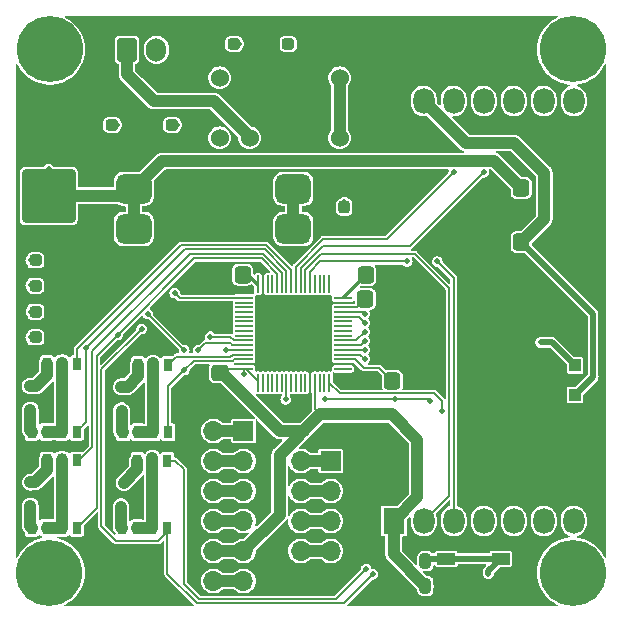
<source format=gtl>
G04 #@! TF.GenerationSoftware,KiCad,Pcbnew,7.0.9*
G04 #@! TF.CreationDate,2024-06-27T15:35:45+09:00*
G04 #@! TF.ProjectId,YAMADAmain,59414d41-4441-46d6-9169-6e2e6b696361,rev?*
G04 #@! TF.SameCoordinates,Original*
G04 #@! TF.FileFunction,Copper,L1,Top*
G04 #@! TF.FilePolarity,Positive*
%FSLAX46Y46*%
G04 Gerber Fmt 4.6, Leading zero omitted, Abs format (unit mm)*
G04 Created by KiCad (PCBNEW 7.0.9) date 2024-06-27 15:35:45*
%MOMM*%
%LPD*%
G01*
G04 APERTURE LIST*
G04 Aperture macros list*
%AMRoundRect*
0 Rectangle with rounded corners*
0 $1 Rounding radius*
0 $2 $3 $4 $5 $6 $7 $8 $9 X,Y pos of 4 corners*
0 Add a 4 corners polygon primitive as box body*
4,1,4,$2,$3,$4,$5,$6,$7,$8,$9,$2,$3,0*
0 Add four circle primitives for the rounded corners*
1,1,$1+$1,$2,$3*
1,1,$1+$1,$4,$5*
1,1,$1+$1,$6,$7*
1,1,$1+$1,$8,$9*
0 Add four rect primitives between the rounded corners*
20,1,$1+$1,$2,$3,$4,$5,0*
20,1,$1+$1,$4,$5,$6,$7,0*
20,1,$1+$1,$6,$7,$8,$9,0*
20,1,$1+$1,$8,$9,$2,$3,0*%
G04 Aperture macros list end*
G04 #@! TA.AperFunction,SMDPad,CuDef*
%ADD10R,0.760000X1.100000*%
G04 #@! TD*
G04 #@! TA.AperFunction,SMDPad,CuDef*
%ADD11R,1.500000X1.000000*%
G04 #@! TD*
G04 #@! TA.AperFunction,SMDPad,CuDef*
%ADD12RoundRect,0.237500X0.237500X-0.400000X0.237500X0.400000X-0.237500X0.400000X-0.237500X-0.400000X0*%
G04 #@! TD*
G04 #@! TA.AperFunction,SMDPad,CuDef*
%ADD13RoundRect,0.292875X0.394625X0.432125X-0.394625X0.432125X-0.394625X-0.432125X0.394625X-0.432125X0*%
G04 #@! TD*
G04 #@! TA.AperFunction,ComponentPad*
%ADD14C,1.000000*%
G04 #@! TD*
G04 #@! TA.AperFunction,ComponentPad*
%ADD15C,5.600000*%
G04 #@! TD*
G04 #@! TA.AperFunction,ComponentPad*
%ADD16C,1.524000*%
G04 #@! TD*
G04 #@! TA.AperFunction,ComponentPad*
%ADD17RoundRect,0.625000X-0.875000X-0.625000X0.875000X-0.625000X0.875000X0.625000X-0.875000X0.625000X0*%
G04 #@! TD*
G04 #@! TA.AperFunction,SMDPad,CuDef*
%ADD18RoundRect,0.237500X-0.287500X-0.237500X0.287500X-0.237500X0.287500X0.237500X-0.287500X0.237500X0*%
G04 #@! TD*
G04 #@! TA.AperFunction,ComponentPad*
%ADD19R,1.700000X1.700000*%
G04 #@! TD*
G04 #@! TA.AperFunction,ComponentPad*
%ADD20O,1.700000X1.700000*%
G04 #@! TD*
G04 #@! TA.AperFunction,SMDPad,CuDef*
%ADD21RoundRect,0.237500X0.287500X0.237500X-0.287500X0.237500X-0.287500X-0.237500X0.287500X-0.237500X0*%
G04 #@! TD*
G04 #@! TA.AperFunction,ComponentPad*
%ADD22C,1.600000*%
G04 #@! TD*
G04 #@! TA.AperFunction,SMDPad,CuDef*
%ADD23RoundRect,0.225000X2.025000X-2.025000X2.025000X2.025000X-2.025000X2.025000X-2.025000X-2.025000X0*%
G04 #@! TD*
G04 #@! TA.AperFunction,SMDPad,CuDef*
%ADD24RoundRect,0.292875X-0.432125X0.394625X-0.432125X-0.394625X0.432125X-0.394625X0.432125X0.394625X0*%
G04 #@! TD*
G04 #@! TA.AperFunction,SMDPad,CuDef*
%ADD25RoundRect,0.292875X-0.394625X-0.432125X0.394625X-0.432125X0.394625X0.432125X-0.394625X0.432125X0*%
G04 #@! TD*
G04 #@! TA.AperFunction,SMDPad,CuDef*
%ADD26RoundRect,0.237500X0.237500X-0.287500X0.237500X0.287500X-0.237500X0.287500X-0.237500X-0.287500X0*%
G04 #@! TD*
G04 #@! TA.AperFunction,SMDPad,CuDef*
%ADD27RoundRect,0.062500X0.687500X-0.062500X0.687500X0.062500X-0.687500X0.062500X-0.687500X-0.062500X0*%
G04 #@! TD*
G04 #@! TA.AperFunction,SMDPad,CuDef*
%ADD28RoundRect,0.062500X0.062500X-0.687500X0.062500X0.687500X-0.062500X0.687500X-0.062500X-0.687500X0*%
G04 #@! TD*
G04 #@! TA.AperFunction,SMDPad,CuDef*
%ADD29R,1.000000X1.000000*%
G04 #@! TD*
G04 #@! TA.AperFunction,ComponentPad*
%ADD30R,1.800000X2.200000*%
G04 #@! TD*
G04 #@! TA.AperFunction,ComponentPad*
%ADD31O,1.800000X2.200000*%
G04 #@! TD*
G04 #@! TA.AperFunction,ComponentPad*
%ADD32O,1.700000X2.000000*%
G04 #@! TD*
G04 #@! TA.AperFunction,ComponentPad*
%ADD33RoundRect,0.250000X-0.600000X-0.750000X0.600000X-0.750000X0.600000X0.750000X-0.600000X0.750000X0*%
G04 #@! TD*
G04 #@! TA.AperFunction,ViaPad*
%ADD34C,0.500000*%
G04 #@! TD*
G04 #@! TA.AperFunction,Conductor*
%ADD35C,1.000000*%
G04 #@! TD*
G04 #@! TA.AperFunction,Conductor*
%ADD36C,0.150000*%
G04 #@! TD*
G04 #@! TA.AperFunction,Conductor*
%ADD37C,0.500000*%
G04 #@! TD*
G04 #@! TA.AperFunction,Conductor*
%ADD38C,0.300000*%
G04 #@! TD*
G04 APERTURE END LIST*
D10*
X112369600Y-105211999D03*
X113639600Y-105211999D03*
X114909600Y-105211999D03*
X116179600Y-105211999D03*
X116179600Y-99512001D03*
X114909600Y-99512001D03*
X113639600Y-99512001D03*
X112369600Y-99512001D03*
X112369600Y-113345198D03*
X113639600Y-113345198D03*
X114909600Y-113345198D03*
X116179600Y-113345198D03*
X116179600Y-107645200D03*
X114909600Y-107645200D03*
X113639600Y-107645200D03*
X112369600Y-107645200D03*
X120040400Y-113390799D03*
X121310400Y-113390799D03*
X122580400Y-113390799D03*
X123850400Y-113390799D03*
X123850400Y-107690801D03*
X122580400Y-107690801D03*
X121310400Y-107690801D03*
X120040400Y-107690801D03*
X120091200Y-105267998D03*
X121361200Y-105267998D03*
X122631200Y-105267998D03*
X123901200Y-105267998D03*
X123901200Y-99568000D03*
X122631200Y-99568000D03*
X121361200Y-99568000D03*
X120091200Y-99568000D03*
D11*
X147458400Y-115976400D03*
X147458400Y-118476400D03*
X152058400Y-115976400D03*
X152058400Y-118476400D03*
D12*
X145694400Y-118288900D03*
X145694400Y-116163900D03*
D13*
X130209600Y-91916000D03*
X127934600Y-91916000D03*
D14*
X111680000Y-72850000D03*
X112324370Y-71294370D03*
X112324370Y-74405630D03*
X113880000Y-70650000D03*
D15*
X113880000Y-72850000D03*
D14*
X113880000Y-75050000D03*
X115435630Y-71294370D03*
X115435630Y-74405630D03*
X116080000Y-72850000D03*
D16*
X128270000Y-80342000D03*
X130810000Y-80342000D03*
X138430000Y-80342000D03*
X128270000Y-75262000D03*
X130810000Y-75262000D03*
X138430000Y-75262000D03*
D17*
X121012000Y-84660000D03*
X121012000Y-88060000D03*
X134512000Y-84660000D03*
X134512000Y-88060000D03*
D18*
X127725000Y-72390000D03*
X129475000Y-72390000D03*
D19*
X130282000Y-105156000D03*
D20*
X127742000Y-105156000D03*
X130282000Y-107696000D03*
X127742000Y-107696000D03*
X130282000Y-110236000D03*
X127742000Y-110236000D03*
X130282000Y-112776000D03*
X127742000Y-112776000D03*
X130282000Y-115316000D03*
X127742000Y-115316000D03*
X130282000Y-117856000D03*
X127742000Y-117856000D03*
D13*
X142900400Y-100939600D03*
X140625400Y-100939600D03*
D18*
X119153400Y-79248000D03*
X117403400Y-79248000D03*
D21*
X114429000Y-92862400D03*
X112679000Y-92862400D03*
D18*
X132325000Y-72390000D03*
X134075000Y-72390000D03*
D14*
X155950000Y-72850000D03*
X156594370Y-71294370D03*
X156594370Y-74405630D03*
X158150000Y-70650000D03*
D15*
X158150000Y-72850000D03*
D14*
X158150000Y-75050000D03*
X159705630Y-71294370D03*
X159705630Y-74405630D03*
X160350000Y-72850000D03*
D19*
X137668000Y-107696000D03*
D20*
X135128000Y-107696000D03*
X137668000Y-110236000D03*
X135128000Y-110236000D03*
X137668000Y-112776000D03*
X135128000Y-112776000D03*
X137668000Y-115316000D03*
X135128000Y-115316000D03*
X137668000Y-117856000D03*
X135128000Y-117856000D03*
D22*
X113792000Y-85240000D03*
D23*
X113792000Y-85240000D03*
D22*
X113792000Y-78740000D03*
D23*
X113792000Y-78740000D03*
D24*
X128295400Y-100214000D03*
X128295400Y-102489000D03*
D14*
X111650000Y-117150000D03*
X112294370Y-115594370D03*
X112294370Y-118705630D03*
X113850000Y-114950000D03*
D15*
X113850000Y-117150000D03*
D14*
X113850000Y-119350000D03*
X115405630Y-115594370D03*
X115405630Y-118705630D03*
X116050000Y-117150000D03*
D21*
X114429000Y-95046800D03*
X112679000Y-95046800D03*
D25*
X140623600Y-91948000D03*
X142898600Y-91948000D03*
D14*
X155950000Y-117150000D03*
X156594370Y-115594370D03*
X156594370Y-118705630D03*
X158150000Y-114950000D03*
D15*
X158150000Y-117150000D03*
D14*
X158150000Y-119350000D03*
X159705630Y-115594370D03*
X159705630Y-118705630D03*
X160350000Y-117150000D03*
D26*
X138830000Y-86212000D03*
X138830000Y-87962000D03*
D13*
X153806000Y-84576000D03*
X151531000Y-84576000D03*
D18*
X124233400Y-79248000D03*
X122483400Y-79248000D03*
D21*
X114429000Y-97231200D03*
X112679000Y-97231200D03*
D27*
X130352600Y-99885000D03*
X130352600Y-99485000D03*
X130352600Y-99085000D03*
X130352600Y-98685000D03*
X130352600Y-98285000D03*
X130352600Y-97885000D03*
X130352600Y-97485000D03*
X130352600Y-97085000D03*
X130352600Y-96685000D03*
X130352600Y-96285000D03*
X130352600Y-95885000D03*
X130352600Y-95485000D03*
X130352600Y-95085000D03*
X130352600Y-94685000D03*
X130352600Y-94285000D03*
X130352600Y-93885000D03*
D28*
X131527600Y-92710000D03*
X131927600Y-92710000D03*
X132327600Y-92710000D03*
X132727600Y-92710000D03*
X133127600Y-92710000D03*
X133527600Y-92710000D03*
X133927600Y-92710000D03*
X134327600Y-92710000D03*
X134727600Y-92710000D03*
X135127600Y-92710000D03*
X135527600Y-92710000D03*
X135927600Y-92710000D03*
X136327600Y-92710000D03*
X136727600Y-92710000D03*
X137127600Y-92710000D03*
X137527600Y-92710000D03*
D27*
X138702600Y-93885000D03*
X138702600Y-94285000D03*
X138702600Y-94685000D03*
X138702600Y-95085000D03*
X138702600Y-95485000D03*
X138702600Y-95885000D03*
X138702600Y-96285000D03*
X138702600Y-96685000D03*
X138702600Y-97085000D03*
X138702600Y-97485000D03*
X138702600Y-97885000D03*
X138702600Y-98285000D03*
X138702600Y-98685000D03*
X138702600Y-99085000D03*
X138702600Y-99485000D03*
X138702600Y-99885000D03*
D28*
X137527600Y-101060000D03*
X137127600Y-101060000D03*
X136727600Y-101060000D03*
X136327600Y-101060000D03*
X135927600Y-101060000D03*
X135527600Y-101060000D03*
X135127600Y-101060000D03*
X134727600Y-101060000D03*
X134327600Y-101060000D03*
X133927600Y-101060000D03*
X133527600Y-101060000D03*
X133127600Y-101060000D03*
X132727600Y-101060000D03*
X132327600Y-101060000D03*
X131927600Y-101060000D03*
X131527600Y-101060000D03*
D29*
X158364000Y-102108000D03*
X158364000Y-99608000D03*
D25*
X140614400Y-93980000D03*
X142889400Y-93980000D03*
D30*
X143002000Y-112776000D03*
D31*
X145542000Y-112776000D03*
X148082000Y-112776000D03*
X150622000Y-112776000D03*
X153162000Y-112776000D03*
X155702000Y-112776000D03*
X158242000Y-112776000D03*
X158242000Y-77216000D03*
X155702000Y-77216000D03*
X153162000Y-77216000D03*
X150622000Y-77216000D03*
X148082000Y-77216000D03*
X145542000Y-77216000D03*
X143002000Y-77216000D03*
D32*
X122916000Y-72881000D03*
D33*
X120416000Y-72881000D03*
D21*
X114429000Y-90716000D03*
X112679000Y-90716000D03*
D13*
X153806000Y-89148000D03*
X151531000Y-89148000D03*
D34*
X122555000Y-113665000D03*
X113792000Y-82981800D03*
X153797000Y-84582000D03*
X153797000Y-89154000D03*
X142900400Y-100939600D03*
X130200400Y-91897200D03*
X136779000Y-103759000D03*
X140614400Y-91897200D03*
X130302000Y-100330000D03*
X134232000Y-72390000D03*
X119557800Y-79248000D03*
X138836400Y-85801200D03*
X124637800Y-79248000D03*
X129884000Y-72390000D03*
X112268000Y-90703400D03*
X112268000Y-92837000D03*
X112293400Y-95046800D03*
X112268000Y-97231200D03*
X127482600Y-97180400D03*
X126466600Y-98323400D03*
X133858000Y-102489000D03*
X145694400Y-116179600D03*
X137160000Y-102489000D03*
X146050000Y-102616000D03*
X151028400Y-117221000D03*
X143129000Y-102489000D03*
X128803400Y-98285000D03*
X124460000Y-93472000D03*
X140563600Y-98298000D03*
X140563600Y-97536000D03*
X140563600Y-96774000D03*
X140563600Y-99060000D03*
X112242600Y-103378000D03*
X112217200Y-101346000D03*
X112242600Y-111506000D03*
X112293400Y-109499400D03*
X119964200Y-103454200D03*
X119938800Y-101422200D03*
X119913400Y-111556800D03*
X120167400Y-109524800D03*
X114909600Y-99364800D03*
X114909600Y-107264200D03*
X122631200Y-99415600D03*
X114909600Y-105410000D03*
X122580400Y-107442000D03*
X122605800Y-105486200D03*
X140563600Y-95250000D03*
X141224000Y-117297200D03*
X121666000Y-96520000D03*
X125272800Y-99999800D03*
X125272800Y-98323400D03*
X122186700Y-95237300D03*
X119634000Y-97028000D03*
X116967000Y-98171000D03*
X150622000Y-83261200D03*
X148082000Y-83261200D03*
X146685000Y-90805000D03*
X144145000Y-90805000D03*
X140665200Y-116840000D03*
X140563600Y-96012000D03*
X155448000Y-97663000D03*
X147066000Y-103505000D03*
X135890000Y-97790000D03*
X135890000Y-95250000D03*
X149860000Y-99060000D03*
X116840000Y-71120000D03*
X160020000Y-91440000D03*
X111760000Y-76200000D03*
X157480000Y-104140000D03*
X116840000Y-114300000D03*
X160020000Y-104140000D03*
X157480000Y-83820000D03*
X142240000Y-86360000D03*
X152400000Y-73660000D03*
X160020000Y-114300000D03*
X133350000Y-95250000D03*
X137160000Y-96520000D03*
X149860000Y-73660000D03*
X144780000Y-73660000D03*
X160020000Y-81280000D03*
X114300000Y-88900000D03*
X154940000Y-119380000D03*
X134493000Y-103759000D03*
X137160000Y-71120000D03*
X160020000Y-76200000D03*
X116840000Y-88900000D03*
X139700000Y-71120000D03*
X129540000Y-83820000D03*
X134620000Y-95250000D03*
X157480000Y-81280000D03*
X149860000Y-96520000D03*
X152400000Y-96520000D03*
X132080000Y-86360000D03*
X144780000Y-119380000D03*
X134620000Y-99060000D03*
X111760000Y-88900000D03*
X149860000Y-109220000D03*
X160020000Y-109220000D03*
X144780000Y-81280000D03*
X132080000Y-99060000D03*
X129540000Y-86360000D03*
X121920000Y-119380000D03*
X132080000Y-83820000D03*
X116840000Y-119380000D03*
X144780000Y-71120000D03*
X121920000Y-71120000D03*
X116840000Y-86360000D03*
X152400000Y-119380000D03*
X132080000Y-116840000D03*
X160020000Y-88900000D03*
X111760000Y-106680000D03*
X152400000Y-71120000D03*
X147320000Y-73660000D03*
X137160000Y-78740000D03*
X160020000Y-78740000D03*
X160020000Y-83820000D03*
X135890000Y-99060000D03*
X132080000Y-97790000D03*
X119380000Y-119380000D03*
X139700000Y-76200000D03*
X149860000Y-106680000D03*
X160020000Y-111760000D03*
X147320000Y-71120000D03*
X137160000Y-83820000D03*
X160020000Y-86360000D03*
X157480000Y-93980000D03*
X124460000Y-83820000D03*
X154940000Y-109220000D03*
X119380000Y-71120000D03*
X152400000Y-99060000D03*
X133350000Y-99060000D03*
X137160000Y-99060000D03*
X142240000Y-119380000D03*
X119380000Y-93980000D03*
X119380000Y-76200000D03*
X142240000Y-81280000D03*
X119380000Y-86360000D03*
X157480000Y-109220000D03*
X149860000Y-101600000D03*
X111760000Y-114300000D03*
X142240000Y-71120000D03*
X137160000Y-76200000D03*
X137160000Y-97790000D03*
X124460000Y-71120000D03*
X142240000Y-109220000D03*
X142240000Y-83820000D03*
X157480000Y-86360000D03*
X116840000Y-93980000D03*
X134620000Y-97790000D03*
X149860000Y-71120000D03*
X124460000Y-86360000D03*
X132080000Y-95250000D03*
X133350000Y-96520000D03*
X116840000Y-76200000D03*
X139700000Y-78740000D03*
X137160000Y-95250000D03*
X139700000Y-83820000D03*
X157480000Y-88900000D03*
X154940000Y-91440000D03*
X152400000Y-109220000D03*
X152400000Y-93980000D03*
X154940000Y-93980000D03*
X135890000Y-96520000D03*
X149860000Y-119380000D03*
X132080000Y-96520000D03*
X144780000Y-96520000D03*
X132080000Y-71120000D03*
X127000000Y-71120000D03*
X133350000Y-97790000D03*
X139700000Y-81280000D03*
X124460000Y-119380000D03*
X154940000Y-71120000D03*
X157480000Y-91440000D03*
X129540000Y-76200000D03*
X147320000Y-119380000D03*
X154940000Y-73660000D03*
X152400000Y-101600000D03*
X142240000Y-106680000D03*
X152400000Y-106680000D03*
X113792000Y-81000600D03*
X134620000Y-96520000D03*
D35*
X122580400Y-113390799D02*
X121310400Y-113390799D01*
X122580400Y-107442000D02*
X122580400Y-113390799D01*
D36*
X131527600Y-100927600D02*
X131527600Y-101060000D01*
X130352600Y-99885000D02*
X130485000Y-99885000D01*
X130485000Y-99885000D02*
X131527600Y-100927600D01*
D35*
X145000000Y-110778000D02*
X143002000Y-112776000D01*
X145000000Y-105884000D02*
X145000000Y-110778000D01*
X142875000Y-103759000D02*
X145000000Y-105884000D01*
X136779000Y-103759000D02*
X142875000Y-103759000D01*
X121012000Y-84660000D02*
X123376000Y-82296000D01*
X113792000Y-85240000D02*
X120432000Y-85240000D01*
X120432000Y-85240000D02*
X121012000Y-84660000D01*
X123376000Y-82296000D02*
X151526000Y-82296000D01*
X121012000Y-88060000D02*
X121012000Y-84660000D01*
X153797000Y-84582000D02*
X153812000Y-84582000D01*
X153797000Y-84567000D02*
X153797000Y-84582000D01*
X151526000Y-82296000D02*
X153797000Y-84567000D01*
X153812000Y-84582000D02*
X153806000Y-84576000D01*
D37*
X153806000Y-89148000D02*
X159893000Y-95235000D01*
D35*
X149098000Y-80772000D02*
X145542000Y-77216000D01*
D36*
X128624400Y-99885000D02*
X130352600Y-99885000D01*
D35*
X133400800Y-105156000D02*
X128458800Y-100214000D01*
X128458800Y-100214000D02*
X128295400Y-100214000D01*
X155752800Y-87201200D02*
X155752800Y-83312000D01*
X133350000Y-107188000D02*
X136779000Y-103759000D01*
D37*
X159893000Y-95235000D02*
X159893000Y-100579000D01*
D36*
X136327600Y-103307600D02*
X136779000Y-103759000D01*
D38*
X130209600Y-91916000D02*
X130200400Y-91897200D01*
D35*
X127742000Y-115316000D02*
X130282000Y-115316000D01*
X143002000Y-112776000D02*
X143002000Y-115596500D01*
D37*
X159893000Y-100579000D02*
X158364000Y-102108000D01*
D38*
X130658600Y-91916000D02*
X131452600Y-92710000D01*
D35*
X133350000Y-112248000D02*
X133350000Y-107188000D01*
X130282000Y-115316000D02*
X133350000Y-112248000D01*
X153806000Y-89148000D02*
X155752800Y-87201200D01*
D36*
X139725000Y-99085000D02*
X138702600Y-99085000D01*
X130352600Y-99885000D02*
X130352600Y-100279400D01*
D35*
X143002000Y-115596500D02*
X145694400Y-118288900D01*
D36*
X142900400Y-100939600D02*
X141782800Y-99822000D01*
X141782800Y-99822000D02*
X140462000Y-99822000D01*
X130352600Y-100279400D02*
X130302000Y-100330000D01*
D38*
X130200400Y-91897200D02*
X130658600Y-91916000D01*
D36*
X140462000Y-99822000D02*
X139725000Y-99085000D01*
D35*
X153212800Y-80772000D02*
X149098000Y-80772000D01*
D38*
X140623600Y-91948000D02*
X140623600Y-91964000D01*
D35*
X155752800Y-83312000D02*
X153212800Y-80772000D01*
D36*
X136327600Y-101060000D02*
X136327600Y-103307600D01*
D35*
X135382000Y-105156000D02*
X133400800Y-105156000D01*
D38*
X140623600Y-91964000D02*
X138777600Y-93810000D01*
D35*
X120416000Y-74950000D02*
X122682000Y-77216000D01*
X127762000Y-77216000D02*
X130810000Y-80264000D01*
X122682000Y-77216000D02*
X127762000Y-77216000D01*
X130810000Y-80264000D02*
X130810000Y-80342000D01*
X120416000Y-72881000D02*
X120416000Y-74950000D01*
X134512000Y-84660000D02*
X134512000Y-88060000D01*
X134512000Y-84260000D02*
X134512000Y-84660000D01*
X138430000Y-75262000D02*
X138430000Y-80342000D01*
D36*
X127482600Y-97180400D02*
X129159000Y-97180400D01*
D35*
X127742000Y-105156000D02*
X130282000Y-105156000D01*
D36*
X129159000Y-97180400D02*
X129463600Y-97485000D01*
X129463600Y-97485000D02*
X130352600Y-97485000D01*
X129355600Y-97885000D02*
X130352600Y-97885000D01*
D35*
X127742000Y-107696000D02*
X130282000Y-107696000D01*
D36*
X129209800Y-97739200D02*
X129355600Y-97885000D01*
X127050800Y-97739200D02*
X129209800Y-97739200D01*
X126466600Y-98323400D02*
X127050800Y-97739200D01*
X145923000Y-102489000D02*
X143129000Y-102489000D01*
D37*
X147458400Y-115976400D02*
X145897600Y-115976400D01*
D36*
X137160000Y-102489000D02*
X143078200Y-102489000D01*
D37*
X152058400Y-115976400D02*
X147458400Y-115976400D01*
D36*
X133858000Y-102489000D02*
X133927600Y-102419400D01*
D37*
X145897600Y-115976400D02*
X145694400Y-116179600D01*
X152058400Y-115976400D02*
X151028400Y-117006400D01*
X151028400Y-117221000D02*
X151028400Y-117226400D01*
D36*
X146050000Y-102616000D02*
X145923000Y-102489000D01*
D35*
X127742000Y-110236000D02*
X130282000Y-110236000D01*
D36*
X133927600Y-102419400D02*
X133927600Y-101060000D01*
D37*
X151028400Y-117006400D02*
X151028400Y-117221000D01*
X145694400Y-116179600D02*
X145881900Y-115976400D01*
D35*
X127742000Y-117856000D02*
X130282000Y-117856000D01*
D36*
X130352600Y-98285000D02*
X128803400Y-98285000D01*
D35*
X127742000Y-112776000D02*
X130282000Y-112776000D01*
D36*
X124873000Y-93885000D02*
X130339400Y-93885000D01*
X124460000Y-93472000D02*
X124873000Y-93885000D01*
D35*
X135128000Y-107696000D02*
X137668000Y-107696000D01*
D36*
X140563600Y-98298000D02*
X140550600Y-98285000D01*
X140550600Y-98285000D02*
X138702600Y-98285000D01*
D35*
X135128000Y-110236000D02*
X137668000Y-110236000D01*
D36*
X140563600Y-97536000D02*
X140214600Y-97885000D01*
X140214600Y-97885000D02*
X138702600Y-97885000D01*
X140563600Y-96774000D02*
X139852600Y-97485000D01*
X139852600Y-97485000D02*
X138702600Y-97485000D01*
D35*
X137668000Y-112776000D02*
X135128000Y-112776000D01*
D36*
X140563600Y-99060000D02*
X140188600Y-98685000D01*
X140188600Y-98685000D02*
X138702600Y-98685000D01*
D35*
X137668000Y-115316000D02*
X135128000Y-115316000D01*
X112242600Y-105084999D02*
X112242600Y-103378000D01*
X112369600Y-105211999D02*
X112242600Y-105084999D01*
X113639600Y-99512001D02*
X113639600Y-100457000D01*
X112750600Y-101346000D02*
X112217200Y-101346000D01*
X113639600Y-100457000D02*
X112750600Y-101346000D01*
X112217200Y-101346000D02*
X112242600Y-101346000D01*
X112242600Y-111506000D02*
X112242600Y-111511199D01*
X112242600Y-113218198D02*
X112242600Y-111506000D01*
X112369600Y-113345198D02*
X112242600Y-113218198D01*
X112293400Y-109499400D02*
X112273199Y-109479199D01*
X113639600Y-108463199D02*
X112623600Y-109479199D01*
X112313601Y-109479199D02*
X112293400Y-109499400D01*
X112623600Y-109479199D02*
X112313601Y-109479199D01*
X112273199Y-109479199D02*
X112242600Y-109479199D01*
X113639600Y-107645200D02*
X113639600Y-108463199D01*
X119964200Y-103454200D02*
X119964200Y-103433999D01*
X119964200Y-105140998D02*
X119964200Y-103454200D01*
X120091200Y-105267998D02*
X119964200Y-105140998D01*
X121361200Y-100512999D02*
X120472200Y-101401999D01*
X121361200Y-99568000D02*
X121361200Y-100512999D01*
X119984401Y-101401999D02*
X119938800Y-101422200D01*
X120472200Y-101401999D02*
X119984401Y-101401999D01*
X119943999Y-101401999D02*
X119964200Y-101401999D01*
X119938800Y-101422200D02*
X119943999Y-101401999D01*
X120040400Y-113390799D02*
X119913400Y-113263799D01*
X119913400Y-113263799D02*
X119913400Y-111556800D01*
X121310400Y-107690801D02*
X121310400Y-108381800D01*
X121310400Y-108381800D02*
X120167400Y-109524800D01*
X114909600Y-99364800D02*
X114909600Y-105206800D01*
X114909600Y-99512001D02*
X114909600Y-99364800D01*
X113639600Y-105211999D02*
X114909600Y-105211999D01*
X122631200Y-99415600D02*
X122631200Y-105267998D01*
X114909600Y-107645200D02*
X114909600Y-113345198D01*
X122580400Y-107690801D02*
X122580400Y-107442000D01*
X121361200Y-105267998D02*
X122631200Y-105267998D01*
X113639600Y-113345198D02*
X114909600Y-113345198D01*
X114909600Y-105206800D02*
X114909600Y-105211999D01*
X122631200Y-99568000D02*
X122631200Y-99415600D01*
D36*
X138785600Y-119735600D02*
X126339600Y-119735600D01*
X123850400Y-113690400D02*
X123850400Y-113390799D01*
X140563600Y-95250000D02*
X140398600Y-95085000D01*
X118262400Y-99923600D02*
X118262400Y-113233200D01*
X123088400Y-114452400D02*
X123850400Y-113690400D01*
X126339600Y-119735600D02*
X123850400Y-117246400D01*
X123850400Y-117246400D02*
X123850400Y-113390799D01*
X141224000Y-117297200D02*
X138785600Y-119735600D01*
X121666000Y-96520000D02*
X118262400Y-99923600D01*
X118262400Y-113233200D02*
X119481600Y-114452400D01*
X140398600Y-95085000D02*
X138702600Y-95085000D01*
X119481600Y-114452400D02*
X123088400Y-114452400D01*
X125272800Y-99999800D02*
X123901200Y-101371400D01*
X122186700Y-95237300D02*
X125272800Y-98323400D01*
X123901200Y-101371400D02*
X123901200Y-105267998D01*
X125272800Y-99999800D02*
X126060200Y-99212400D01*
X129489600Y-99085000D02*
X130352600Y-99085000D01*
X126060200Y-99212400D02*
X129362200Y-99212400D01*
X129362200Y-99212400D02*
X129489600Y-99085000D01*
X117856000Y-98806000D02*
X117856000Y-111668798D01*
X131826000Y-90551000D02*
X133127600Y-91852600D01*
X126111000Y-90551000D02*
X131826000Y-90551000D01*
X119634000Y-97028000D02*
X117856000Y-98806000D01*
X117856000Y-111668798D02*
X116179600Y-113345198D01*
X133127600Y-91852600D02*
X133127600Y-92710000D01*
X119634000Y-97028000D02*
X126111000Y-90551000D01*
X125349000Y-89789000D02*
X132080000Y-89789000D01*
X116967000Y-98171000D02*
X125349000Y-89789000D01*
X116967000Y-104424599D02*
X116179600Y-105211999D01*
X133927600Y-91636600D02*
X133927600Y-92710000D01*
X116967000Y-98171000D02*
X116967000Y-104424599D01*
X132080000Y-89789000D02*
X133927600Y-91636600D01*
X150622000Y-83261200D02*
X144348200Y-89535000D01*
X135127600Y-91389600D02*
X135127600Y-92710000D01*
X144348200Y-89535000D02*
X136982200Y-89535000D01*
X136982200Y-89535000D02*
X135127600Y-91389600D01*
X137058400Y-88900000D02*
X134727600Y-91230800D01*
X142443200Y-88900000D02*
X137058400Y-88900000D01*
X148082000Y-83261200D02*
X142443200Y-88900000D01*
X134727600Y-91230800D02*
X134727600Y-92710000D01*
X148082000Y-92202000D02*
X148082000Y-112776000D01*
X135927600Y-91656400D02*
X135927600Y-92710000D01*
X136779000Y-90805000D02*
X135927600Y-91656400D01*
X144145000Y-90805000D02*
X136779000Y-90805000D01*
X146685000Y-90805000D02*
X148082000Y-92202000D01*
X147675600Y-110642400D02*
X147675600Y-93065600D01*
X144780000Y-90170000D02*
X136855200Y-90170000D01*
X136855200Y-90170000D02*
X135527600Y-91497600D01*
X135527600Y-91497600D02*
X135527600Y-92710000D01*
X145542000Y-112776000D02*
X147675600Y-110642400D01*
X147675600Y-93065600D02*
X144780000Y-90170000D01*
X116179600Y-98196400D02*
X124968000Y-89408000D01*
X124968000Y-89408000D02*
X132207000Y-89408000D01*
X116179600Y-99512001D02*
X116179600Y-98196400D01*
X132207000Y-89408000D02*
X134327600Y-91528600D01*
X134327600Y-91528600D02*
X134327600Y-92710000D01*
X131953000Y-90170000D02*
X125730000Y-90170000D01*
X133527600Y-92710000D02*
X133527600Y-91744600D01*
X125730000Y-90170000D02*
X117475000Y-98425000D01*
X116382800Y-107645200D02*
X116179600Y-107645200D01*
X133527600Y-91744600D02*
X131953000Y-90170000D01*
X117475000Y-98425000D02*
X117475000Y-106553000D01*
X117475000Y-106553000D02*
X116382800Y-107645200D01*
X129356200Y-98685000D02*
X129184400Y-98856800D01*
X130352600Y-98685000D02*
X129356200Y-98685000D01*
X129184400Y-98856800D02*
X124612400Y-98856800D01*
X124612400Y-98856800D02*
X123901200Y-99568000D01*
X124505601Y-107690801D02*
X123850400Y-107690801D01*
X140036600Y-95485000D02*
X138702600Y-95485000D01*
X126492000Y-119380000D02*
X125210000Y-118098000D01*
X140563600Y-96012000D02*
X140036600Y-95485000D01*
X138125200Y-119380000D02*
X126492000Y-119380000D01*
X140665200Y-116840000D02*
X138125200Y-119380000D01*
X125210000Y-118098000D02*
X125210000Y-108395200D01*
X125210000Y-108395200D02*
X124505601Y-107690801D01*
D37*
X155448000Y-97663000D02*
X156419000Y-97663000D01*
X156419000Y-97663000D02*
X158364000Y-99608000D01*
D36*
X147066000Y-103505000D02*
X147066000Y-102616000D01*
X146405600Y-101955600D02*
X138423200Y-101955600D01*
X138423200Y-101955600D02*
X137527600Y-101060000D01*
X147066000Y-102616000D02*
X146405600Y-101955600D01*
X138702600Y-94685000D02*
X139909400Y-94685000D01*
X139909400Y-94685000D02*
X140614400Y-93980000D01*
X139540800Y-99485000D02*
X140625400Y-100569600D01*
X138702600Y-99485000D02*
X139540800Y-99485000D01*
X140625400Y-100569600D02*
X140625400Y-100939600D01*
D35*
X137668000Y-117856000D02*
X135128000Y-117856000D01*
D36*
X135927600Y-102324400D02*
X134493000Y-103759000D01*
X135927600Y-101060000D02*
X135927600Y-102324400D01*
G04 #@! TA.AperFunction,Conductor*
G36*
X117955345Y-112045549D02*
G01*
X117984379Y-112087013D01*
X117986900Y-112106166D01*
X117986900Y-113198779D01*
X117985478Y-113213215D01*
X117981503Y-113233200D01*
X117986900Y-113260332D01*
X117986900Y-113260333D01*
X118002885Y-113340695D01*
X118047238Y-113407074D01*
X118063777Y-113431825D01*
X118080714Y-113443142D01*
X118091929Y-113452345D01*
X119262454Y-114622870D01*
X119271656Y-114634083D01*
X119282975Y-114651023D01*
X119282976Y-114651024D01*
X119302955Y-114664374D01*
X119302956Y-114664374D01*
X119305976Y-114666392D01*
X119305978Y-114666394D01*
X119332134Y-114683871D01*
X119374105Y-114711915D01*
X119454467Y-114727900D01*
X119454468Y-114727900D01*
X119481599Y-114733297D01*
X119481600Y-114733297D01*
X119501583Y-114729321D01*
X119516020Y-114727900D01*
X123053980Y-114727900D01*
X123068416Y-114729321D01*
X123088400Y-114733297D01*
X123088401Y-114733297D01*
X123093022Y-114732377D01*
X123115532Y-114727900D01*
X123115533Y-114727900D01*
X123195895Y-114711915D01*
X123237865Y-114683871D01*
X123264022Y-114666394D01*
X123264022Y-114666393D01*
X123272036Y-114661039D01*
X123272039Y-114661036D01*
X123287024Y-114651024D01*
X123298348Y-114634074D01*
X123307541Y-114622873D01*
X123448575Y-114481840D01*
X123494451Y-114460449D01*
X123543345Y-114473550D01*
X123572379Y-114515015D01*
X123574900Y-114534167D01*
X123574900Y-117211979D01*
X123573478Y-117226415D01*
X123569503Y-117246399D01*
X123569503Y-117246400D01*
X123574900Y-117273532D01*
X123590885Y-117353895D01*
X123603628Y-117372966D01*
X123634168Y-117418673D01*
X123651775Y-117445023D01*
X123651778Y-117445026D01*
X123668714Y-117456342D01*
X123679929Y-117465545D01*
X126087558Y-119873174D01*
X126108950Y-119919050D01*
X126095849Y-119967945D01*
X126054385Y-119996979D01*
X126035232Y-119999500D01*
X115174028Y-119999500D01*
X115126462Y-119982187D01*
X115101152Y-119938350D01*
X115109942Y-119888500D01*
X115140816Y-119859371D01*
X115352793Y-119752913D01*
X115644811Y-119560849D01*
X115912558Y-119336183D01*
X116152412Y-119081953D01*
X116361130Y-118801596D01*
X116535889Y-118498904D01*
X116674326Y-118177971D01*
X116674327Y-118177967D01*
X116674328Y-118177966D01*
X116774567Y-117843143D01*
X116774567Y-117843142D01*
X116774569Y-117843136D01*
X116835262Y-117498927D01*
X116855585Y-117150000D01*
X116835262Y-116801073D01*
X116774569Y-116456864D01*
X116774567Y-116456856D01*
X116674328Y-116122033D01*
X116674326Y-116122030D01*
X116674326Y-116122029D01*
X116535889Y-115801096D01*
X116361130Y-115498404D01*
X116152412Y-115218047D01*
X115912558Y-114963817D01*
X115912551Y-114963811D01*
X115912548Y-114963808D01*
X115644811Y-114739151D01*
X115560762Y-114683871D01*
X115352793Y-114547087D01*
X115136210Y-114438315D01*
X115040444Y-114390219D01*
X114712016Y-114270682D01*
X114712004Y-114270678D01*
X114589745Y-114241703D01*
X114547453Y-114213888D01*
X114532935Y-114165395D01*
X114552984Y-114118916D01*
X114598219Y-114096198D01*
X114606810Y-114095698D01*
X115309346Y-114095698D01*
X115309348Y-114095698D01*
X115367831Y-114084065D01*
X115434152Y-114039750D01*
X115473005Y-113981604D01*
X115482517Y-113967369D01*
X115485131Y-113969116D01*
X115510411Y-113941512D01*
X115560595Y-113934890D01*
X115603295Y-113962075D01*
X115606443Y-113967528D01*
X115606683Y-113967369D01*
X115640359Y-114017766D01*
X115655048Y-114039750D01*
X115670903Y-114050344D01*
X115721367Y-114084064D01*
X115721368Y-114084064D01*
X115721369Y-114084065D01*
X115779852Y-114095698D01*
X115779854Y-114095698D01*
X116579346Y-114095698D01*
X116579348Y-114095698D01*
X116637831Y-114084065D01*
X116704152Y-114039750D01*
X116748467Y-113973429D01*
X116760100Y-113914946D01*
X116760100Y-113184966D01*
X116777413Y-113137400D01*
X116781774Y-113132640D01*
X117860574Y-112053840D01*
X117906450Y-112032448D01*
X117955345Y-112045549D01*
G37*
G04 #@! TD.AperFunction*
G04 #@! TA.AperFunction,Conductor*
G36*
X156873538Y-70017813D02*
G01*
X156898848Y-70061650D01*
X156890058Y-70111500D01*
X156859183Y-70140628D01*
X156652997Y-70244178D01*
X156647203Y-70247089D01*
X156355188Y-70439151D01*
X156087451Y-70663808D01*
X156087443Y-70663816D01*
X155847587Y-70918047D01*
X155638872Y-71198400D01*
X155638871Y-71198401D01*
X155464109Y-71501099D01*
X155464109Y-71501100D01*
X155325673Y-71822030D01*
X155325671Y-71822033D01*
X155225432Y-72156856D01*
X155164737Y-72501074D01*
X155144415Y-72850000D01*
X155164737Y-73198925D01*
X155225432Y-73543143D01*
X155325671Y-73877966D01*
X155325673Y-73877969D01*
X155464109Y-74198899D01*
X155464109Y-74198900D01*
X155638871Y-74501598D01*
X155638872Y-74501599D01*
X155695838Y-74578118D01*
X155847588Y-74781953D01*
X156087442Y-75036183D01*
X156087448Y-75036188D01*
X156087451Y-75036191D01*
X156284452Y-75201493D01*
X156355189Y-75260849D01*
X156647207Y-75452913D01*
X156959549Y-75609777D01*
X156959555Y-75609780D01*
X157287983Y-75729317D01*
X157287995Y-75729321D01*
X157628077Y-75809921D01*
X157628080Y-75809921D01*
X157628086Y-75809923D01*
X157847213Y-75835535D01*
X157892447Y-75858253D01*
X157912496Y-75904732D01*
X157897978Y-75953225D01*
X157869362Y-75976347D01*
X157689247Y-76058604D01*
X157689245Y-76058605D01*
X157518047Y-76180514D01*
X157373014Y-76332620D01*
X157259385Y-76509431D01*
X157181274Y-76704544D01*
X157141500Y-76910916D01*
X157141500Y-77468424D01*
X157156472Y-77625220D01*
X157215683Y-77826873D01*
X157215685Y-77826877D01*
X157311986Y-78013678D01*
X157311988Y-78013681D01*
X157311989Y-78013682D01*
X157441908Y-78178886D01*
X157600740Y-78316516D01*
X157600741Y-78316516D01*
X157600744Y-78316519D01*
X157782756Y-78421604D01*
X157981367Y-78490344D01*
X158189398Y-78520254D01*
X158399330Y-78510254D01*
X158603576Y-78460704D01*
X158794753Y-78373396D01*
X158965952Y-78251486D01*
X159110986Y-78099378D01*
X159224613Y-77922572D01*
X159302725Y-77727457D01*
X159342500Y-77521085D01*
X159342500Y-76963575D01*
X159327528Y-76806782D01*
X159268316Y-76605125D01*
X159172011Y-76418318D01*
X159042092Y-76253114D01*
X159042091Y-76253113D01*
X158883259Y-76115483D01*
X158797833Y-76066162D01*
X158701244Y-76010396D01*
X158701240Y-76010394D01*
X158701239Y-76010394D01*
X158566692Y-75963827D01*
X158527404Y-75931909D01*
X158517825Y-75882205D01*
X158542435Y-75837971D01*
X158582304Y-75820397D01*
X158671914Y-75809923D01*
X158751391Y-75791086D01*
X159012004Y-75729321D01*
X159012007Y-75729319D01*
X159012011Y-75729319D01*
X159105581Y-75695262D01*
X159340444Y-75609780D01*
X159340447Y-75609778D01*
X159340451Y-75609777D01*
X159652793Y-75452913D01*
X159944811Y-75260849D01*
X160212558Y-75036183D01*
X160452412Y-74781953D01*
X160661130Y-74501596D01*
X160835889Y-74198904D01*
X160857552Y-74148682D01*
X160892289Y-74111864D01*
X160942566Y-74105988D01*
X160984857Y-74133803D01*
X160999500Y-74177993D01*
X160999500Y-115822006D01*
X160982187Y-115869572D01*
X160938350Y-115894882D01*
X160888500Y-115886092D01*
X160857552Y-115851316D01*
X160852799Y-115840298D01*
X160835889Y-115801096D01*
X160661130Y-115498404D01*
X160452412Y-115218047D01*
X160212558Y-114963817D01*
X160212551Y-114963811D01*
X160212548Y-114963808D01*
X159944811Y-114739151D01*
X159860762Y-114683871D01*
X159652793Y-114547087D01*
X159436210Y-114438315D01*
X159340444Y-114390219D01*
X159012016Y-114270682D01*
X159012004Y-114270678D01*
X158671922Y-114190078D01*
X158671912Y-114190076D01*
X158565123Y-114177594D01*
X158519888Y-114154875D01*
X158499839Y-114108396D01*
X158514357Y-114059904D01*
X158556267Y-114032181D01*
X158603576Y-114020704D01*
X158794753Y-113933396D01*
X158965952Y-113811486D01*
X159110986Y-113659378D01*
X159224613Y-113482572D01*
X159302725Y-113287457D01*
X159342500Y-113081085D01*
X159342500Y-112523575D01*
X159327528Y-112366782D01*
X159268316Y-112165125D01*
X159199917Y-112032448D01*
X159172013Y-111978321D01*
X159169209Y-111974756D01*
X159042092Y-111813114D01*
X159027844Y-111800768D01*
X158883259Y-111675483D01*
X158883256Y-111675481D01*
X158701244Y-111570396D01*
X158701240Y-111570394D01*
X158701239Y-111570394D01*
X158502636Y-111501657D01*
X158502633Y-111501656D01*
X158489620Y-111499785D01*
X158294602Y-111471746D01*
X158294598Y-111471746D01*
X158294596Y-111471746D01*
X158084668Y-111481746D01*
X157880427Y-111531295D01*
X157880425Y-111531295D01*
X157880424Y-111531296D01*
X157734869Y-111597769D01*
X157689245Y-111618605D01*
X157518047Y-111740514D01*
X157373014Y-111892620D01*
X157259385Y-112069431D01*
X157181274Y-112264544D01*
X157141500Y-112470916D01*
X157141500Y-113028424D01*
X157156472Y-113185220D01*
X157215683Y-113386873D01*
X157215685Y-113386877D01*
X157311986Y-113573678D01*
X157311988Y-113573681D01*
X157311989Y-113573682D01*
X157400417Y-113686126D01*
X157441908Y-113738886D01*
X157600740Y-113876516D01*
X157600741Y-113876516D01*
X157600744Y-113876519D01*
X157782756Y-113981604D01*
X157888135Y-114018076D01*
X157927423Y-114049994D01*
X157937002Y-114099698D01*
X157912392Y-114143932D01*
X157872523Y-114161506D01*
X157628087Y-114190076D01*
X157628077Y-114190078D01*
X157287995Y-114270678D01*
X157287983Y-114270682D01*
X156959555Y-114390219D01*
X156647203Y-114547089D01*
X156355188Y-114739151D01*
X156087451Y-114963808D01*
X156087443Y-114963816D01*
X155847587Y-115218047D01*
X155638872Y-115498400D01*
X155638871Y-115498401D01*
X155464109Y-115801099D01*
X155464109Y-115801100D01*
X155325673Y-116122030D01*
X155325671Y-116122033D01*
X155225432Y-116456856D01*
X155164737Y-116801074D01*
X155144415Y-117150000D01*
X155164737Y-117498925D01*
X155225432Y-117843143D01*
X155325671Y-118177966D01*
X155325673Y-118177969D01*
X155325674Y-118177971D01*
X155464111Y-118498904D01*
X155542517Y-118634708D01*
X155638871Y-118801598D01*
X155638872Y-118801599D01*
X155720751Y-118911582D01*
X155847588Y-119081953D01*
X156087442Y-119336183D01*
X156087448Y-119336188D01*
X156087451Y-119336191D01*
X156214488Y-119442787D01*
X156355189Y-119560849D01*
X156647207Y-119752913D01*
X156859183Y-119859371D01*
X156893920Y-119896190D01*
X156896863Y-119946724D01*
X156866636Y-119987326D01*
X156825972Y-119999500D01*
X139089967Y-119999500D01*
X139042401Y-119982187D01*
X139017091Y-119938350D01*
X139025881Y-119888500D01*
X139037641Y-119873174D01*
X141141442Y-117769374D01*
X141187318Y-117747982D01*
X141193768Y-117747700D01*
X141288772Y-117747700D01*
X141413069Y-117711204D01*
X141522049Y-117641167D01*
X141606882Y-117543263D01*
X141660697Y-117425426D01*
X141679133Y-117297200D01*
X141660697Y-117168974D01*
X141606882Y-117051137D01*
X141522049Y-116953233D01*
X141434986Y-116897281D01*
X141413068Y-116883195D01*
X141288772Y-116846700D01*
X141185418Y-116846700D01*
X141137852Y-116829387D01*
X141112542Y-116785550D01*
X141112171Y-116783231D01*
X141101897Y-116711776D01*
X141101897Y-116711774D01*
X141048082Y-116593937D01*
X140963249Y-116496033D01*
X140882615Y-116444213D01*
X140854268Y-116425995D01*
X140729972Y-116389500D01*
X140600428Y-116389500D01*
X140476131Y-116425995D01*
X140367154Y-116496031D01*
X140367150Y-116496034D01*
X140282319Y-116593935D01*
X140282318Y-116593936D01*
X140282318Y-116593937D01*
X140269981Y-116620950D01*
X140228502Y-116711776D01*
X140210067Y-116839999D01*
X140213031Y-116860615D01*
X140202663Y-116910161D01*
X140192110Y-116923472D01*
X138032758Y-119082826D01*
X137986882Y-119104218D01*
X137980432Y-119104500D01*
X126636768Y-119104500D01*
X126589202Y-119087187D01*
X126584442Y-119082826D01*
X125507174Y-118005558D01*
X125485782Y-117959682D01*
X125485500Y-117953232D01*
X125485500Y-117856000D01*
X126686417Y-117856000D01*
X126706700Y-118061934D01*
X126762624Y-118246294D01*
X126766769Y-118259956D01*
X126864315Y-118442450D01*
X126979153Y-118582382D01*
X126995590Y-118602410D01*
X127155550Y-118733685D01*
X127338046Y-118831232D01*
X127536066Y-118891300D01*
X127742000Y-118911583D01*
X127947934Y-118891300D01*
X128145954Y-118831232D01*
X128328450Y-118733685D01*
X128488410Y-118602410D01*
X128503884Y-118583555D01*
X128547443Y-118557769D01*
X128561087Y-118556500D01*
X129462913Y-118556500D01*
X129510479Y-118573813D01*
X129520116Y-118583555D01*
X129535590Y-118602410D01*
X129695550Y-118733685D01*
X129878046Y-118831232D01*
X130076066Y-118891300D01*
X130282000Y-118911583D01*
X130487934Y-118891300D01*
X130685954Y-118831232D01*
X130868450Y-118733685D01*
X131028410Y-118602410D01*
X131159685Y-118442450D01*
X131257232Y-118259954D01*
X131317300Y-118061934D01*
X131337583Y-117856000D01*
X131317300Y-117650066D01*
X131257232Y-117452046D01*
X131159685Y-117269550D01*
X131028410Y-117109590D01*
X131026572Y-117108082D01*
X130868450Y-116978315D01*
X130685956Y-116880769D01*
X130685955Y-116880768D01*
X130685954Y-116880768D01*
X130573646Y-116846700D01*
X130487935Y-116820700D01*
X130282000Y-116800417D01*
X130076064Y-116820700D01*
X129878043Y-116880769D01*
X129695549Y-116978315D01*
X129535590Y-117109589D01*
X129535589Y-117109590D01*
X129520116Y-117128445D01*
X129476557Y-117154231D01*
X129462913Y-117155500D01*
X128561087Y-117155500D01*
X128513521Y-117138187D01*
X128503884Y-117128445D01*
X128488410Y-117109590D01*
X128488409Y-117109589D01*
X128328450Y-116978315D01*
X128145956Y-116880769D01*
X128145955Y-116880768D01*
X128145954Y-116880768D01*
X128033646Y-116846700D01*
X127947935Y-116820700D01*
X127742000Y-116800417D01*
X127536064Y-116820700D01*
X127338043Y-116880769D01*
X127155549Y-116978315D01*
X126995590Y-117109589D01*
X126995589Y-117109590D01*
X126864315Y-117269549D01*
X126766769Y-117452043D01*
X126766768Y-117452045D01*
X126766768Y-117452046D01*
X126764236Y-117460392D01*
X126706700Y-117650064D01*
X126704681Y-117670565D01*
X126686417Y-117856000D01*
X125485500Y-117856000D01*
X125485500Y-110236000D01*
X126686417Y-110236000D01*
X126706700Y-110441935D01*
X126766769Y-110639956D01*
X126864315Y-110822450D01*
X126990383Y-110976066D01*
X126995590Y-110982410D01*
X127155550Y-111113685D01*
X127338046Y-111211232D01*
X127536066Y-111271300D01*
X127742000Y-111291583D01*
X127947934Y-111271300D01*
X128145954Y-111211232D01*
X128328450Y-111113685D01*
X128488410Y-110982410D01*
X128503884Y-110963555D01*
X128547443Y-110937769D01*
X128561087Y-110936500D01*
X129462913Y-110936500D01*
X129510479Y-110953813D01*
X129520116Y-110963555D01*
X129530384Y-110976067D01*
X129535590Y-110982410D01*
X129695550Y-111113685D01*
X129878046Y-111211232D01*
X130076066Y-111271300D01*
X130282000Y-111291583D01*
X130487934Y-111271300D01*
X130685954Y-111211232D01*
X130868450Y-111113685D01*
X131028410Y-110982410D01*
X131159685Y-110822450D01*
X131257232Y-110639954D01*
X131317300Y-110441934D01*
X131337583Y-110236000D01*
X131317300Y-110030066D01*
X131257232Y-109832046D01*
X131159685Y-109649550D01*
X131028410Y-109489590D01*
X131019395Y-109482192D01*
X130868450Y-109358315D01*
X130685956Y-109260769D01*
X130685955Y-109260768D01*
X130685954Y-109260768D01*
X130574158Y-109226855D01*
X130487935Y-109200700D01*
X130282000Y-109180417D01*
X130076064Y-109200700D01*
X129878043Y-109260769D01*
X129695549Y-109358315D01*
X129535590Y-109489589D01*
X129535589Y-109489590D01*
X129520116Y-109508445D01*
X129476557Y-109534231D01*
X129462913Y-109535500D01*
X128561087Y-109535500D01*
X128513521Y-109518187D01*
X128503884Y-109508445D01*
X128488410Y-109489590D01*
X128488409Y-109489589D01*
X128328450Y-109358315D01*
X128145956Y-109260769D01*
X128145955Y-109260768D01*
X128145954Y-109260768D01*
X128034158Y-109226855D01*
X127947935Y-109200700D01*
X127742000Y-109180417D01*
X127536064Y-109200700D01*
X127338043Y-109260769D01*
X127155549Y-109358315D01*
X126995590Y-109489589D01*
X126995589Y-109489590D01*
X126864315Y-109649549D01*
X126766769Y-109832043D01*
X126706700Y-110030064D01*
X126686417Y-110236000D01*
X125485500Y-110236000D01*
X125485500Y-108429620D01*
X125486922Y-108415183D01*
X125490798Y-108395700D01*
X125490897Y-108395200D01*
X125488938Y-108385353D01*
X125469516Y-108287706D01*
X125421974Y-108216555D01*
X125408624Y-108196576D01*
X125408623Y-108196575D01*
X125391683Y-108185256D01*
X125380470Y-108176054D01*
X124900416Y-107696000D01*
X126686417Y-107696000D01*
X126706700Y-107901935D01*
X126766769Y-108099956D01*
X126864315Y-108282450D01*
X126985093Y-108429620D01*
X126995590Y-108442410D01*
X127155550Y-108573685D01*
X127338046Y-108671232D01*
X127536066Y-108731300D01*
X127742000Y-108751583D01*
X127947934Y-108731300D01*
X128145954Y-108671232D01*
X128328450Y-108573685D01*
X128488410Y-108442410D01*
X128503884Y-108423555D01*
X128547443Y-108397769D01*
X128561087Y-108396500D01*
X129462913Y-108396500D01*
X129510479Y-108413813D01*
X129520116Y-108423555D01*
X129525132Y-108429667D01*
X129535590Y-108442410D01*
X129695550Y-108573685D01*
X129878046Y-108671232D01*
X130076066Y-108731300D01*
X130282000Y-108751583D01*
X130487934Y-108731300D01*
X130685954Y-108671232D01*
X130868450Y-108573685D01*
X131028410Y-108442410D01*
X131159685Y-108282450D01*
X131257232Y-108099954D01*
X131317300Y-107901934D01*
X131337583Y-107696000D01*
X131317300Y-107490066D01*
X131257232Y-107292046D01*
X131159685Y-107109550D01*
X131028410Y-106949590D01*
X131019222Y-106942050D01*
X130868450Y-106818315D01*
X130685956Y-106720769D01*
X130685955Y-106720768D01*
X130685954Y-106720768D01*
X130544003Y-106677708D01*
X130487935Y-106660700D01*
X130282000Y-106640417D01*
X130076064Y-106660700D01*
X129941736Y-106701448D01*
X129880341Y-106720072D01*
X129878043Y-106720769D01*
X129695549Y-106818315D01*
X129535590Y-106949589D01*
X129535589Y-106949590D01*
X129520116Y-106968445D01*
X129476557Y-106994231D01*
X129462913Y-106995500D01*
X128561087Y-106995500D01*
X128513521Y-106978187D01*
X128503884Y-106968445D01*
X128488410Y-106949590D01*
X128488409Y-106949589D01*
X128328450Y-106818315D01*
X128145956Y-106720769D01*
X128145955Y-106720768D01*
X128145954Y-106720768D01*
X128004003Y-106677708D01*
X127947935Y-106660700D01*
X127742000Y-106640417D01*
X127536064Y-106660700D01*
X127401736Y-106701448D01*
X127340341Y-106720072D01*
X127338043Y-106720769D01*
X127155549Y-106818315D01*
X126995590Y-106949589D01*
X126995589Y-106949590D01*
X126864315Y-107109549D01*
X126766769Y-107292043D01*
X126706700Y-107490064D01*
X126686417Y-107696000D01*
X124900416Y-107696000D01*
X124724746Y-107520330D01*
X124715543Y-107509115D01*
X124704227Y-107492179D01*
X124704225Y-107492177D01*
X124701063Y-107490064D01*
X124684245Y-107478827D01*
X124684240Y-107478822D01*
X124655066Y-107459329D01*
X124613096Y-107431286D01*
X124532734Y-107415301D01*
X124532733Y-107415301D01*
X124532731Y-107415300D01*
X124505602Y-107409904D01*
X124504900Y-107409904D01*
X124504054Y-107409596D01*
X124498453Y-107408482D01*
X124498624Y-107407619D01*
X124457334Y-107392591D01*
X124432024Y-107348754D01*
X124430900Y-107335904D01*
X124430900Y-107121054D01*
X124428612Y-107109550D01*
X124419267Y-107062570D01*
X124413756Y-107054323D01*
X124390241Y-107019130D01*
X124374952Y-106996249D01*
X124347743Y-106978068D01*
X124308632Y-106951934D01*
X124308633Y-106951934D01*
X124279389Y-106946117D01*
X124250148Y-106940301D01*
X123450652Y-106940301D01*
X123421410Y-106946117D01*
X123392167Y-106951934D01*
X123325849Y-106996248D01*
X123325848Y-106996249D01*
X123287043Y-107054323D01*
X123246221Y-107084253D01*
X123195710Y-107080941D01*
X123164614Y-107055246D01*
X123163977Y-107054323D01*
X123108583Y-106974071D01*
X123005732Y-106882953D01*
X122981256Y-106861269D01*
X122981253Y-106861267D01*
X122981252Y-106861266D01*
X122830625Y-106782210D01*
X122830622Y-106782209D01*
X122665458Y-106741500D01*
X122665456Y-106741500D01*
X122495344Y-106741500D01*
X122495341Y-106741500D01*
X122330177Y-106782209D01*
X122179546Y-106861267D01*
X122179543Y-106861269D01*
X122052215Y-106974072D01*
X122052213Y-106974074D01*
X121996184Y-107055246D01*
X121954915Y-107084558D01*
X121904461Y-107080484D01*
X121873756Y-107054322D01*
X121850241Y-107019130D01*
X121834952Y-106996249D01*
X121807743Y-106978068D01*
X121768632Y-106951934D01*
X121768633Y-106951934D01*
X121739389Y-106946117D01*
X121710148Y-106940301D01*
X120910652Y-106940301D01*
X120881410Y-106946117D01*
X120852167Y-106951934D01*
X120785849Y-106996248D01*
X120785847Y-106996250D01*
X120741533Y-107062568D01*
X120729900Y-107121054D01*
X120729900Y-107275605D01*
X120716801Y-107317642D01*
X120685581Y-107362871D01*
X120625259Y-107521929D01*
X120609900Y-107648421D01*
X120609900Y-108060991D01*
X120592587Y-108108557D01*
X120588226Y-108113317D01*
X119642110Y-109059432D01*
X119563524Y-109159740D01*
X119563519Y-109159748D01*
X119493705Y-109314864D01*
X119463042Y-109482192D01*
X119463042Y-109482194D01*
X119464630Y-109508445D01*
X119473313Y-109651990D01*
X119473315Y-109652002D01*
X119523920Y-109814401D01*
X119523922Y-109814407D01*
X119563608Y-109880055D01*
X119611928Y-109959985D01*
X119732215Y-110080272D01*
X119771491Y-110104015D01*
X119858302Y-110156495D01*
X119877794Y-110168278D01*
X119925200Y-110183050D01*
X120040197Y-110218884D01*
X120040198Y-110218884D01*
X120040204Y-110218886D01*
X120210006Y-110229158D01*
X120377332Y-110198495D01*
X120377333Y-110198494D01*
X120377335Y-110198494D01*
X120444468Y-110168279D01*
X120532457Y-110128678D01*
X120632767Y-110050090D01*
X121753574Y-108929281D01*
X121799450Y-108907890D01*
X121848345Y-108920991D01*
X121877379Y-108962455D01*
X121879900Y-108981608D01*
X121879900Y-112587834D01*
X121862587Y-112635400D01*
X121818750Y-112660710D01*
X121776009Y-112653173D01*
X121775368Y-112654722D01*
X121768633Y-112651932D01*
X121731177Y-112644482D01*
X121710148Y-112640299D01*
X120910652Y-112640299D01*
X120889623Y-112644482D01*
X120852167Y-112651932D01*
X120785849Y-112696246D01*
X120785848Y-112696247D01*
X120749428Y-112750752D01*
X120708606Y-112780682D01*
X120658095Y-112777370D01*
X120621531Y-112742366D01*
X120613900Y-112709638D01*
X120613900Y-111514428D01*
X120613899Y-111514420D01*
X120607594Y-111462498D01*
X120598540Y-111387928D01*
X120538218Y-111228870D01*
X120441583Y-111088871D01*
X120409687Y-111060614D01*
X120314256Y-110976069D01*
X120314253Y-110976067D01*
X120314252Y-110976066D01*
X120163625Y-110897010D01*
X120163622Y-110897009D01*
X119998458Y-110856300D01*
X119998456Y-110856300D01*
X119828344Y-110856300D01*
X119828341Y-110856300D01*
X119663177Y-110897009D01*
X119512546Y-110976067D01*
X119512543Y-110976069D01*
X119385216Y-111088871D01*
X119288581Y-111228870D01*
X119228259Y-111387928D01*
X119212900Y-111514420D01*
X119212900Y-113241511D01*
X119212832Y-113243745D01*
X119209042Y-113306404D01*
X119220359Y-113368167D01*
X119220696Y-113370377D01*
X119228259Y-113432668D01*
X119228260Y-113432673D01*
X119233461Y-113446388D01*
X119237056Y-113459283D01*
X119239704Y-113473730D01*
X119265471Y-113530983D01*
X119266327Y-113533048D01*
X119288580Y-113591726D01*
X119296917Y-113603804D01*
X119303496Y-113615468D01*
X119309521Y-113628854D01*
X119309523Y-113628857D01*
X119348240Y-113678277D01*
X119349565Y-113680078D01*
X119383526Y-113729279D01*
X119385217Y-113731728D01*
X119432206Y-113773357D01*
X119433824Y-113774880D01*
X119438226Y-113779282D01*
X119459618Y-113825158D01*
X119459900Y-113831608D01*
X119459900Y-113862432D01*
X119442587Y-113909998D01*
X119398750Y-113935308D01*
X119348900Y-113926518D01*
X119333574Y-113914758D01*
X118559574Y-113140758D01*
X118538182Y-113094882D01*
X118537900Y-113088432D01*
X118537900Y-100068368D01*
X118555213Y-100020802D01*
X118559574Y-100016042D01*
X121583442Y-96992174D01*
X121629318Y-96970782D01*
X121635768Y-96970500D01*
X121730772Y-96970500D01*
X121855069Y-96934004D01*
X121964049Y-96863967D01*
X122048882Y-96766063D01*
X122102697Y-96648226D01*
X122121133Y-96520000D01*
X122102697Y-96391774D01*
X122048882Y-96273937D01*
X121964049Y-96176033D01*
X121876678Y-96119883D01*
X121855068Y-96105995D01*
X121730772Y-96069500D01*
X121601228Y-96069500D01*
X121476931Y-96105995D01*
X121367954Y-96176031D01*
X121367950Y-96176034D01*
X121283119Y-96273935D01*
X121229302Y-96391776D01*
X121219971Y-96456678D01*
X121210867Y-96520000D01*
X121212007Y-96527932D01*
X121213831Y-96540615D01*
X121203463Y-96590161D01*
X121192910Y-96603472D01*
X118257826Y-99538557D01*
X118211950Y-99559949D01*
X118163055Y-99546848D01*
X118134021Y-99505384D01*
X118131500Y-99486231D01*
X118131500Y-98950768D01*
X118148813Y-98903202D01*
X118153174Y-98898442D01*
X119551442Y-97500174D01*
X119597318Y-97478782D01*
X119603768Y-97478500D01*
X119698772Y-97478500D01*
X119823069Y-97442004D01*
X119932049Y-97371967D01*
X120016882Y-97274063D01*
X120070697Y-97156226D01*
X120089133Y-97028000D01*
X120086168Y-97007381D01*
X120096535Y-96957837D01*
X120107085Y-96944529D01*
X121654602Y-95397012D01*
X121700477Y-95375621D01*
X121749372Y-95388722D01*
X121774239Y-95418597D01*
X121789611Y-95452255D01*
X121803818Y-95483363D01*
X121888651Y-95581267D01*
X121997631Y-95651304D01*
X122121928Y-95687800D01*
X122216932Y-95687800D01*
X122264498Y-95705113D01*
X122269258Y-95709474D01*
X124799710Y-98239926D01*
X124821102Y-98285802D01*
X124820631Y-98302782D01*
X124817667Y-98323399D01*
X124836102Y-98451623D01*
X124836102Y-98451624D01*
X124836103Y-98451626D01*
X124841183Y-98462749D01*
X124847490Y-98476559D01*
X124851501Y-98527019D01*
X124822139Y-98568252D01*
X124780177Y-98581300D01*
X124646820Y-98581300D01*
X124632384Y-98579878D01*
X124612400Y-98575903D01*
X124612399Y-98575903D01*
X124585268Y-98581300D01*
X124585267Y-98581300D01*
X124545086Y-98589292D01*
X124504904Y-98597285D01*
X124465486Y-98623624D01*
X124438709Y-98641514D01*
X124438705Y-98641518D01*
X124413776Y-98658175D01*
X124413774Y-98658177D01*
X124402453Y-98675119D01*
X124393253Y-98686328D01*
X124283758Y-98795825D01*
X124237882Y-98817218D01*
X124231432Y-98817500D01*
X123501452Y-98817500D01*
X123472210Y-98823316D01*
X123442967Y-98829133D01*
X123376649Y-98873447D01*
X123376647Y-98873449D01*
X123328283Y-98945829D01*
X123325670Y-98944083D01*
X123300371Y-98971694D01*
X123250186Y-98978302D01*
X123207493Y-98951106D01*
X123204354Y-98945670D01*
X123204117Y-98945829D01*
X123170224Y-98895107D01*
X123155752Y-98873448D01*
X123130654Y-98856678D01*
X123089432Y-98829133D01*
X123089433Y-98829133D01*
X123060189Y-98823316D01*
X123030948Y-98817500D01*
X123030946Y-98817500D01*
X123017204Y-98817500D01*
X122982815Y-98809024D01*
X122881425Y-98755810D01*
X122881422Y-98755809D01*
X122716258Y-98715100D01*
X122716256Y-98715100D01*
X122546144Y-98715100D01*
X122546141Y-98715100D01*
X122380977Y-98755809D01*
X122380975Y-98755809D01*
X122380975Y-98755810D01*
X122279584Y-98809024D01*
X122245196Y-98817500D01*
X122231452Y-98817500D01*
X122202210Y-98823316D01*
X122172967Y-98829133D01*
X122106649Y-98873447D01*
X122106647Y-98873449D01*
X122058283Y-98945829D01*
X122055670Y-98944083D01*
X122030371Y-98971694D01*
X121980186Y-98978302D01*
X121937493Y-98951106D01*
X121934354Y-98945670D01*
X121934117Y-98945829D01*
X121900224Y-98895107D01*
X121885752Y-98873448D01*
X121860654Y-98856678D01*
X121819432Y-98829133D01*
X121819433Y-98829133D01*
X121790189Y-98823316D01*
X121760948Y-98817500D01*
X120961452Y-98817500D01*
X120932210Y-98823316D01*
X120902967Y-98829133D01*
X120836649Y-98873447D01*
X120836647Y-98873449D01*
X120792333Y-98939767D01*
X120780700Y-98998253D01*
X120780700Y-99152804D01*
X120767601Y-99194841D01*
X120736381Y-99240070D01*
X120676059Y-99399128D01*
X120660700Y-99525620D01*
X120660700Y-100192190D01*
X120643387Y-100239756D01*
X120639026Y-100244516D01*
X120203717Y-100679825D01*
X120157841Y-100701217D01*
X120151391Y-100701499D01*
X120057087Y-100701499D01*
X120043320Y-100700207D01*
X120037930Y-100699186D01*
X120031153Y-100697903D01*
X119966299Y-100701444D01*
X119964282Y-100701499D01*
X119947557Y-100701499D01*
X119866120Y-100700664D01*
X119823063Y-100710810D01*
X119819035Y-100711527D01*
X119775129Y-100716858D01*
X119775125Y-100716859D01*
X119740847Y-100729858D01*
X119736212Y-100731276D01*
X119700539Y-100739683D01*
X119661177Y-100759830D01*
X119657438Y-100761490D01*
X119616071Y-100777179D01*
X119585896Y-100798006D01*
X119581734Y-100800493D01*
X119549110Y-100817193D01*
X119549108Y-100817193D01*
X119515703Y-100846183D01*
X119512470Y-100848690D01*
X119476070Y-100873815D01*
X119451764Y-100901250D01*
X119448318Y-100904661D01*
X119420632Y-100928687D01*
X119395131Y-100964834D01*
X119392592Y-100968041D01*
X119363265Y-101001145D01*
X119363263Y-101001147D01*
X119346235Y-101033594D01*
X119343705Y-101037731D01*
X119322572Y-101067689D01*
X119306464Y-101108882D01*
X119304766Y-101112605D01*
X119284210Y-101151771D01*
X119284208Y-101151776D01*
X119265480Y-101227758D01*
X119264814Y-101230119D01*
X119245476Y-101290915D01*
X119244114Y-101311406D01*
X119243928Y-101313393D01*
X119243499Y-101316940D01*
X119243499Y-101319460D01*
X119243418Y-101321889D01*
X119242156Y-101340897D01*
X119241422Y-101351947D01*
X119241186Y-101354329D01*
X119233192Y-101414974D01*
X119233191Y-101414982D01*
X119234997Y-101431247D01*
X119235287Y-101444306D01*
X119234202Y-101460652D01*
X119234203Y-101460656D01*
X119244872Y-101520877D01*
X119245214Y-101523248D01*
X119251967Y-101584049D01*
X119251968Y-101584056D01*
X119257616Y-101599422D01*
X119261023Y-101612036D01*
X119263878Y-101628146D01*
X119263882Y-101628159D01*
X119288654Y-101684081D01*
X119289553Y-101686302D01*
X119310657Y-101743717D01*
X119319820Y-101757286D01*
X119326148Y-101768720D01*
X119332781Y-101783691D01*
X119358305Y-101816669D01*
X119370222Y-101832066D01*
X119371615Y-101833990D01*
X119404279Y-101882364D01*
X119405854Y-101884696D01*
X119405856Y-101884699D01*
X119417992Y-101895674D01*
X119426877Y-101905267D01*
X119436898Y-101918215D01*
X119436901Y-101918217D01*
X119484842Y-101956234D01*
X119486661Y-101957775D01*
X119532025Y-101998801D01*
X119546436Y-102006553D01*
X119557361Y-102013742D01*
X119570186Y-102023913D01*
X119570191Y-102023916D01*
X119625828Y-102049352D01*
X119627973Y-102050418D01*
X119681835Y-102079394D01*
X119697692Y-102083475D01*
X119710008Y-102087836D01*
X119724902Y-102094645D01*
X119785001Y-102106025D01*
X119787334Y-102106546D01*
X119804061Y-102110850D01*
X119846578Y-102121793D01*
X119862947Y-102121960D01*
X119875954Y-102123247D01*
X119892044Y-102126295D01*
X119953136Y-102122959D01*
X119955514Y-102122907D01*
X120016681Y-102123534D01*
X120016681Y-102123533D01*
X120016683Y-102123534D01*
X120025319Y-102121498D01*
X120032611Y-102119779D01*
X120045553Y-102117915D01*
X120061903Y-102117024D01*
X120096518Y-102106461D01*
X120098943Y-102105721D01*
X120120542Y-102102499D01*
X120449913Y-102102499D01*
X120452147Y-102102567D01*
X120472718Y-102103810D01*
X120514806Y-102106357D01*
X120576578Y-102095036D01*
X120578740Y-102094707D01*
X120641072Y-102087139D01*
X120654789Y-102081936D01*
X120667682Y-102078341D01*
X120682132Y-102075694D01*
X120739398Y-102049919D01*
X120741432Y-102049077D01*
X120800130Y-102026817D01*
X120812204Y-102018481D01*
X120823871Y-102011900D01*
X120837257Y-102005877D01*
X120886692Y-101967146D01*
X120888466Y-101965842D01*
X120902399Y-101956225D01*
X120940129Y-101930182D01*
X120981780Y-101883165D01*
X120983256Y-101881598D01*
X121804374Y-101060481D01*
X121850251Y-101039089D01*
X121899145Y-101052190D01*
X121928179Y-101093654D01*
X121930700Y-101112807D01*
X121930700Y-104465033D01*
X121913387Y-104512599D01*
X121869550Y-104537909D01*
X121826809Y-104530372D01*
X121826168Y-104531921D01*
X121819433Y-104529131D01*
X121790189Y-104523314D01*
X121760948Y-104517498D01*
X120961452Y-104517498D01*
X120932210Y-104523314D01*
X120902967Y-104529131D01*
X120836649Y-104573445D01*
X120836648Y-104573446D01*
X120800228Y-104627951D01*
X120759406Y-104657881D01*
X120708895Y-104654569D01*
X120672331Y-104619565D01*
X120664700Y-104586837D01*
X120664700Y-103391627D01*
X120664699Y-103391619D01*
X120662896Y-103376774D01*
X120649340Y-103265127D01*
X120589018Y-103106069D01*
X120492383Y-102966070D01*
X120462392Y-102939500D01*
X120365056Y-102853268D01*
X120365053Y-102853266D01*
X120365052Y-102853265D01*
X120214425Y-102774209D01*
X120214422Y-102774208D01*
X120049258Y-102733499D01*
X120049256Y-102733499D01*
X119879144Y-102733499D01*
X119879141Y-102733499D01*
X119713977Y-102774208D01*
X119563346Y-102853266D01*
X119563343Y-102853268D01*
X119436016Y-102966070D01*
X119339381Y-103106069D01*
X119279059Y-103265127D01*
X119263700Y-103391619D01*
X119263700Y-105118710D01*
X119263632Y-105120944D01*
X119259842Y-105183603D01*
X119271159Y-105245366D01*
X119271493Y-105247560D01*
X119273926Y-105267588D01*
X119279059Y-105309867D01*
X119279060Y-105309872D01*
X119284261Y-105323587D01*
X119287856Y-105336482D01*
X119290504Y-105350929D01*
X119316271Y-105408182D01*
X119317127Y-105410247D01*
X119339380Y-105468925D01*
X119347717Y-105481003D01*
X119354296Y-105492667D01*
X119360321Y-105506053D01*
X119360323Y-105506056D01*
X119399040Y-105555476D01*
X119400365Y-105557277D01*
X119430187Y-105600482D01*
X119436017Y-105608927D01*
X119483006Y-105650556D01*
X119484624Y-105652079D01*
X119489026Y-105656481D01*
X119510418Y-105702357D01*
X119510700Y-105708807D01*
X119510700Y-105837746D01*
X119515198Y-105860357D01*
X119522333Y-105896230D01*
X119551808Y-105940341D01*
X119566648Y-105962550D01*
X119575550Y-105968498D01*
X119632967Y-106006864D01*
X119632968Y-106006864D01*
X119632969Y-106006865D01*
X119691452Y-106018498D01*
X119691454Y-106018498D01*
X120490946Y-106018498D01*
X120490948Y-106018498D01*
X120549431Y-106006865D01*
X120615752Y-105962550D01*
X120653170Y-105906551D01*
X120664117Y-105890169D01*
X120666731Y-105891916D01*
X120692011Y-105864312D01*
X120742195Y-105857690D01*
X120784895Y-105884875D01*
X120788043Y-105890328D01*
X120788283Y-105890169D01*
X120821959Y-105940566D01*
X120836648Y-105962550D01*
X120845550Y-105968498D01*
X120902967Y-106006864D01*
X120902968Y-106006864D01*
X120902969Y-106006865D01*
X120961452Y-106018498D01*
X120961454Y-106018498D01*
X121760946Y-106018498D01*
X121760948Y-106018498D01*
X121819431Y-106006865D01*
X121858185Y-105980970D01*
X121899298Y-105968498D01*
X122093102Y-105968498D01*
X122134215Y-105980970D01*
X122172967Y-106006864D01*
X122172968Y-106006864D01*
X122172969Y-106006865D01*
X122231452Y-106018498D01*
X122231454Y-106018498D01*
X123030946Y-106018498D01*
X123030948Y-106018498D01*
X123089431Y-106006865D01*
X123155752Y-105962550D01*
X123193170Y-105906551D01*
X123204117Y-105890169D01*
X123206731Y-105891916D01*
X123232011Y-105864312D01*
X123282195Y-105857690D01*
X123324895Y-105884875D01*
X123328043Y-105890328D01*
X123328283Y-105890169D01*
X123361959Y-105940566D01*
X123376648Y-105962550D01*
X123385550Y-105968498D01*
X123442967Y-106006864D01*
X123442968Y-106006864D01*
X123442969Y-106006865D01*
X123501452Y-106018498D01*
X123501454Y-106018498D01*
X124300946Y-106018498D01*
X124300948Y-106018498D01*
X124359431Y-106006865D01*
X124425752Y-105962550D01*
X124470067Y-105896229D01*
X124481700Y-105837746D01*
X124481700Y-104698250D01*
X124470067Y-104639767D01*
X124469281Y-104638591D01*
X124448212Y-104607059D01*
X124425752Y-104573446D01*
X124373589Y-104538591D01*
X124359432Y-104529131D01*
X124359433Y-104529131D01*
X124330189Y-104523314D01*
X124300948Y-104517498D01*
X124300946Y-104517498D01*
X124250700Y-104517498D01*
X124203134Y-104500185D01*
X124177824Y-104456348D01*
X124176700Y-104443498D01*
X124176700Y-101516168D01*
X124194013Y-101468602D01*
X124198374Y-101463842D01*
X125190242Y-100471974D01*
X125236118Y-100450582D01*
X125242568Y-100450300D01*
X125337572Y-100450300D01*
X125461869Y-100413804D01*
X125570849Y-100343767D01*
X125655682Y-100245863D01*
X125709497Y-100128026D01*
X125727933Y-99999800D01*
X125724968Y-99979181D01*
X125735335Y-99929637D01*
X125745884Y-99916330D01*
X126152642Y-99509574D01*
X126198519Y-99488182D01*
X126204968Y-99487900D01*
X127353753Y-99487900D01*
X127401319Y-99505213D01*
X127426629Y-99549050D01*
X127423087Y-99587760D01*
X127376219Y-99713417D01*
X127376217Y-99713423D01*
X127369900Y-99772187D01*
X127369900Y-100655811D01*
X127369901Y-100655812D01*
X127376218Y-100714580D01*
X127425796Y-100847504D01*
X127425797Y-100847505D01*
X127425798Y-100847506D01*
X127510819Y-100961081D01*
X127592689Y-101022368D01*
X127624394Y-101046102D01*
X127624395Y-101046103D01*
X127733756Y-101086892D01*
X127757322Y-101095682D01*
X127816089Y-101102000D01*
X128325490Y-101101999D01*
X128373056Y-101119312D01*
X128377816Y-101123673D01*
X131238768Y-103984625D01*
X131260160Y-104030501D01*
X131247059Y-104079396D01*
X131205595Y-104108430D01*
X131172007Y-104109529D01*
X131151748Y-104105500D01*
X129412252Y-104105500D01*
X129391992Y-104109530D01*
X129353767Y-104117133D01*
X129287449Y-104161447D01*
X129287447Y-104161449D01*
X129243133Y-104227767D01*
X129231500Y-104286253D01*
X129231500Y-104381500D01*
X129214187Y-104429066D01*
X129170350Y-104454376D01*
X129157500Y-104455500D01*
X128561087Y-104455500D01*
X128513521Y-104438187D01*
X128503884Y-104428445D01*
X128488410Y-104409590D01*
X128488409Y-104409589D01*
X128328450Y-104278315D01*
X128145956Y-104180769D01*
X128145955Y-104180768D01*
X128145954Y-104180768D01*
X128034158Y-104146855D01*
X127947935Y-104120700D01*
X127742000Y-104100417D01*
X127536064Y-104120700D01*
X127338043Y-104180769D01*
X127155549Y-104278315D01*
X126995590Y-104409589D01*
X126995589Y-104409590D01*
X126864315Y-104569549D01*
X126766769Y-104752043D01*
X126706700Y-104950064D01*
X126686417Y-105156000D01*
X126706700Y-105361935D01*
X126712444Y-105380871D01*
X126765573Y-105556016D01*
X126766769Y-105559956D01*
X126864315Y-105742450D01*
X126985674Y-105890328D01*
X126995590Y-105902410D01*
X127155550Y-106033685D01*
X127338046Y-106131232D01*
X127536066Y-106191300D01*
X127742000Y-106211583D01*
X127947934Y-106191300D01*
X128145954Y-106131232D01*
X128328450Y-106033685D01*
X128488410Y-105902410D01*
X128500264Y-105887965D01*
X128503884Y-105883555D01*
X128547443Y-105857769D01*
X128561087Y-105856500D01*
X129157500Y-105856500D01*
X129205066Y-105873813D01*
X129230376Y-105917650D01*
X129231500Y-105930500D01*
X129231500Y-106025746D01*
X129243133Y-106084232D01*
X129272608Y-106128343D01*
X129287448Y-106150552D01*
X129322775Y-106174157D01*
X129353767Y-106194866D01*
X129353768Y-106194866D01*
X129353769Y-106194867D01*
X129412252Y-106206500D01*
X129412254Y-106206500D01*
X131151746Y-106206500D01*
X131151748Y-106206500D01*
X131210231Y-106194867D01*
X131276552Y-106150552D01*
X131320867Y-106084231D01*
X131332500Y-106025748D01*
X131332500Y-104286252D01*
X131328470Y-104265992D01*
X131336170Y-104215964D01*
X131374227Y-104182589D01*
X131424834Y-104181484D01*
X131453374Y-104199231D01*
X132889717Y-105635575D01*
X132891250Y-105637203D01*
X132932868Y-105684181D01*
X132984535Y-105719844D01*
X132986335Y-105721169D01*
X133035740Y-105759875D01*
X133035743Y-105759877D01*
X133049123Y-105765898D01*
X133060784Y-105772475D01*
X133072870Y-105780818D01*
X133131580Y-105803083D01*
X133133626Y-105803930D01*
X133157118Y-105814504D01*
X133190863Y-105829692D01*
X133190868Y-105829694D01*
X133205311Y-105832340D01*
X133218198Y-105835932D01*
X133231928Y-105841140D01*
X133294255Y-105848707D01*
X133296441Y-105849041D01*
X133326917Y-105854625D01*
X133358194Y-105860357D01*
X133402285Y-105857690D01*
X133420842Y-105856568D01*
X133423076Y-105856500D01*
X133512191Y-105856500D01*
X133559757Y-105873813D01*
X133585067Y-105917650D01*
X133576277Y-105967500D01*
X133564517Y-105982826D01*
X132870423Y-106676918D01*
X132868796Y-106678450D01*
X132821815Y-106720072D01*
X132786153Y-106771735D01*
X132784829Y-106773535D01*
X132746120Y-106822946D01*
X132740095Y-106836331D01*
X132733520Y-106847988D01*
X132725182Y-106860067D01*
X132702925Y-106918755D01*
X132702069Y-106920819D01*
X132676304Y-106978068D01*
X132673656Y-106992516D01*
X132670061Y-107005411D01*
X132664860Y-107019125D01*
X132664859Y-107019130D01*
X132657295Y-107081423D01*
X132656959Y-107083631D01*
X132645642Y-107145391D01*
X132649432Y-107208052D01*
X132649500Y-107210286D01*
X132649500Y-111927190D01*
X132632187Y-111974756D01*
X132627826Y-111979516D01*
X131392036Y-113215305D01*
X131346159Y-113236697D01*
X131297265Y-113223596D01*
X131268231Y-113182132D01*
X131268895Y-113141502D01*
X131317300Y-112981934D01*
X131337583Y-112776000D01*
X131317300Y-112570066D01*
X131257232Y-112372046D01*
X131159685Y-112189550D01*
X131028410Y-112029590D01*
X130903634Y-111927190D01*
X130868450Y-111898315D01*
X130685956Y-111800769D01*
X130685955Y-111800768D01*
X130685954Y-111800768D01*
X130574158Y-111766855D01*
X130487935Y-111740700D01*
X130282000Y-111720417D01*
X130076064Y-111740700D01*
X129878043Y-111800769D01*
X129695549Y-111898315D01*
X129535590Y-112029589D01*
X129535589Y-112029590D01*
X129520116Y-112048445D01*
X129476557Y-112074231D01*
X129462913Y-112075500D01*
X128561087Y-112075500D01*
X128513521Y-112058187D01*
X128503884Y-112048445D01*
X128488410Y-112029590D01*
X128488409Y-112029589D01*
X128328450Y-111898315D01*
X128145956Y-111800769D01*
X128145955Y-111800768D01*
X128145954Y-111800768D01*
X128034158Y-111766855D01*
X127947935Y-111740700D01*
X127742000Y-111720417D01*
X127536064Y-111740700D01*
X127338043Y-111800769D01*
X127155549Y-111898315D01*
X126995590Y-112029589D01*
X126995589Y-112029590D01*
X126864315Y-112189549D01*
X126766769Y-112372043D01*
X126706700Y-112570064D01*
X126686417Y-112776000D01*
X126706700Y-112981935D01*
X126710937Y-112995902D01*
X126758990Y-113154314D01*
X126766769Y-113179956D01*
X126864315Y-113362450D01*
X126988745Y-113514070D01*
X126995590Y-113522410D01*
X127155550Y-113653685D01*
X127338046Y-113751232D01*
X127536066Y-113811300D01*
X127742000Y-113831583D01*
X127947934Y-113811300D01*
X128145954Y-113751232D01*
X128328450Y-113653685D01*
X128488410Y-113522410D01*
X128503884Y-113503555D01*
X128547443Y-113477769D01*
X128561087Y-113476500D01*
X129462913Y-113476500D01*
X129510479Y-113493813D01*
X129520116Y-113503555D01*
X129535589Y-113522409D01*
X129535590Y-113522410D01*
X129695550Y-113653685D01*
X129878046Y-113751232D01*
X130076066Y-113811300D01*
X130282000Y-113831583D01*
X130487934Y-113811300D01*
X130647501Y-113762896D01*
X130698041Y-113765656D01*
X130734987Y-113800258D01*
X130741046Y-113850513D01*
X130721305Y-113886036D01*
X130365852Y-114241489D01*
X130319976Y-114262881D01*
X130306275Y-114262807D01*
X130282001Y-114260417D01*
X130282000Y-114260417D01*
X130222899Y-114266238D01*
X130076064Y-114280700D01*
X129878043Y-114340769D01*
X129695549Y-114438315D01*
X129535590Y-114569589D01*
X129535589Y-114569590D01*
X129520116Y-114588445D01*
X129476557Y-114614231D01*
X129462913Y-114615500D01*
X128561087Y-114615500D01*
X128513521Y-114598187D01*
X128503884Y-114588445D01*
X128488410Y-114569590D01*
X128488409Y-114569589D01*
X128328450Y-114438315D01*
X128145956Y-114340769D01*
X128145955Y-114340768D01*
X128145954Y-114340768D01*
X128034158Y-114306855D01*
X127947935Y-114280700D01*
X127742000Y-114260417D01*
X127536064Y-114280700D01*
X127338043Y-114340769D01*
X127155549Y-114438315D01*
X126995590Y-114569589D01*
X126995589Y-114569590D01*
X126864315Y-114729549D01*
X126766769Y-114912043D01*
X126706700Y-115110064D01*
X126686417Y-115316000D01*
X126706700Y-115521935D01*
X126723236Y-115576446D01*
X126766768Y-115719954D01*
X126864315Y-115902450D01*
X126995590Y-116062410D01*
X127155550Y-116193685D01*
X127338046Y-116291232D01*
X127536066Y-116351300D01*
X127742000Y-116371583D01*
X127947934Y-116351300D01*
X128145954Y-116291232D01*
X128328450Y-116193685D01*
X128488410Y-116062410D01*
X128503884Y-116043555D01*
X128547443Y-116017769D01*
X128561087Y-116016500D01*
X129462913Y-116016500D01*
X129510479Y-116033813D01*
X129520116Y-116043555D01*
X129535590Y-116062410D01*
X129695550Y-116193685D01*
X129878046Y-116291232D01*
X130076066Y-116351300D01*
X130282000Y-116371583D01*
X130487934Y-116351300D01*
X130685954Y-116291232D01*
X130868450Y-116193685D01*
X131028410Y-116062410D01*
X131159685Y-115902450D01*
X131257232Y-115719954D01*
X131317300Y-115521934D01*
X131337583Y-115316000D01*
X134072417Y-115316000D01*
X134092700Y-115521935D01*
X134109236Y-115576446D01*
X134152768Y-115719954D01*
X134250315Y-115902450D01*
X134381590Y-116062410D01*
X134541550Y-116193685D01*
X134724046Y-116291232D01*
X134922066Y-116351300D01*
X135128000Y-116371583D01*
X135333934Y-116351300D01*
X135531954Y-116291232D01*
X135714450Y-116193685D01*
X135874410Y-116062410D01*
X135889884Y-116043555D01*
X135933443Y-116017769D01*
X135947087Y-116016500D01*
X136848913Y-116016500D01*
X136896479Y-116033813D01*
X136906116Y-116043555D01*
X136921590Y-116062410D01*
X137081550Y-116193685D01*
X137264046Y-116291232D01*
X137462066Y-116351300D01*
X137668000Y-116371583D01*
X137873934Y-116351300D01*
X138071954Y-116291232D01*
X138254450Y-116193685D01*
X138414410Y-116062410D01*
X138545685Y-115902450D01*
X138643232Y-115719954D01*
X138703300Y-115521934D01*
X138723583Y-115316000D01*
X138703300Y-115110066D01*
X138643232Y-114912046D01*
X138545685Y-114729550D01*
X138414410Y-114569590D01*
X138254450Y-114438315D01*
X138071954Y-114340768D01*
X137960158Y-114306855D01*
X137873935Y-114280700D01*
X137668000Y-114260417D01*
X137462064Y-114280700D01*
X137264043Y-114340769D01*
X137081549Y-114438315D01*
X136921590Y-114569589D01*
X136921589Y-114569590D01*
X136906116Y-114588445D01*
X136862557Y-114614231D01*
X136848913Y-114615500D01*
X135947087Y-114615500D01*
X135899521Y-114598187D01*
X135889884Y-114588445D01*
X135874410Y-114569590D01*
X135874409Y-114569589D01*
X135714450Y-114438315D01*
X135531956Y-114340769D01*
X135531955Y-114340768D01*
X135531954Y-114340768D01*
X135420158Y-114306855D01*
X135333935Y-114280700D01*
X135128000Y-114260417D01*
X134922064Y-114280700D01*
X134724043Y-114340769D01*
X134541549Y-114438315D01*
X134381590Y-114569589D01*
X134381589Y-114569590D01*
X134250315Y-114729549D01*
X134152769Y-114912043D01*
X134092700Y-115110064D01*
X134072417Y-115316000D01*
X131337583Y-115316000D01*
X131335192Y-115291727D01*
X131347757Y-115242693D01*
X131356504Y-115232151D01*
X133829599Y-112759056D01*
X133831166Y-112757580D01*
X133878183Y-112715929D01*
X133913847Y-112664259D01*
X133915158Y-112662477D01*
X133951000Y-112616729D01*
X133993964Y-112589964D01*
X134044081Y-112597077D01*
X134077900Y-112634741D01*
X134082894Y-112669619D01*
X134076447Y-112735081D01*
X134072417Y-112775999D01*
X134092700Y-112981935D01*
X134096937Y-112995902D01*
X134144990Y-113154314D01*
X134152769Y-113179956D01*
X134250315Y-113362450D01*
X134374745Y-113514070D01*
X134381590Y-113522410D01*
X134541550Y-113653685D01*
X134724046Y-113751232D01*
X134922066Y-113811300D01*
X135128000Y-113831583D01*
X135333934Y-113811300D01*
X135531954Y-113751232D01*
X135714450Y-113653685D01*
X135874410Y-113522410D01*
X135889884Y-113503555D01*
X135933443Y-113477769D01*
X135947087Y-113476500D01*
X136848913Y-113476500D01*
X136896479Y-113493813D01*
X136906116Y-113503555D01*
X136921589Y-113522409D01*
X136921590Y-113522410D01*
X137081550Y-113653685D01*
X137264046Y-113751232D01*
X137462066Y-113811300D01*
X137668000Y-113831583D01*
X137873934Y-113811300D01*
X138071954Y-113751232D01*
X138254450Y-113653685D01*
X138414410Y-113522410D01*
X138545685Y-113362450D01*
X138643232Y-113179954D01*
X138703300Y-112981934D01*
X138723583Y-112776000D01*
X138703300Y-112570066D01*
X138643232Y-112372046D01*
X138545685Y-112189550D01*
X138414410Y-112029590D01*
X138289634Y-111927190D01*
X138254450Y-111898315D01*
X138071956Y-111800769D01*
X138071955Y-111800768D01*
X138071954Y-111800768D01*
X137960158Y-111766855D01*
X137873935Y-111740700D01*
X137668000Y-111720417D01*
X137462064Y-111740700D01*
X137264043Y-111800769D01*
X137081549Y-111898315D01*
X136921590Y-112029589D01*
X136921589Y-112029590D01*
X136906116Y-112048445D01*
X136862557Y-112074231D01*
X136848913Y-112075500D01*
X135947087Y-112075500D01*
X135899521Y-112058187D01*
X135889884Y-112048445D01*
X135874410Y-112029590D01*
X135874409Y-112029589D01*
X135714450Y-111898315D01*
X135531956Y-111800769D01*
X135531955Y-111800768D01*
X135531954Y-111800768D01*
X135420158Y-111766855D01*
X135333935Y-111740700D01*
X135128000Y-111720417D01*
X134922064Y-111740700D01*
X134724043Y-111800769D01*
X134541549Y-111898315D01*
X134381590Y-112029589D01*
X134381589Y-112029590D01*
X134250315Y-112189549D01*
X134192117Y-112298429D01*
X134154426Y-112332217D01*
X134103834Y-112333873D01*
X134064014Y-112302621D01*
X134052990Y-112268012D01*
X134050566Y-112227941D01*
X134050500Y-112225722D01*
X134050500Y-110744047D01*
X134067813Y-110696481D01*
X134111650Y-110671171D01*
X134161500Y-110679961D01*
X134189762Y-110709164D01*
X134250314Y-110822449D01*
X134376384Y-110976066D01*
X134381590Y-110982410D01*
X134541550Y-111113685D01*
X134724046Y-111211232D01*
X134922066Y-111271300D01*
X135128000Y-111291583D01*
X135333934Y-111271300D01*
X135531954Y-111211232D01*
X135714450Y-111113685D01*
X135874410Y-110982410D01*
X135889884Y-110963555D01*
X135933443Y-110937769D01*
X135947087Y-110936500D01*
X136848913Y-110936500D01*
X136896479Y-110953813D01*
X136906116Y-110963555D01*
X136916384Y-110976067D01*
X136921590Y-110982410D01*
X137081550Y-111113685D01*
X137264046Y-111211232D01*
X137462066Y-111271300D01*
X137668000Y-111291583D01*
X137873934Y-111271300D01*
X138071954Y-111211232D01*
X138254450Y-111113685D01*
X138414410Y-110982410D01*
X138545685Y-110822450D01*
X138643232Y-110639954D01*
X138703300Y-110441934D01*
X138723583Y-110236000D01*
X138703300Y-110030066D01*
X138643232Y-109832046D01*
X138545685Y-109649550D01*
X138414410Y-109489590D01*
X138405395Y-109482192D01*
X138254450Y-109358315D01*
X138071956Y-109260769D01*
X138071955Y-109260768D01*
X138071954Y-109260768D01*
X137960158Y-109226855D01*
X137873935Y-109200700D01*
X137668000Y-109180417D01*
X137462064Y-109200700D01*
X137264043Y-109260769D01*
X137081549Y-109358315D01*
X136921590Y-109489589D01*
X136921589Y-109489590D01*
X136906116Y-109508445D01*
X136862557Y-109534231D01*
X136848913Y-109535500D01*
X135947087Y-109535500D01*
X135899521Y-109518187D01*
X135889884Y-109508445D01*
X135874410Y-109489590D01*
X135874409Y-109489589D01*
X135714450Y-109358315D01*
X135531956Y-109260769D01*
X135531955Y-109260768D01*
X135531954Y-109260768D01*
X135420158Y-109226855D01*
X135333935Y-109200700D01*
X135128000Y-109180417D01*
X134922064Y-109200700D01*
X134724043Y-109260769D01*
X134541549Y-109358315D01*
X134381590Y-109489589D01*
X134381589Y-109489590D01*
X134250315Y-109649549D01*
X134189762Y-109762836D01*
X134152071Y-109796624D01*
X134101479Y-109798280D01*
X134061659Y-109767029D01*
X134050500Y-109727952D01*
X134050500Y-108204047D01*
X134067813Y-108156481D01*
X134111650Y-108131171D01*
X134161500Y-108139961D01*
X134189762Y-108169164D01*
X134250314Y-108282449D01*
X134371094Y-108429620D01*
X134381590Y-108442410D01*
X134541550Y-108573685D01*
X134724046Y-108671232D01*
X134922066Y-108731300D01*
X135128000Y-108751583D01*
X135333934Y-108731300D01*
X135531954Y-108671232D01*
X135714450Y-108573685D01*
X135874410Y-108442410D01*
X135889884Y-108423555D01*
X135933443Y-108397769D01*
X135947087Y-108396500D01*
X136543500Y-108396500D01*
X136591066Y-108413813D01*
X136616376Y-108457650D01*
X136617500Y-108470500D01*
X136617500Y-108565746D01*
X136629133Y-108624232D01*
X136658608Y-108668343D01*
X136673448Y-108690552D01*
X136717560Y-108720027D01*
X136739767Y-108734866D01*
X136739768Y-108734866D01*
X136739769Y-108734867D01*
X136798252Y-108746500D01*
X136798254Y-108746500D01*
X138537746Y-108746500D01*
X138537748Y-108746500D01*
X138596231Y-108734867D01*
X138662552Y-108690552D01*
X138706867Y-108624231D01*
X138718500Y-108565748D01*
X138718500Y-106826252D01*
X138706867Y-106767769D01*
X138662552Y-106701448D01*
X138625841Y-106676918D01*
X138596232Y-106657133D01*
X138596233Y-106657133D01*
X138566989Y-106651316D01*
X138537748Y-106645500D01*
X136798252Y-106645500D01*
X136769010Y-106651316D01*
X136739767Y-106657133D01*
X136673449Y-106701447D01*
X136673447Y-106701449D01*
X136629133Y-106767767D01*
X136617500Y-106826253D01*
X136617500Y-106921500D01*
X136600187Y-106969066D01*
X136556350Y-106994376D01*
X136543500Y-106995500D01*
X135947087Y-106995500D01*
X135899521Y-106978187D01*
X135889884Y-106968445D01*
X135874410Y-106949590D01*
X135874409Y-106949589D01*
X135714450Y-106818315D01*
X135531956Y-106720769D01*
X135531955Y-106720768D01*
X135531954Y-106720768D01*
X135390003Y-106677708D01*
X135333935Y-106660700D01*
X135188136Y-106646340D01*
X135128000Y-106640417D01*
X135127999Y-106640417D01*
X135067864Y-106646340D01*
X135018830Y-106633772D01*
X134989346Y-106592627D01*
X134993207Y-106542155D01*
X135008282Y-106520373D01*
X135827566Y-105701089D01*
X135837850Y-105692519D01*
X135849929Y-105684183D01*
X135891580Y-105637166D01*
X135893056Y-105635599D01*
X137047483Y-104481174D01*
X137093360Y-104459782D01*
X137099809Y-104459500D01*
X142554191Y-104459500D01*
X142601757Y-104476813D01*
X142606517Y-104481174D01*
X144277826Y-106152483D01*
X144299218Y-106198359D01*
X144299500Y-106204809D01*
X144299500Y-110457191D01*
X144282187Y-110504757D01*
X144277826Y-110509517D01*
X143333517Y-111453826D01*
X143287641Y-111475218D01*
X143281191Y-111475500D01*
X142082252Y-111475500D01*
X142053010Y-111481316D01*
X142023767Y-111487133D01*
X141957449Y-111531447D01*
X141957447Y-111531449D01*
X141913133Y-111597767D01*
X141908988Y-111618605D01*
X141901500Y-111656252D01*
X141901500Y-113895748D01*
X141905319Y-113914946D01*
X141913133Y-113954232D01*
X141931423Y-113981604D01*
X141957448Y-114020552D01*
X141995081Y-114045698D01*
X142023767Y-114064866D01*
X142023768Y-114064866D01*
X142023769Y-114064867D01*
X142082252Y-114076500D01*
X142227500Y-114076500D01*
X142275066Y-114093813D01*
X142300376Y-114137650D01*
X142301500Y-114150500D01*
X142301500Y-115574212D01*
X142301432Y-115576446D01*
X142297642Y-115639105D01*
X142308959Y-115700868D01*
X142309296Y-115703078D01*
X142316859Y-115765369D01*
X142316860Y-115765374D01*
X142322061Y-115779089D01*
X142325656Y-115791984D01*
X142328304Y-115806431D01*
X142354071Y-115863684D01*
X142354927Y-115865749D01*
X142377180Y-115924427D01*
X142385517Y-115936505D01*
X142392096Y-115948169D01*
X142398121Y-115961555D01*
X142398123Y-115961558D01*
X142436840Y-116010978D01*
X142438165Y-116012779D01*
X142472422Y-116062409D01*
X142473817Y-116064429D01*
X142520806Y-116106058D01*
X142522424Y-116107581D01*
X143769324Y-117354481D01*
X144997226Y-118582382D01*
X145018618Y-118628258D01*
X145018900Y-118634708D01*
X145018900Y-118741656D01*
X145021675Y-118771249D01*
X145021675Y-118771251D01*
X145021676Y-118771254D01*
X145065282Y-118895873D01*
X145076876Y-118911582D01*
X145143689Y-119002111D01*
X145222095Y-119059976D01*
X145249926Y-119080517D01*
X145374545Y-119124123D01*
X145374551Y-119124125D01*
X145404144Y-119126900D01*
X145404151Y-119126900D01*
X145984649Y-119126900D01*
X145984656Y-119126900D01*
X146014249Y-119124125D01*
X146119811Y-119087187D01*
X146138873Y-119080517D01*
X146138873Y-119080516D01*
X146138875Y-119080516D01*
X146245111Y-119002111D01*
X146323516Y-118895875D01*
X146325118Y-118891299D01*
X146367123Y-118771254D01*
X146367122Y-118771254D01*
X146367125Y-118771249D01*
X146369900Y-118741656D01*
X146369900Y-118487002D01*
X146373251Y-118464986D01*
X146388486Y-118416096D01*
X146398758Y-118246294D01*
X146371112Y-118095431D01*
X146369900Y-118082092D01*
X146369900Y-117836151D01*
X146369900Y-117836144D01*
X146367125Y-117806551D01*
X146346532Y-117747700D01*
X146323517Y-117681926D01*
X146293436Y-117641168D01*
X146245111Y-117575689D01*
X146191712Y-117536279D01*
X146138873Y-117497282D01*
X146014254Y-117453676D01*
X146014255Y-117453676D01*
X146014250Y-117453675D01*
X146014249Y-117453675D01*
X145984656Y-117450900D01*
X145984650Y-117450900D01*
X145877708Y-117450900D01*
X145830142Y-117433587D01*
X145825382Y-117429226D01*
X145524382Y-117128226D01*
X145502990Y-117082350D01*
X145516091Y-117033455D01*
X145557555Y-117004421D01*
X145576708Y-117001900D01*
X145984649Y-117001900D01*
X145984656Y-117001900D01*
X146014249Y-116999125D01*
X146073720Y-116978315D01*
X146138873Y-116955517D01*
X146138873Y-116955516D01*
X146138875Y-116955516D01*
X146245111Y-116877111D01*
X146323516Y-116770875D01*
X146332336Y-116745671D01*
X146348815Y-116698574D01*
X146367125Y-116646249D01*
X146369900Y-116616656D01*
X146369900Y-116553708D01*
X146387213Y-116506142D01*
X146431050Y-116480832D01*
X146480900Y-116489622D01*
X146513437Y-116528399D01*
X146516478Y-116539272D01*
X146519533Y-116554632D01*
X146545797Y-116593937D01*
X146563848Y-116620952D01*
X146607960Y-116650427D01*
X146630167Y-116665266D01*
X146630168Y-116665266D01*
X146630169Y-116665267D01*
X146688652Y-116676900D01*
X146688654Y-116676900D01*
X148228146Y-116676900D01*
X148228148Y-116676900D01*
X148286631Y-116665267D01*
X148352952Y-116620952D01*
X148397267Y-116554631D01*
X148408900Y-116496148D01*
X148408900Y-116496143D01*
X148409147Y-116493643D01*
X148409575Y-116492749D01*
X148409609Y-116492582D01*
X148409651Y-116492590D01*
X148431041Y-116448004D01*
X148477149Y-116427115D01*
X148482790Y-116426900D01*
X150792144Y-116426900D01*
X150839710Y-116444213D01*
X150865020Y-116488050D01*
X150856230Y-116537900D01*
X150844470Y-116553226D01*
X150729208Y-116668487D01*
X150726113Y-116671252D01*
X150694432Y-116696518D01*
X150694429Y-116696522D01*
X150660919Y-116745671D01*
X150625608Y-116793515D01*
X150623018Y-116798418D01*
X150622978Y-116798396D01*
X150620293Y-116803715D01*
X150620333Y-116803735D01*
X150617926Y-116808732D01*
X150600391Y-116865577D01*
X150580753Y-116921702D01*
X150579724Y-116927144D01*
X150579680Y-116927135D01*
X150578682Y-116933011D01*
X150578726Y-116933018D01*
X150577900Y-116938499D01*
X150577900Y-116997973D01*
X150575675Y-117057405D01*
X150576297Y-117062919D01*
X150576250Y-117062924D01*
X150577900Y-117075452D01*
X150577900Y-117183482D01*
X150577147Y-117194012D01*
X150573267Y-117220999D01*
X150577147Y-117247985D01*
X150577900Y-117258516D01*
X150577900Y-117260168D01*
X150593051Y-117360685D01*
X150651974Y-117483041D01*
X150744342Y-117582592D01*
X150744344Y-117582593D01*
X150744345Y-117582594D01*
X150861955Y-117650496D01*
X150994354Y-117680715D01*
X151129778Y-117670566D01*
X151256194Y-117620952D01*
X151324686Y-117566329D01*
X151325776Y-117565549D01*
X151326440Y-117564972D01*
X151326449Y-117564967D01*
X151326455Y-117564959D01*
X151327029Y-117564461D01*
X151362370Y-117536279D01*
X151402009Y-117478137D01*
X151404614Y-117474757D01*
X151411279Y-117467066D01*
X151411278Y-117467066D01*
X151411282Y-117467063D01*
X151412153Y-117465153D01*
X151418318Y-117454217D01*
X151438872Y-117424073D01*
X151454725Y-117372673D01*
X151456417Y-117368229D01*
X151465097Y-117349226D01*
X151467012Y-117335906D01*
X151469547Y-117324622D01*
X151478900Y-117294302D01*
X151478900Y-117258516D01*
X151479653Y-117247985D01*
X151483533Y-117220998D01*
X151483533Y-117219022D01*
X151484002Y-117217731D01*
X151484286Y-117215761D01*
X151484698Y-117215820D01*
X151500846Y-117171456D01*
X151505207Y-117166696D01*
X151973329Y-116698574D01*
X152019205Y-116677182D01*
X152025655Y-116676900D01*
X152828146Y-116676900D01*
X152828148Y-116676900D01*
X152886631Y-116665267D01*
X152952952Y-116620952D01*
X152997267Y-116554631D01*
X153008900Y-116496148D01*
X153008900Y-115456652D01*
X152997267Y-115398169D01*
X152952952Y-115331848D01*
X152914782Y-115306343D01*
X152886632Y-115287533D01*
X152886633Y-115287533D01*
X152857389Y-115281716D01*
X152828148Y-115275900D01*
X151288652Y-115275900D01*
X151259410Y-115281716D01*
X151230167Y-115287533D01*
X151163849Y-115331847D01*
X151163847Y-115331849D01*
X151119533Y-115398167D01*
X151107899Y-115456656D01*
X151107653Y-115459157D01*
X151107224Y-115460050D01*
X151107191Y-115460218D01*
X151107148Y-115460209D01*
X151085759Y-115504796D01*
X151039651Y-115525685D01*
X151034010Y-115525900D01*
X148482790Y-115525900D01*
X148435224Y-115508587D01*
X148409914Y-115464750D01*
X148409147Y-115459157D01*
X148408900Y-115456656D01*
X148408900Y-115456652D01*
X148397267Y-115398169D01*
X148352952Y-115331848D01*
X148314782Y-115306343D01*
X148286632Y-115287533D01*
X148286633Y-115287533D01*
X148257389Y-115281716D01*
X148228148Y-115275900D01*
X146688652Y-115275900D01*
X146659410Y-115281716D01*
X146630167Y-115287533D01*
X146563849Y-115331847D01*
X146563847Y-115331849D01*
X146519533Y-115398167D01*
X146507899Y-115456656D01*
X146507653Y-115459157D01*
X146507224Y-115460050D01*
X146507191Y-115460218D01*
X146507148Y-115460209D01*
X146485759Y-115504796D01*
X146439651Y-115525685D01*
X146434010Y-115525900D01*
X146337976Y-115525900D01*
X146290410Y-115508587D01*
X146278436Y-115495842D01*
X146245115Y-115450694D01*
X146245113Y-115450692D01*
X146245111Y-115450689D01*
X146173946Y-115398167D01*
X146138873Y-115372282D01*
X146014254Y-115328676D01*
X146014255Y-115328676D01*
X146014250Y-115328675D01*
X146014249Y-115328675D01*
X145984656Y-115325900D01*
X145404144Y-115325900D01*
X145374551Y-115328675D01*
X145374549Y-115328675D01*
X145374545Y-115328676D01*
X145249926Y-115372282D01*
X145143690Y-115450688D01*
X145143688Y-115450690D01*
X145065282Y-115556926D01*
X145021676Y-115681545D01*
X145021675Y-115681549D01*
X145021675Y-115681551D01*
X145019657Y-115703078D01*
X145018900Y-115711149D01*
X145018900Y-116444091D01*
X145001587Y-116491657D01*
X144957750Y-116516967D01*
X144907900Y-116508177D01*
X144892574Y-116496417D01*
X143724174Y-115328017D01*
X143702782Y-115282141D01*
X143702500Y-115275691D01*
X143702500Y-114150500D01*
X143719813Y-114102934D01*
X143763650Y-114077624D01*
X143776500Y-114076500D01*
X143921746Y-114076500D01*
X143921748Y-114076500D01*
X143980231Y-114064867D01*
X144046552Y-114020552D01*
X144090867Y-113954231D01*
X144102500Y-113895748D01*
X144102500Y-112696808D01*
X144119813Y-112649242D01*
X144124163Y-112644493D01*
X144315174Y-112453481D01*
X144361050Y-112432090D01*
X144409945Y-112445191D01*
X144438979Y-112486655D01*
X144441500Y-112505808D01*
X144441500Y-113028424D01*
X144456472Y-113185220D01*
X144515683Y-113386873D01*
X144515685Y-113386877D01*
X144611986Y-113573678D01*
X144611988Y-113573681D01*
X144611989Y-113573682D01*
X144700417Y-113686126D01*
X144741908Y-113738886D01*
X144900740Y-113876516D01*
X144900741Y-113876516D01*
X144900744Y-113876519D01*
X145082756Y-113981604D01*
X145281367Y-114050344D01*
X145489398Y-114080254D01*
X145699330Y-114070254D01*
X145903576Y-114020704D01*
X146094753Y-113933396D01*
X146265952Y-113811486D01*
X146410986Y-113659378D01*
X146524613Y-113482572D01*
X146602725Y-113287457D01*
X146642500Y-113081085D01*
X146642500Y-112523575D01*
X146627528Y-112366782D01*
X146623612Y-112353446D01*
X146574824Y-112187288D01*
X146578034Y-112136771D01*
X146593497Y-112114117D01*
X147680175Y-111027440D01*
X147726051Y-111006049D01*
X147774945Y-111019150D01*
X147803979Y-111060614D01*
X147806500Y-111079767D01*
X147806500Y-111452219D01*
X147789187Y-111499785D01*
X147749948Y-111524133D01*
X147720424Y-111531295D01*
X147529245Y-111618605D01*
X147358047Y-111740514D01*
X147213014Y-111892620D01*
X147099385Y-112069431D01*
X147021274Y-112264544D01*
X146981500Y-112470916D01*
X146981500Y-113028424D01*
X146996472Y-113185220D01*
X147055683Y-113386873D01*
X147055685Y-113386877D01*
X147151986Y-113573678D01*
X147151988Y-113573681D01*
X147151989Y-113573682D01*
X147240417Y-113686126D01*
X147281908Y-113738886D01*
X147440740Y-113876516D01*
X147440741Y-113876516D01*
X147440744Y-113876519D01*
X147622756Y-113981604D01*
X147821367Y-114050344D01*
X148029398Y-114080254D01*
X148239330Y-114070254D01*
X148443576Y-114020704D01*
X148634753Y-113933396D01*
X148805952Y-113811486D01*
X148950986Y-113659378D01*
X149064613Y-113482572D01*
X149142725Y-113287457D01*
X149182500Y-113081085D01*
X149182500Y-113028424D01*
X149521500Y-113028424D01*
X149536472Y-113185220D01*
X149595683Y-113386873D01*
X149595685Y-113386877D01*
X149691986Y-113573678D01*
X149691988Y-113573681D01*
X149691989Y-113573682D01*
X149780417Y-113686126D01*
X149821908Y-113738886D01*
X149980740Y-113876516D01*
X149980741Y-113876516D01*
X149980744Y-113876519D01*
X150162756Y-113981604D01*
X150361367Y-114050344D01*
X150569398Y-114080254D01*
X150779330Y-114070254D01*
X150983576Y-114020704D01*
X151174753Y-113933396D01*
X151345952Y-113811486D01*
X151490986Y-113659378D01*
X151604613Y-113482572D01*
X151682725Y-113287457D01*
X151722500Y-113081085D01*
X151722500Y-113028424D01*
X152061500Y-113028424D01*
X152076472Y-113185220D01*
X152135683Y-113386873D01*
X152135685Y-113386877D01*
X152231986Y-113573678D01*
X152231988Y-113573681D01*
X152231989Y-113573682D01*
X152320417Y-113686126D01*
X152361908Y-113738886D01*
X152520740Y-113876516D01*
X152520741Y-113876516D01*
X152520744Y-113876519D01*
X152702756Y-113981604D01*
X152901367Y-114050344D01*
X153109398Y-114080254D01*
X153319330Y-114070254D01*
X153523576Y-114020704D01*
X153714753Y-113933396D01*
X153885952Y-113811486D01*
X154030986Y-113659378D01*
X154144613Y-113482572D01*
X154222725Y-113287457D01*
X154262500Y-113081085D01*
X154262500Y-113028424D01*
X154601500Y-113028424D01*
X154616472Y-113185220D01*
X154675683Y-113386873D01*
X154675685Y-113386877D01*
X154771986Y-113573678D01*
X154771988Y-113573681D01*
X154771989Y-113573682D01*
X154860417Y-113686126D01*
X154901908Y-113738886D01*
X155060740Y-113876516D01*
X155060741Y-113876516D01*
X155060744Y-113876519D01*
X155242756Y-113981604D01*
X155441367Y-114050344D01*
X155649398Y-114080254D01*
X155859330Y-114070254D01*
X156063576Y-114020704D01*
X156254753Y-113933396D01*
X156425952Y-113811486D01*
X156570986Y-113659378D01*
X156684613Y-113482572D01*
X156762725Y-113287457D01*
X156802500Y-113081085D01*
X156802500Y-112523575D01*
X156787528Y-112366782D01*
X156728316Y-112165125D01*
X156659917Y-112032448D01*
X156632013Y-111978321D01*
X156629209Y-111974756D01*
X156502092Y-111813114D01*
X156487844Y-111800768D01*
X156343259Y-111675483D01*
X156343256Y-111675481D01*
X156161244Y-111570396D01*
X156161240Y-111570394D01*
X156161239Y-111570394D01*
X155962636Y-111501657D01*
X155962633Y-111501656D01*
X155949620Y-111499785D01*
X155754602Y-111471746D01*
X155754598Y-111471746D01*
X155754596Y-111471746D01*
X155544668Y-111481746D01*
X155340427Y-111531295D01*
X155340425Y-111531295D01*
X155340424Y-111531296D01*
X155194869Y-111597769D01*
X155149245Y-111618605D01*
X154978047Y-111740514D01*
X154833014Y-111892620D01*
X154719385Y-112069431D01*
X154641274Y-112264544D01*
X154601500Y-112470916D01*
X154601500Y-113028424D01*
X154262500Y-113028424D01*
X154262500Y-112523575D01*
X154247528Y-112366782D01*
X154188316Y-112165125D01*
X154119917Y-112032448D01*
X154092013Y-111978321D01*
X154089209Y-111974756D01*
X153962092Y-111813114D01*
X153947844Y-111800768D01*
X153803259Y-111675483D01*
X153803256Y-111675481D01*
X153621244Y-111570396D01*
X153621240Y-111570394D01*
X153621239Y-111570394D01*
X153422636Y-111501657D01*
X153422633Y-111501656D01*
X153409620Y-111499785D01*
X153214602Y-111471746D01*
X153214598Y-111471746D01*
X153214596Y-111471746D01*
X153004668Y-111481746D01*
X152800427Y-111531295D01*
X152800425Y-111531295D01*
X152800424Y-111531296D01*
X152654869Y-111597769D01*
X152609245Y-111618605D01*
X152438047Y-111740514D01*
X152293014Y-111892620D01*
X152179385Y-112069431D01*
X152101274Y-112264544D01*
X152061500Y-112470916D01*
X152061500Y-113028424D01*
X151722500Y-113028424D01*
X151722500Y-112523575D01*
X151707528Y-112366782D01*
X151648316Y-112165125D01*
X151579917Y-112032448D01*
X151552013Y-111978321D01*
X151549209Y-111974756D01*
X151422092Y-111813114D01*
X151407844Y-111800768D01*
X151263259Y-111675483D01*
X151263256Y-111675481D01*
X151081244Y-111570396D01*
X151081240Y-111570394D01*
X151081239Y-111570394D01*
X150882636Y-111501657D01*
X150882633Y-111501656D01*
X150869620Y-111499785D01*
X150674602Y-111471746D01*
X150674598Y-111471746D01*
X150674596Y-111471746D01*
X150464668Y-111481746D01*
X150260427Y-111531295D01*
X150260425Y-111531295D01*
X150260424Y-111531296D01*
X150114869Y-111597769D01*
X150069245Y-111618605D01*
X149898047Y-111740514D01*
X149753014Y-111892620D01*
X149639385Y-112069431D01*
X149561274Y-112264544D01*
X149521500Y-112470916D01*
X149521500Y-113028424D01*
X149182500Y-113028424D01*
X149182500Y-112523575D01*
X149167528Y-112366782D01*
X149108316Y-112165125D01*
X149039917Y-112032448D01*
X149012013Y-111978321D01*
X149009209Y-111974756D01*
X148882092Y-111813114D01*
X148867844Y-111800768D01*
X148723259Y-111675483D01*
X148723256Y-111675481D01*
X148541244Y-111570396D01*
X148541240Y-111570394D01*
X148541239Y-111570394D01*
X148407297Y-111524036D01*
X148368009Y-111492118D01*
X148357500Y-111454106D01*
X148357500Y-97663000D01*
X154992867Y-97663000D01*
X154999229Y-97707258D01*
X154999725Y-97710703D01*
X154999998Y-97713203D01*
X155003834Y-97764378D01*
X155003835Y-97764380D01*
X155006390Y-97770891D01*
X155010751Y-97787388D01*
X155011302Y-97791224D01*
X155011303Y-97791226D01*
X155032701Y-97838083D01*
X155033487Y-97839935D01*
X155053445Y-97890789D01*
X155053451Y-97890799D01*
X155055561Y-97893445D01*
X155065009Y-97908826D01*
X155065114Y-97909057D01*
X155065119Y-97909064D01*
X155101517Y-97951071D01*
X155138122Y-97996971D01*
X155139248Y-97998016D01*
X155145714Y-98003774D01*
X155145952Y-98003501D01*
X155149945Y-98006961D01*
X155149951Y-98006967D01*
X155161984Y-98014700D01*
X155199294Y-98038678D01*
X155250324Y-98073470D01*
X155250327Y-98073472D01*
X155250718Y-98073592D01*
X155255184Y-98075293D01*
X155258931Y-98077004D01*
X155318134Y-98094387D01*
X155380098Y-98113500D01*
X155383228Y-98113500D01*
X155512772Y-98113500D01*
X156201744Y-98113500D01*
X156249310Y-98130813D01*
X156254070Y-98135174D01*
X157641826Y-99522930D01*
X157663218Y-99568806D01*
X157663500Y-99575256D01*
X157663500Y-100127748D01*
X157665363Y-100137112D01*
X157675133Y-100186232D01*
X157694360Y-100215006D01*
X157719448Y-100252552D01*
X157754423Y-100275922D01*
X157785767Y-100296866D01*
X157785768Y-100296866D01*
X157785769Y-100296867D01*
X157844252Y-100308500D01*
X157844254Y-100308500D01*
X158883746Y-100308500D01*
X158883748Y-100308500D01*
X158942231Y-100296867D01*
X159008552Y-100252552D01*
X159052867Y-100186231D01*
X159064500Y-100127748D01*
X159064500Y-99088252D01*
X159052867Y-99029769D01*
X159008552Y-98963448D01*
X158979571Y-98944083D01*
X158942232Y-98919133D01*
X158942233Y-98919133D01*
X158912989Y-98913316D01*
X158883748Y-98907500D01*
X158883746Y-98907500D01*
X158331255Y-98907500D01*
X158283689Y-98890187D01*
X158278929Y-98885826D01*
X156756912Y-97363809D01*
X156754145Y-97360712D01*
X156728877Y-97329028D01*
X156679728Y-97295519D01*
X156631882Y-97260207D01*
X156626981Y-97257617D01*
X156627002Y-97257575D01*
X156621687Y-97254892D01*
X156621668Y-97254933D01*
X156616673Y-97252527D01*
X156559822Y-97234992D01*
X156524061Y-97222479D01*
X156503699Y-97215354D01*
X156503697Y-97215353D01*
X156503695Y-97215353D01*
X156498251Y-97214323D01*
X156498259Y-97214278D01*
X156492391Y-97213281D01*
X156492385Y-97213326D01*
X156486903Y-97212500D01*
X156486902Y-97212500D01*
X156427426Y-97212500D01*
X156367994Y-97210275D01*
X156362481Y-97210897D01*
X156362475Y-97210850D01*
X156349948Y-97212500D01*
X155383228Y-97212500D01*
X155352934Y-97221393D01*
X155348022Y-97222479D01*
X155313713Y-97227651D01*
X155313711Y-97227652D01*
X155291182Y-97238501D01*
X155279926Y-97242831D01*
X155258927Y-97248997D01*
X155229564Y-97267867D01*
X155225613Y-97270077D01*
X155191357Y-97286575D01*
X155175659Y-97301139D01*
X155165342Y-97309140D01*
X155149952Y-97319031D01*
X155124919Y-97347921D01*
X155122121Y-97350815D01*
X155091806Y-97378944D01*
X155091802Y-97378949D01*
X155082892Y-97394381D01*
X155074738Y-97405833D01*
X155065118Y-97416936D01*
X155065117Y-97416938D01*
X155047856Y-97454731D01*
X155046243Y-97457860D01*
X155023902Y-97496556D01*
X155020739Y-97510417D01*
X155015908Y-97524689D01*
X155011304Y-97534770D01*
X155011302Y-97534775D01*
X155004916Y-97579189D01*
X155004365Y-97582157D01*
X154993685Y-97628949D01*
X154994478Y-97639540D01*
X154993932Y-97655588D01*
X154993774Y-97656687D01*
X154992867Y-97663000D01*
X148357500Y-97663000D01*
X148357500Y-92236420D01*
X148358922Y-92221983D01*
X148362897Y-92201999D01*
X148347968Y-92126950D01*
X148347968Y-92126949D01*
X148341515Y-92094505D01*
X148322865Y-92066594D01*
X148295994Y-92026378D01*
X148295993Y-92026377D01*
X148293974Y-92023355D01*
X148280624Y-92003376D01*
X148280623Y-92003375D01*
X148263683Y-91992056D01*
X148252470Y-91982854D01*
X147158089Y-90888473D01*
X147136697Y-90842597D01*
X147137169Y-90825614D01*
X147140133Y-90805003D01*
X147140133Y-90805001D01*
X147121697Y-90676776D01*
X147121697Y-90676774D01*
X147067882Y-90558937D01*
X146983049Y-90461033D01*
X146916032Y-90417964D01*
X146874068Y-90390995D01*
X146749772Y-90354500D01*
X146620228Y-90354500D01*
X146495931Y-90390995D01*
X146386954Y-90461031D01*
X146386950Y-90461034D01*
X146302119Y-90558935D01*
X146248302Y-90676776D01*
X146229867Y-90805000D01*
X146248302Y-90933223D01*
X146248302Y-90933224D01*
X146248303Y-90933226D01*
X146302118Y-91051063D01*
X146386951Y-91148967D01*
X146495931Y-91219004D01*
X146620228Y-91255500D01*
X146715232Y-91255500D01*
X146762798Y-91272813D01*
X146767558Y-91277174D01*
X147784826Y-92294442D01*
X147806218Y-92340318D01*
X147806500Y-92346768D01*
X147806500Y-92628232D01*
X147789187Y-92675798D01*
X147745350Y-92701108D01*
X147695500Y-92692318D01*
X147680174Y-92680558D01*
X144999145Y-89999529D01*
X144989942Y-89988314D01*
X144978626Y-89971378D01*
X144978624Y-89971376D01*
X144958644Y-89958026D01*
X144958639Y-89958021D01*
X144929465Y-89938528D01*
X144887495Y-89910485D01*
X144807133Y-89894500D01*
X144807132Y-89894500D01*
X144807130Y-89894499D01*
X144780001Y-89889103D01*
X144780000Y-89889103D01*
X144760017Y-89893078D01*
X144745580Y-89894500D01*
X144550002Y-89894500D01*
X144502436Y-89877187D01*
X144477126Y-89833350D01*
X144485916Y-89783500D01*
X144508890Y-89758971D01*
X144531836Y-89743639D01*
X144531838Y-89743636D01*
X144546824Y-89733624D01*
X144558144Y-89716681D01*
X144567341Y-89705474D01*
X150539442Y-83733374D01*
X150585318Y-83711982D01*
X150591768Y-83711700D01*
X150686772Y-83711700D01*
X150811069Y-83675204D01*
X150920049Y-83605167D01*
X151004882Y-83507263D01*
X151058697Y-83389426D01*
X151077133Y-83261200D01*
X151058697Y-83132974D01*
X151044204Y-83101241D01*
X151040192Y-83050782D01*
X151069554Y-83009548D01*
X151111517Y-82996500D01*
X151205191Y-82996500D01*
X151252757Y-83013813D01*
X151257517Y-83018174D01*
X152896326Y-84656983D01*
X152917718Y-84702859D01*
X152918000Y-84709309D01*
X152918000Y-85055311D01*
X152918001Y-85055312D01*
X152924318Y-85114080D01*
X152973896Y-85247004D01*
X152973897Y-85247005D01*
X152973898Y-85247006D01*
X153058919Y-85360581D01*
X153172494Y-85445602D01*
X153172495Y-85445603D01*
X153266326Y-85480600D01*
X153305422Y-85495182D01*
X153364189Y-85501500D01*
X154247810Y-85501499D01*
X154247811Y-85501499D01*
X154247811Y-85501498D01*
X154306578Y-85495182D01*
X154373042Y-85470392D01*
X154439504Y-85445603D01*
X154439504Y-85445602D01*
X154439506Y-85445602D01*
X154553081Y-85360581D01*
X154638102Y-85247006D01*
X154687682Y-85114078D01*
X154694000Y-85055311D01*
X154693999Y-84096690D01*
X154687682Y-84037922D01*
X154687681Y-84037919D01*
X154638103Y-83904995D01*
X154638102Y-83904994D01*
X154553081Y-83791419D01*
X154468059Y-83727772D01*
X154439505Y-83706397D01*
X154439504Y-83706396D01*
X154306582Y-83656819D01*
X154306576Y-83656817D01*
X154247813Y-83650500D01*
X154247811Y-83650500D01*
X153901809Y-83650500D01*
X153854243Y-83633187D01*
X153849483Y-83628826D01*
X152037081Y-81816424D01*
X152035558Y-81814806D01*
X151993929Y-81767817D01*
X151993926Y-81767815D01*
X151942279Y-81732165D01*
X151940478Y-81730840D01*
X151891058Y-81692123D01*
X151891057Y-81692122D01*
X151891053Y-81692120D01*
X151877669Y-81686096D01*
X151866005Y-81679517D01*
X151853927Y-81671180D01*
X151795249Y-81648927D01*
X151793184Y-81648071D01*
X151735931Y-81622304D01*
X151721484Y-81619656D01*
X151708610Y-81616069D01*
X151707636Y-81615700D01*
X151669289Y-81582659D01*
X151661151Y-81532698D01*
X151687032Y-81489196D01*
X151733853Y-81472500D01*
X152891991Y-81472500D01*
X152939557Y-81489813D01*
X152944317Y-81494174D01*
X155030626Y-83580483D01*
X155052018Y-83626359D01*
X155052300Y-83632809D01*
X155052300Y-86880390D01*
X155034987Y-86927956D01*
X155030626Y-86932716D01*
X153762515Y-88200826D01*
X153716638Y-88222218D01*
X153710189Y-88222500D01*
X153364188Y-88222500D01*
X153364187Y-88222501D01*
X153305419Y-88228818D01*
X153172495Y-88278396D01*
X153172494Y-88278397D01*
X153058919Y-88363419D01*
X152973897Y-88476994D01*
X152973896Y-88476995D01*
X152924319Y-88609917D01*
X152924317Y-88609923D01*
X152918000Y-88668687D01*
X152918000Y-89627311D01*
X152918001Y-89627312D01*
X152924318Y-89686080D01*
X152973896Y-89819004D01*
X152973897Y-89819005D01*
X152973898Y-89819006D01*
X153058919Y-89932581D01*
X153172494Y-90017602D01*
X153172495Y-90017603D01*
X153281856Y-90058392D01*
X153305422Y-90067182D01*
X153364189Y-90073500D01*
X154063743Y-90073499D01*
X154111309Y-90090812D01*
X154116069Y-90095173D01*
X159420826Y-95399929D01*
X159442218Y-95445805D01*
X159442500Y-95452255D01*
X159442500Y-100361745D01*
X159425187Y-100409311D01*
X159420826Y-100414071D01*
X158449071Y-101385826D01*
X158403195Y-101407218D01*
X158396745Y-101407500D01*
X157844252Y-101407500D01*
X157815010Y-101413316D01*
X157785767Y-101419133D01*
X157719449Y-101463447D01*
X157719447Y-101463449D01*
X157675133Y-101529767D01*
X157675133Y-101529769D01*
X157663500Y-101588252D01*
X157663500Y-102627748D01*
X157670601Y-102663448D01*
X157675133Y-102686232D01*
X157680450Y-102694189D01*
X157719448Y-102752552D01*
X157763239Y-102781813D01*
X157785767Y-102796866D01*
X157785768Y-102796866D01*
X157785769Y-102796867D01*
X157844252Y-102808500D01*
X157844254Y-102808500D01*
X158883746Y-102808500D01*
X158883748Y-102808500D01*
X158942231Y-102796867D01*
X159008552Y-102752552D01*
X159052867Y-102686231D01*
X159064500Y-102627748D01*
X159064500Y-102075254D01*
X159081813Y-102027688D01*
X159086163Y-102022939D01*
X160192193Y-100916908D01*
X160195277Y-100914151D01*
X160226970Y-100888879D01*
X160260480Y-100839728D01*
X160295793Y-100791882D01*
X160295794Y-100791876D01*
X160298386Y-100786976D01*
X160298429Y-100786999D01*
X160301110Y-100781688D01*
X160301066Y-100781667D01*
X160303467Y-100776680D01*
X160303472Y-100776673D01*
X160321007Y-100719822D01*
X160340646Y-100663699D01*
X160341677Y-100658250D01*
X160341723Y-100658258D01*
X160342719Y-100652391D01*
X160342673Y-100652384D01*
X160343500Y-100646899D01*
X160343500Y-100587441D01*
X160345725Y-100527994D01*
X160345104Y-100522480D01*
X160345149Y-100522474D01*
X160343500Y-100509942D01*
X160343500Y-95262382D01*
X160343733Y-95258236D01*
X160346091Y-95237300D01*
X160348270Y-95217965D01*
X160337211Y-95159520D01*
X160328348Y-95100713D01*
X160328346Y-95100708D01*
X160326713Y-95095411D01*
X160326758Y-95095397D01*
X160324899Y-95089748D01*
X160324854Y-95089764D01*
X160323024Y-95084533D01*
X160323023Y-95084528D01*
X160295222Y-95031927D01*
X160269425Y-94978358D01*
X160269423Y-94978356D01*
X160269422Y-94978353D01*
X160266300Y-94973773D01*
X160266337Y-94973747D01*
X160262893Y-94968893D01*
X160262856Y-94968921D01*
X160259567Y-94964465D01*
X160259566Y-94964462D01*
X160217503Y-94922399D01*
X160177055Y-94878806D01*
X160177054Y-94878805D01*
X160172720Y-94875349D01*
X160172748Y-94875313D01*
X160162725Y-94867621D01*
X154715673Y-89420569D01*
X154694281Y-89374693D01*
X154693999Y-89368243D01*
X154693999Y-89281309D01*
X154711312Y-89233743D01*
X154715673Y-89228983D01*
X155467662Y-88476994D01*
X156232399Y-87712256D01*
X156233966Y-87710780D01*
X156280983Y-87669129D01*
X156316643Y-87617464D01*
X156317947Y-87615692D01*
X156356678Y-87566257D01*
X156362701Y-87552871D01*
X156369283Y-87541204D01*
X156377618Y-87529130D01*
X156399877Y-87470435D01*
X156400733Y-87468369D01*
X156426495Y-87411131D01*
X156429142Y-87396682D01*
X156432738Y-87383787D01*
X156437940Y-87370072D01*
X156445508Y-87307738D01*
X156445837Y-87305577D01*
X156457158Y-87243806D01*
X156454765Y-87204263D01*
X156453368Y-87181146D01*
X156453300Y-87178912D01*
X156453300Y-83334276D01*
X156453368Y-83332042D01*
X156454527Y-83312861D01*
X156457157Y-83269394D01*
X156451425Y-83238117D01*
X156445841Y-83207641D01*
X156445507Y-83205455D01*
X156437940Y-83143128D01*
X156432732Y-83129398D01*
X156429140Y-83116511D01*
X156426494Y-83102068D01*
X156400730Y-83044826D01*
X156399883Y-83042780D01*
X156377618Y-82984070D01*
X156369275Y-82971984D01*
X156362698Y-82960323D01*
X156356677Y-82946943D01*
X156356675Y-82946940D01*
X156317969Y-82897535D01*
X156316644Y-82895735D01*
X156280981Y-82844068D01*
X156234003Y-82802450D01*
X156232375Y-82800917D01*
X153723881Y-80292424D01*
X153722358Y-80290806D01*
X153680729Y-80243817D01*
X153629077Y-80208164D01*
X153627278Y-80206840D01*
X153577858Y-80168123D01*
X153577857Y-80168122D01*
X153577855Y-80168121D01*
X153564469Y-80162096D01*
X153552805Y-80155517D01*
X153549618Y-80153317D01*
X153540730Y-80147182D01*
X153540729Y-80147181D01*
X153540727Y-80147180D01*
X153482049Y-80124927D01*
X153479984Y-80124071D01*
X153422731Y-80098304D01*
X153408284Y-80095656D01*
X153395389Y-80092061D01*
X153381674Y-80086860D01*
X153381669Y-80086859D01*
X153346238Y-80082557D01*
X153319362Y-80079293D01*
X153317168Y-80078959D01*
X153255407Y-80067642D01*
X153255406Y-80067642D01*
X153248505Y-80068059D01*
X153192747Y-80071432D01*
X153190513Y-80071500D01*
X149418809Y-80071500D01*
X149371243Y-80054187D01*
X149366483Y-80049826D01*
X147961802Y-78645145D01*
X147940410Y-78599269D01*
X147953511Y-78550374D01*
X147994975Y-78521340D01*
X148024655Y-78519572D01*
X148029398Y-78520254D01*
X148239330Y-78510254D01*
X148443576Y-78460704D01*
X148634753Y-78373396D01*
X148805952Y-78251486D01*
X148950986Y-78099378D01*
X149064613Y-77922572D01*
X149142725Y-77727457D01*
X149182500Y-77521085D01*
X149182500Y-77468424D01*
X149521500Y-77468424D01*
X149536472Y-77625220D01*
X149595683Y-77826873D01*
X149595685Y-77826877D01*
X149691986Y-78013678D01*
X149691988Y-78013681D01*
X149691989Y-78013682D01*
X149821908Y-78178886D01*
X149980740Y-78316516D01*
X149980741Y-78316516D01*
X149980744Y-78316519D01*
X150162756Y-78421604D01*
X150361367Y-78490344D01*
X150569398Y-78520254D01*
X150779330Y-78510254D01*
X150983576Y-78460704D01*
X151174753Y-78373396D01*
X151345952Y-78251486D01*
X151490986Y-78099378D01*
X151604613Y-77922572D01*
X151682725Y-77727457D01*
X151722500Y-77521085D01*
X151722500Y-77468424D01*
X152061500Y-77468424D01*
X152076472Y-77625220D01*
X152135683Y-77826873D01*
X152135685Y-77826877D01*
X152231986Y-78013678D01*
X152231988Y-78013681D01*
X152231989Y-78013682D01*
X152361908Y-78178886D01*
X152520740Y-78316516D01*
X152520741Y-78316516D01*
X152520744Y-78316519D01*
X152702756Y-78421604D01*
X152901367Y-78490344D01*
X153109398Y-78520254D01*
X153319330Y-78510254D01*
X153523576Y-78460704D01*
X153714753Y-78373396D01*
X153885952Y-78251486D01*
X154030986Y-78099378D01*
X154144613Y-77922572D01*
X154222725Y-77727457D01*
X154262500Y-77521085D01*
X154262500Y-77468424D01*
X154601500Y-77468424D01*
X154616472Y-77625220D01*
X154675683Y-77826873D01*
X154675685Y-77826877D01*
X154771986Y-78013678D01*
X154771988Y-78013681D01*
X154771989Y-78013682D01*
X154901908Y-78178886D01*
X155060740Y-78316516D01*
X155060741Y-78316516D01*
X155060744Y-78316519D01*
X155242756Y-78421604D01*
X155441367Y-78490344D01*
X155649398Y-78520254D01*
X155859330Y-78510254D01*
X156063576Y-78460704D01*
X156254753Y-78373396D01*
X156425952Y-78251486D01*
X156570986Y-78099378D01*
X156684613Y-77922572D01*
X156762725Y-77727457D01*
X156802500Y-77521085D01*
X156802500Y-76963575D01*
X156787528Y-76806782D01*
X156728316Y-76605125D01*
X156632011Y-76418318D01*
X156502092Y-76253114D01*
X156502091Y-76253113D01*
X156343259Y-76115483D01*
X156257833Y-76066162D01*
X156161244Y-76010396D01*
X156161240Y-76010394D01*
X156161239Y-76010394D01*
X155962636Y-75941657D01*
X155962633Y-75941656D01*
X155754602Y-75911746D01*
X155754598Y-75911746D01*
X155754596Y-75911746D01*
X155544668Y-75921746D01*
X155340427Y-75971295D01*
X155340425Y-75971295D01*
X155340424Y-75971296D01*
X155149247Y-76058604D01*
X155149245Y-76058605D01*
X154978047Y-76180514D01*
X154833014Y-76332620D01*
X154719385Y-76509431D01*
X154641274Y-76704544D01*
X154601500Y-76910916D01*
X154601500Y-77468424D01*
X154262500Y-77468424D01*
X154262500Y-76963575D01*
X154247528Y-76806782D01*
X154188316Y-76605125D01*
X154092011Y-76418318D01*
X153962092Y-76253114D01*
X153962091Y-76253113D01*
X153803259Y-76115483D01*
X153717833Y-76066162D01*
X153621244Y-76010396D01*
X153621240Y-76010394D01*
X153621239Y-76010394D01*
X153422636Y-75941657D01*
X153422633Y-75941656D01*
X153214602Y-75911746D01*
X153214598Y-75911746D01*
X153214596Y-75911746D01*
X153004668Y-75921746D01*
X152800427Y-75971295D01*
X152800425Y-75971295D01*
X152800424Y-75971296D01*
X152609247Y-76058604D01*
X152609245Y-76058605D01*
X152438047Y-76180514D01*
X152293014Y-76332620D01*
X152179385Y-76509431D01*
X152101274Y-76704544D01*
X152061500Y-76910916D01*
X152061500Y-77468424D01*
X151722500Y-77468424D01*
X151722500Y-76963575D01*
X151707528Y-76806782D01*
X151648316Y-76605125D01*
X151552011Y-76418318D01*
X151422092Y-76253114D01*
X151422091Y-76253113D01*
X151263259Y-76115483D01*
X151177833Y-76066162D01*
X151081244Y-76010396D01*
X151081240Y-76010394D01*
X151081239Y-76010394D01*
X150882636Y-75941657D01*
X150882633Y-75941656D01*
X150674602Y-75911746D01*
X150674598Y-75911746D01*
X150674596Y-75911746D01*
X150464668Y-75921746D01*
X150260427Y-75971295D01*
X150260425Y-75971295D01*
X150260424Y-75971296D01*
X150069247Y-76058604D01*
X150069245Y-76058605D01*
X149898047Y-76180514D01*
X149753014Y-76332620D01*
X149639385Y-76509431D01*
X149561274Y-76704544D01*
X149521500Y-76910916D01*
X149521500Y-77468424D01*
X149182500Y-77468424D01*
X149182500Y-76963575D01*
X149167528Y-76806782D01*
X149108316Y-76605125D01*
X149012011Y-76418318D01*
X148882092Y-76253114D01*
X148882091Y-76253113D01*
X148723259Y-76115483D01*
X148637833Y-76066162D01*
X148541244Y-76010396D01*
X148541240Y-76010394D01*
X148541239Y-76010394D01*
X148342636Y-75941657D01*
X148342633Y-75941656D01*
X148134602Y-75911746D01*
X148134598Y-75911746D01*
X148134596Y-75911746D01*
X147924668Y-75921746D01*
X147720427Y-75971295D01*
X147720425Y-75971295D01*
X147720424Y-75971296D01*
X147529247Y-76058604D01*
X147529245Y-76058605D01*
X147358047Y-76180514D01*
X147213014Y-76332620D01*
X147099385Y-76509431D01*
X147021274Y-76704544D01*
X146981500Y-76910916D01*
X146981500Y-77468432D01*
X146982668Y-77480663D01*
X146969953Y-77529659D01*
X146928719Y-77559019D01*
X146878259Y-77555005D01*
X146856677Y-77540020D01*
X146664174Y-77347517D01*
X146642782Y-77301641D01*
X146642500Y-77295191D01*
X146642500Y-76963582D01*
X146642500Y-76963575D01*
X146627528Y-76806782D01*
X146568316Y-76605125D01*
X146472011Y-76418318D01*
X146342092Y-76253114D01*
X146342091Y-76253113D01*
X146183259Y-76115483D01*
X146097833Y-76066162D01*
X146001244Y-76010396D01*
X146001240Y-76010394D01*
X146001239Y-76010394D01*
X145802636Y-75941657D01*
X145802633Y-75941656D01*
X145594602Y-75911746D01*
X145594598Y-75911746D01*
X145594596Y-75911746D01*
X145384668Y-75921746D01*
X145180427Y-75971295D01*
X145180425Y-75971295D01*
X145180424Y-75971296D01*
X144989247Y-76058604D01*
X144989245Y-76058605D01*
X144818047Y-76180514D01*
X144673014Y-76332620D01*
X144559385Y-76509431D01*
X144481274Y-76704544D01*
X144441500Y-76910916D01*
X144441500Y-77468424D01*
X144456472Y-77625220D01*
X144515683Y-77826873D01*
X144515685Y-77826877D01*
X144611986Y-78013678D01*
X144611988Y-78013681D01*
X144611989Y-78013682D01*
X144741908Y-78178886D01*
X144900740Y-78316516D01*
X144900741Y-78316516D01*
X144900744Y-78316519D01*
X145082756Y-78421604D01*
X145281367Y-78490344D01*
X145489398Y-78520254D01*
X145699330Y-78510254D01*
X145776653Y-78491495D01*
X145826961Y-78497105D01*
X145846426Y-78511083D01*
X148586917Y-81251575D01*
X148588450Y-81253203D01*
X148630068Y-81300181D01*
X148681735Y-81335844D01*
X148683535Y-81337169D01*
X148732940Y-81375875D01*
X148732943Y-81375877D01*
X148746323Y-81381898D01*
X148757984Y-81388475D01*
X148770070Y-81396818D01*
X148828780Y-81419083D01*
X148830831Y-81419933D01*
X148888063Y-81445692D01*
X148888068Y-81445694D01*
X148902511Y-81448340D01*
X148915425Y-81451943D01*
X148916417Y-81452319D01*
X148954740Y-81485389D01*
X148962840Y-81535355D01*
X148936928Y-81578839D01*
X148890149Y-81595500D01*
X123398287Y-81595500D01*
X123396053Y-81595432D01*
X123345824Y-81592393D01*
X123333394Y-81591642D01*
X123333393Y-81591642D01*
X123333392Y-81591642D01*
X123271631Y-81602959D01*
X123269432Y-81603294D01*
X123249328Y-81605735D01*
X123207130Y-81610859D01*
X123207126Y-81610860D01*
X123193405Y-81616063D01*
X123180511Y-81619657D01*
X123166070Y-81622304D01*
X123108818Y-81648070D01*
X123106753Y-81648926D01*
X123048068Y-81671182D01*
X123035988Y-81679520D01*
X123024331Y-81686095D01*
X123010946Y-81692120D01*
X122961535Y-81730829D01*
X122959735Y-81732153D01*
X122908072Y-81767815D01*
X122866450Y-81814796D01*
X122864918Y-81816423D01*
X121493517Y-83187826D01*
X121447641Y-83209218D01*
X121441191Y-83209500D01*
X120065216Y-83209500D01*
X120055730Y-83210143D01*
X120024905Y-83212233D01*
X120024901Y-83212233D01*
X120024900Y-83212234D01*
X119850651Y-83255567D01*
X119850649Y-83255568D01*
X119689791Y-83335346D01*
X119549841Y-83447841D01*
X119437346Y-83587791D01*
X119393993Y-83675204D01*
X119357567Y-83748651D01*
X119318687Y-83904994D01*
X119314233Y-83922905D01*
X119311500Y-83963219D01*
X119311500Y-84465500D01*
X119294187Y-84513066D01*
X119250350Y-84538376D01*
X119237500Y-84539500D01*
X116316500Y-84539500D01*
X116268934Y-84522187D01*
X116243624Y-84478350D01*
X116242500Y-84465500D01*
X116242500Y-83181511D01*
X116226719Y-83081874D01*
X116226718Y-83081873D01*
X116210876Y-83050782D01*
X116165528Y-82961780D01*
X116070220Y-82866472D01*
X116070219Y-82866471D01*
X115950126Y-82805281D01*
X115950125Y-82805280D01*
X115850489Y-82789500D01*
X115850488Y-82789500D01*
X114246992Y-82789500D01*
X114199426Y-82772187D01*
X114179680Y-82746243D01*
X114179512Y-82745876D01*
X114174882Y-82735737D01*
X114090049Y-82637833D01*
X114023032Y-82594764D01*
X113981068Y-82567795D01*
X113856772Y-82531300D01*
X113727228Y-82531300D01*
X113602931Y-82567795D01*
X113493954Y-82637831D01*
X113493950Y-82637834D01*
X113409118Y-82735736D01*
X113404320Y-82746243D01*
X113368811Y-82782317D01*
X113337008Y-82789500D01*
X111733511Y-82789500D01*
X111633874Y-82805280D01*
X111633873Y-82805281D01*
X111513780Y-82866471D01*
X111418471Y-82961780D01*
X111357281Y-83081873D01*
X111357280Y-83081874D01*
X111341500Y-83181511D01*
X111341500Y-87298488D01*
X111357280Y-87398125D01*
X111357281Y-87398126D01*
X111393071Y-87468369D01*
X111418472Y-87518220D01*
X111513780Y-87613528D01*
X111633874Y-87674719D01*
X111733511Y-87690500D01*
X111733512Y-87690500D01*
X115850489Y-87690500D01*
X115900307Y-87682609D01*
X115950126Y-87674719D01*
X116070220Y-87613528D01*
X116165528Y-87518220D01*
X116226719Y-87398126D01*
X116242500Y-87298488D01*
X116242500Y-86014500D01*
X116259813Y-85966934D01*
X116303650Y-85941624D01*
X116316500Y-85940500D01*
X119608806Y-85940500D01*
X119655167Y-85956823D01*
X119667746Y-85966934D01*
X119689790Y-85984653D01*
X119689791Y-85984653D01*
X119689795Y-85984656D01*
X119843477Y-86060875D01*
X119850651Y-86064433D01*
X120024900Y-86107766D01*
X120065216Y-86110500D01*
X120237500Y-86110500D01*
X120285066Y-86127813D01*
X120310376Y-86171650D01*
X120311500Y-86184500D01*
X120311500Y-86535500D01*
X120294187Y-86583066D01*
X120250350Y-86608376D01*
X120237500Y-86609500D01*
X120065216Y-86609500D01*
X120055730Y-86610143D01*
X120024905Y-86612233D01*
X120024901Y-86612233D01*
X120024900Y-86612234D01*
X119850651Y-86655567D01*
X119850649Y-86655568D01*
X119689791Y-86735346D01*
X119549841Y-86847841D01*
X119437346Y-86987791D01*
X119358827Y-87146108D01*
X119357567Y-87148651D01*
X119317998Y-87307766D01*
X119314233Y-87322905D01*
X119311500Y-87363219D01*
X119311500Y-88756781D01*
X119314233Y-88797094D01*
X119314233Y-88797097D01*
X119314234Y-88797100D01*
X119357567Y-88971349D01*
X119437347Y-89132210D01*
X119549841Y-89272159D01*
X119689790Y-89384653D01*
X119850651Y-89464433D01*
X120024900Y-89507766D01*
X120065216Y-89510500D01*
X120065219Y-89510500D01*
X121958781Y-89510500D01*
X121958784Y-89510500D01*
X121999100Y-89507766D01*
X122173349Y-89464433D01*
X122334210Y-89384653D01*
X122474159Y-89272159D01*
X122586653Y-89132210D01*
X122666433Y-88971349D01*
X122709766Y-88797100D01*
X122712500Y-88756784D01*
X122712500Y-88756781D01*
X132811500Y-88756781D01*
X132814233Y-88797094D01*
X132814233Y-88797097D01*
X132814234Y-88797100D01*
X132857567Y-88971349D01*
X132937347Y-89132210D01*
X133049841Y-89272159D01*
X133189790Y-89384653D01*
X133350651Y-89464433D01*
X133524900Y-89507766D01*
X133565216Y-89510500D01*
X133565219Y-89510500D01*
X135458781Y-89510500D01*
X135458784Y-89510500D01*
X135499100Y-89507766D01*
X135673349Y-89464433D01*
X135834210Y-89384653D01*
X135974159Y-89272159D01*
X136086653Y-89132210D01*
X136166433Y-88971349D01*
X136209766Y-88797100D01*
X136212500Y-88756784D01*
X136212500Y-87363216D01*
X136209766Y-87322900D01*
X136166433Y-87148651D01*
X136086653Y-86987790D01*
X135974159Y-86847841D01*
X135834210Y-86735347D01*
X135673349Y-86655567D01*
X135499100Y-86612234D01*
X135499097Y-86612233D01*
X135499094Y-86612233D01*
X135469077Y-86610198D01*
X135458784Y-86609500D01*
X135458781Y-86609500D01*
X135286500Y-86609500D01*
X135238934Y-86592187D01*
X135215879Y-86552256D01*
X138154500Y-86552256D01*
X138157275Y-86581849D01*
X138157275Y-86581851D01*
X138157276Y-86581854D01*
X138200882Y-86706473D01*
X138222192Y-86735347D01*
X138279289Y-86812711D01*
X138326889Y-86847841D01*
X138385526Y-86891117D01*
X138510145Y-86934723D01*
X138510151Y-86934725D01*
X138539744Y-86937500D01*
X138539751Y-86937500D01*
X139120249Y-86937500D01*
X139120256Y-86937500D01*
X139149849Y-86934725D01*
X139217528Y-86911043D01*
X139274473Y-86891117D01*
X139274473Y-86891116D01*
X139274475Y-86891116D01*
X139380711Y-86812711D01*
X139459116Y-86706475D01*
X139502725Y-86581849D01*
X139505500Y-86552256D01*
X139505500Y-85871744D01*
X139502725Y-85842151D01*
X139464254Y-85732208D01*
X139459117Y-85717526D01*
X139438576Y-85689695D01*
X139380711Y-85611289D01*
X139274475Y-85532884D01*
X139274473Y-85532883D01*
X139186181Y-85501988D01*
X139154696Y-85480600D01*
X139134452Y-85457236D01*
X139134450Y-85457235D01*
X139134449Y-85457233D01*
X139040871Y-85397094D01*
X139025468Y-85387195D01*
X138901172Y-85350700D01*
X138771628Y-85350700D01*
X138647331Y-85387195D01*
X138538351Y-85457232D01*
X138523670Y-85474175D01*
X138492187Y-85495560D01*
X138385526Y-85532882D01*
X138279290Y-85611288D01*
X138279288Y-85611290D01*
X138200882Y-85717526D01*
X138157276Y-85842145D01*
X138157275Y-85842149D01*
X138157275Y-85842151D01*
X138154500Y-85871744D01*
X138154500Y-86552256D01*
X135215879Y-86552256D01*
X135213624Y-86548350D01*
X135212500Y-86535500D01*
X135212500Y-86184500D01*
X135229813Y-86136934D01*
X135273650Y-86111624D01*
X135286500Y-86110500D01*
X135458781Y-86110500D01*
X135458784Y-86110500D01*
X135499100Y-86107766D01*
X135673349Y-86064433D01*
X135834210Y-85984653D01*
X135974159Y-85872159D01*
X136086653Y-85732210D01*
X136166433Y-85571349D01*
X136209766Y-85397100D01*
X136212500Y-85356784D01*
X136212500Y-83963216D01*
X136209766Y-83922900D01*
X136166433Y-83748651D01*
X136086653Y-83587790D01*
X135974159Y-83447841D01*
X135834210Y-83335347D01*
X135673349Y-83255567D01*
X135499100Y-83212234D01*
X135499097Y-83212233D01*
X135499094Y-83212233D01*
X135469077Y-83210198D01*
X135458784Y-83209500D01*
X133565216Y-83209500D01*
X133555730Y-83210143D01*
X133524905Y-83212233D01*
X133524901Y-83212233D01*
X133524900Y-83212234D01*
X133350651Y-83255567D01*
X133350649Y-83255568D01*
X133189791Y-83335346D01*
X133049841Y-83447841D01*
X132937346Y-83587791D01*
X132893993Y-83675204D01*
X132857567Y-83748651D01*
X132818687Y-83904994D01*
X132814233Y-83922905D01*
X132812329Y-83950986D01*
X132811500Y-83963216D01*
X132811500Y-85356784D01*
X132812198Y-85367077D01*
X132814233Y-85397094D01*
X132814233Y-85397097D01*
X132814234Y-85397100D01*
X132857567Y-85571349D01*
X132937347Y-85732210D01*
X133049841Y-85872159D01*
X133189790Y-85984653D01*
X133350651Y-86064433D01*
X133524900Y-86107766D01*
X133565216Y-86110500D01*
X133737500Y-86110500D01*
X133785066Y-86127813D01*
X133810376Y-86171650D01*
X133811500Y-86184500D01*
X133811500Y-86535500D01*
X133794187Y-86583066D01*
X133750350Y-86608376D01*
X133737500Y-86609500D01*
X133565216Y-86609500D01*
X133555730Y-86610143D01*
X133524905Y-86612233D01*
X133524901Y-86612233D01*
X133524900Y-86612234D01*
X133350651Y-86655567D01*
X133350649Y-86655568D01*
X133189791Y-86735346D01*
X133049841Y-86847841D01*
X132937346Y-86987791D01*
X132858827Y-87146108D01*
X132857567Y-87148651D01*
X132817998Y-87307766D01*
X132814233Y-87322905D01*
X132811500Y-87363219D01*
X132811500Y-88756781D01*
X122712500Y-88756781D01*
X122712500Y-87363216D01*
X122709766Y-87322900D01*
X122666433Y-87148651D01*
X122586653Y-86987790D01*
X122474159Y-86847841D01*
X122334210Y-86735347D01*
X122173349Y-86655567D01*
X121999100Y-86612234D01*
X121999097Y-86612233D01*
X121999094Y-86612233D01*
X121969077Y-86610198D01*
X121958784Y-86609500D01*
X121958781Y-86609500D01*
X121786500Y-86609500D01*
X121738934Y-86592187D01*
X121713624Y-86548350D01*
X121712500Y-86535500D01*
X121712500Y-86184500D01*
X121729813Y-86136934D01*
X121773650Y-86111624D01*
X121786500Y-86110500D01*
X121958781Y-86110500D01*
X121958784Y-86110500D01*
X121999100Y-86107766D01*
X122173349Y-86064433D01*
X122334210Y-85984653D01*
X122474159Y-85872159D01*
X122586653Y-85732210D01*
X122666433Y-85571349D01*
X122709766Y-85397100D01*
X122712500Y-85356784D01*
X122712500Y-83980808D01*
X122729813Y-83933242D01*
X122734174Y-83928482D01*
X123644483Y-83018174D01*
X123690360Y-82996782D01*
X123696809Y-82996500D01*
X147592483Y-82996500D01*
X147640049Y-83013813D01*
X147665359Y-83057650D01*
X147659795Y-83101241D01*
X147656387Y-83108703D01*
X147645302Y-83132974D01*
X147626867Y-83261199D01*
X147629831Y-83281815D01*
X147619463Y-83331361D01*
X147608910Y-83344672D01*
X142350758Y-88602826D01*
X142304882Y-88624218D01*
X142298432Y-88624500D01*
X137092820Y-88624500D01*
X137078383Y-88623078D01*
X137058400Y-88619103D01*
X137058399Y-88619103D01*
X137031268Y-88624500D01*
X137031267Y-88624500D01*
X137015283Y-88627679D01*
X136950906Y-88640484D01*
X136950904Y-88640485D01*
X136908933Y-88668528D01*
X136882778Y-88686005D01*
X136859775Y-88701376D01*
X136859774Y-88701377D01*
X136848453Y-88718319D01*
X136839253Y-88729529D01*
X134557129Y-91011653D01*
X134545919Y-91020853D01*
X134528977Y-91032174D01*
X134528975Y-91032176D01*
X134513605Y-91055179D01*
X134498091Y-91078398D01*
X134468084Y-91123306D01*
X134465296Y-91130038D01*
X134462464Y-91128865D01*
X134442885Y-91161081D01*
X134394941Y-91177319D01*
X134347776Y-91158940D01*
X134344280Y-91155664D01*
X132426145Y-89237529D01*
X132416942Y-89226314D01*
X132405626Y-89209378D01*
X132405624Y-89209376D01*
X132405623Y-89209375D01*
X132382623Y-89194007D01*
X132382622Y-89194006D01*
X132354925Y-89175500D01*
X132354924Y-89175499D01*
X132314496Y-89148485D01*
X132314497Y-89148485D01*
X132274314Y-89140492D01*
X132234133Y-89132500D01*
X132234132Y-89132500D01*
X132234130Y-89132499D01*
X132207001Y-89127103D01*
X132207000Y-89127103D01*
X132187017Y-89131078D01*
X132172580Y-89132500D01*
X125002416Y-89132500D01*
X124987980Y-89131078D01*
X124968001Y-89127104D01*
X124967997Y-89127104D01*
X124943306Y-89132015D01*
X124943300Y-89132016D01*
X124860504Y-89148485D01*
X124794305Y-89192718D01*
X124769376Y-89209375D01*
X124769374Y-89209377D01*
X124758053Y-89226319D01*
X124748853Y-89237529D01*
X116009129Y-97977253D01*
X115997919Y-97986453D01*
X115980977Y-97997774D01*
X115980974Y-97997777D01*
X115964944Y-98021768D01*
X115964940Y-98021775D01*
X115953473Y-98038937D01*
X115920085Y-98088905D01*
X115906585Y-98156774D01*
X115898703Y-98196399D01*
X115898703Y-98196400D01*
X115902678Y-98216383D01*
X115904100Y-98230820D01*
X115904100Y-98687501D01*
X115886787Y-98735067D01*
X115842950Y-98760377D01*
X115830100Y-98761501D01*
X115779852Y-98761501D01*
X115756138Y-98766218D01*
X115721367Y-98773134D01*
X115655049Y-98817448D01*
X115655047Y-98817450D01*
X115606683Y-98889830D01*
X115604070Y-98888084D01*
X115578771Y-98915695D01*
X115528586Y-98922303D01*
X115485893Y-98895107D01*
X115482754Y-98889671D01*
X115482517Y-98889830D01*
X115441959Y-98829133D01*
X115434152Y-98817449D01*
X115401790Y-98795825D01*
X115367832Y-98773134D01*
X115367833Y-98773134D01*
X115333062Y-98766218D01*
X115309348Y-98761501D01*
X115309346Y-98761501D01*
X115285698Y-98761501D01*
X115251309Y-98753025D01*
X115159825Y-98705010D01*
X115035367Y-98674334D01*
X114994657Y-98664300D01*
X114994656Y-98664300D01*
X114824544Y-98664300D01*
X114824542Y-98664300D01*
X114743122Y-98684368D01*
X114659375Y-98705010D01*
X114567890Y-98753025D01*
X114533502Y-98761501D01*
X114509852Y-98761501D01*
X114486138Y-98766218D01*
X114451367Y-98773134D01*
X114385049Y-98817448D01*
X114385047Y-98817450D01*
X114336683Y-98889830D01*
X114334070Y-98888084D01*
X114308771Y-98915695D01*
X114258586Y-98922303D01*
X114215893Y-98895107D01*
X114212754Y-98889671D01*
X114212517Y-98889830D01*
X114171959Y-98829133D01*
X114164152Y-98817449D01*
X114131790Y-98795825D01*
X114097832Y-98773134D01*
X114097833Y-98773134D01*
X114063062Y-98766218D01*
X114039348Y-98761501D01*
X113239852Y-98761501D01*
X113216138Y-98766218D01*
X113181367Y-98773134D01*
X113115049Y-98817448D01*
X113115047Y-98817450D01*
X113070733Y-98883768D01*
X113066868Y-98903202D01*
X113059595Y-98939767D01*
X113059100Y-98942254D01*
X113059100Y-99096805D01*
X113046001Y-99138842D01*
X113014781Y-99184071D01*
X112954459Y-99343129D01*
X112939100Y-99469621D01*
X112939100Y-100136191D01*
X112921787Y-100183757D01*
X112917426Y-100188517D01*
X112482117Y-100623826D01*
X112436241Y-100645218D01*
X112429791Y-100645500D01*
X112174820Y-100645500D01*
X112048328Y-100660859D01*
X111889270Y-100721181D01*
X111749271Y-100817816D01*
X111636469Y-100945143D01*
X111636467Y-100945146D01*
X111557409Y-101095777D01*
X111516700Y-101260941D01*
X111516700Y-101431058D01*
X111555445Y-101588252D01*
X111557410Y-101596225D01*
X111634821Y-101743717D01*
X111636467Y-101746853D01*
X111636469Y-101746856D01*
X111736500Y-101859768D01*
X111749271Y-101874183D01*
X111889270Y-101970818D01*
X112048328Y-102031140D01*
X112174828Y-102046500D01*
X112284972Y-102046500D01*
X112728313Y-102046500D01*
X112730547Y-102046568D01*
X112751118Y-102047811D01*
X112793206Y-102050358D01*
X112854978Y-102039037D01*
X112857140Y-102038708D01*
X112919472Y-102031140D01*
X112933189Y-102025937D01*
X112946082Y-102022342D01*
X112960532Y-102019695D01*
X113017798Y-101993920D01*
X113019832Y-101993078D01*
X113078530Y-101970818D01*
X113090604Y-101962482D01*
X113102271Y-101955901D01*
X113115657Y-101949878D01*
X113165092Y-101911147D01*
X113166866Y-101909843D01*
X113218529Y-101874183D01*
X113260180Y-101827166D01*
X113261656Y-101825599D01*
X114082774Y-101004482D01*
X114128651Y-100983090D01*
X114177545Y-100996191D01*
X114206579Y-101037655D01*
X114209100Y-101056808D01*
X114209100Y-104409034D01*
X114191787Y-104456600D01*
X114147950Y-104481910D01*
X114105209Y-104474373D01*
X114104568Y-104475922D01*
X114097833Y-104473132D01*
X114068589Y-104467315D01*
X114039348Y-104461499D01*
X113239852Y-104461499D01*
X113210610Y-104467315D01*
X113181367Y-104473132D01*
X113115049Y-104517446D01*
X113115048Y-104517447D01*
X113078628Y-104571952D01*
X113037806Y-104601882D01*
X112987295Y-104598570D01*
X112950731Y-104563566D01*
X112943100Y-104530838D01*
X112943100Y-103335628D01*
X112943099Y-103335620D01*
X112927740Y-103209128D01*
X112867418Y-103050070D01*
X112770783Y-102910071D01*
X112643456Y-102797269D01*
X112643453Y-102797267D01*
X112643452Y-102797266D01*
X112492825Y-102718210D01*
X112492822Y-102718209D01*
X112327658Y-102677500D01*
X112327656Y-102677500D01*
X112157544Y-102677500D01*
X112157541Y-102677500D01*
X111992377Y-102718209D01*
X111992375Y-102718209D01*
X111992375Y-102718210D01*
X111923578Y-102754318D01*
X111841746Y-102797267D01*
X111841743Y-102797269D01*
X111714416Y-102910071D01*
X111617781Y-103050070D01*
X111557459Y-103209128D01*
X111542100Y-103335620D01*
X111542100Y-105062711D01*
X111542032Y-105064945D01*
X111538242Y-105127604D01*
X111549559Y-105189367D01*
X111549896Y-105191577D01*
X111557459Y-105253868D01*
X111557460Y-105253873D01*
X111562661Y-105267588D01*
X111566256Y-105280483D01*
X111568904Y-105294930D01*
X111594671Y-105352183D01*
X111595527Y-105354248D01*
X111617780Y-105412926D01*
X111626117Y-105425004D01*
X111632696Y-105436668D01*
X111638721Y-105450054D01*
X111638723Y-105450057D01*
X111677440Y-105499477D01*
X111678765Y-105501278D01*
X111708249Y-105543993D01*
X111714417Y-105552928D01*
X111761406Y-105594557D01*
X111763024Y-105596080D01*
X111767426Y-105600482D01*
X111788818Y-105646358D01*
X111789100Y-105652808D01*
X111789100Y-105781745D01*
X111800733Y-105840231D01*
X111816824Y-105864312D01*
X111845048Y-105906551D01*
X111853950Y-105912499D01*
X111911367Y-105950865D01*
X111911368Y-105950865D01*
X111911369Y-105950866D01*
X111969852Y-105962499D01*
X111969854Y-105962499D01*
X112769346Y-105962499D01*
X112769348Y-105962499D01*
X112827831Y-105950866D01*
X112894152Y-105906551D01*
X112932580Y-105849041D01*
X112942517Y-105834170D01*
X112945131Y-105835917D01*
X112970411Y-105808313D01*
X113020595Y-105801691D01*
X113063295Y-105828876D01*
X113066443Y-105834329D01*
X113066683Y-105834170D01*
X113086824Y-105864312D01*
X113115048Y-105906551D01*
X113123950Y-105912499D01*
X113181367Y-105950865D01*
X113181368Y-105950865D01*
X113181369Y-105950866D01*
X113239852Y-105962499D01*
X113239854Y-105962499D01*
X114039346Y-105962499D01*
X114039348Y-105962499D01*
X114097831Y-105950866D01*
X114136585Y-105924971D01*
X114177698Y-105912499D01*
X114371502Y-105912499D01*
X114412615Y-105924971D01*
X114451367Y-105950865D01*
X114451368Y-105950865D01*
X114451369Y-105950866D01*
X114509852Y-105962499D01*
X114509854Y-105962499D01*
X115309346Y-105962499D01*
X115309348Y-105962499D01*
X115367831Y-105950866D01*
X115434152Y-105906551D01*
X115472580Y-105849041D01*
X115482517Y-105834170D01*
X115485131Y-105835917D01*
X115510411Y-105808313D01*
X115560595Y-105801691D01*
X115603295Y-105828876D01*
X115606443Y-105834329D01*
X115606683Y-105834170D01*
X115626824Y-105864312D01*
X115655048Y-105906551D01*
X115663950Y-105912499D01*
X115721367Y-105950865D01*
X115721368Y-105950865D01*
X115721369Y-105950866D01*
X115779852Y-105962499D01*
X115779854Y-105962499D01*
X116579346Y-105962499D01*
X116579348Y-105962499D01*
X116637831Y-105950866D01*
X116704152Y-105906551D01*
X116748467Y-105840230D01*
X116760100Y-105781747D01*
X116760100Y-105051766D01*
X116777413Y-105004200D01*
X116781763Y-104999451D01*
X117073174Y-104708039D01*
X117119050Y-104686648D01*
X117167945Y-104699749D01*
X117196979Y-104741213D01*
X117199500Y-104760366D01*
X117199500Y-106408231D01*
X117182187Y-106455797D01*
X117177826Y-106460557D01*
X116737253Y-106901129D01*
X116691376Y-106922521D01*
X116643815Y-106910331D01*
X116637831Y-106906333D01*
X116637830Y-106906332D01*
X116637829Y-106906332D01*
X116602612Y-106899327D01*
X116579348Y-106894700D01*
X115779852Y-106894700D01*
X115750610Y-106900516D01*
X115721367Y-106906333D01*
X115655049Y-106950647D01*
X115655047Y-106950649D01*
X115606683Y-107023029D01*
X115604070Y-107021283D01*
X115578771Y-107048894D01*
X115528586Y-107055502D01*
X115485893Y-107028306D01*
X115482754Y-107022870D01*
X115482517Y-107023029D01*
X115449805Y-106974074D01*
X115434152Y-106950648D01*
X115390530Y-106921500D01*
X115367832Y-106906333D01*
X115367833Y-106906333D01*
X115338589Y-106900516D01*
X115309348Y-106894700D01*
X115309346Y-106894700D01*
X115189647Y-106894700D01*
X115149640Y-106882953D01*
X115098668Y-106850195D01*
X114974372Y-106813700D01*
X114844828Y-106813700D01*
X114720531Y-106850195D01*
X114669560Y-106882953D01*
X114629553Y-106894700D01*
X114509852Y-106894700D01*
X114480610Y-106900516D01*
X114451367Y-106906333D01*
X114385049Y-106950647D01*
X114385047Y-106950649D01*
X114336683Y-107023029D01*
X114334070Y-107021283D01*
X114308771Y-107048894D01*
X114258586Y-107055502D01*
X114215893Y-107028306D01*
X114212754Y-107022870D01*
X114212517Y-107023029D01*
X114179805Y-106974074D01*
X114164152Y-106950648D01*
X114120530Y-106921500D01*
X114097832Y-106906333D01*
X114097833Y-106906333D01*
X114068589Y-106900516D01*
X114039348Y-106894700D01*
X113239852Y-106894700D01*
X113210610Y-106900516D01*
X113181367Y-106906333D01*
X113115049Y-106950647D01*
X113115047Y-106950649D01*
X113070733Y-107016967D01*
X113059100Y-107075453D01*
X113059100Y-107230004D01*
X113046001Y-107272041D01*
X113014781Y-107317270D01*
X112954459Y-107476328D01*
X112939100Y-107602820D01*
X112939100Y-108142389D01*
X112921787Y-108189955D01*
X112917426Y-108194715D01*
X112358528Y-108753612D01*
X112312651Y-108775004D01*
X112310668Y-108775151D01*
X112295635Y-108776060D01*
X112291167Y-108776060D01*
X112270995Y-108774840D01*
X112256556Y-108777487D01*
X112243217Y-108778699D01*
X112200228Y-108778699D01*
X112151192Y-108784652D01*
X112149915Y-108784808D01*
X112147700Y-108785009D01*
X112146010Y-108785111D01*
X112144329Y-108785419D01*
X112142149Y-108785750D01*
X112128738Y-108787378D01*
X112073733Y-108794057D01*
X112073728Y-108794059D01*
X111914671Y-108854379D01*
X111914671Y-108854380D01*
X111774671Y-108951015D01*
X111661869Y-109078342D01*
X111661867Y-109078345D01*
X111661866Y-109078347D01*
X111597650Y-109200700D01*
X111582809Y-109228976D01*
X111542100Y-109394140D01*
X111542100Y-109564257D01*
X111563123Y-109649550D01*
X111582810Y-109729424D01*
X111636671Y-109832046D01*
X111661867Y-109880052D01*
X111661869Y-109880055D01*
X111731614Y-109958781D01*
X111774671Y-110007382D01*
X111914670Y-110104017D01*
X111975042Y-110126912D01*
X111987078Y-110132773D01*
X111994825Y-110137456D01*
X112003794Y-110142878D01*
X112026310Y-110149893D01*
X112042404Y-110154909D01*
X112046587Y-110156495D01*
X112083469Y-110173095D01*
X112123257Y-110180386D01*
X112127594Y-110181455D01*
X112166204Y-110193486D01*
X112206569Y-110195926D01*
X112210999Y-110196464D01*
X112250794Y-110203758D01*
X112291169Y-110201315D01*
X112295631Y-110201315D01*
X112336006Y-110203758D01*
X112375804Y-110196463D01*
X112380228Y-110195927D01*
X112420596Y-110193486D01*
X112454086Y-110183050D01*
X112476102Y-110179699D01*
X112601313Y-110179699D01*
X112603547Y-110179767D01*
X112624118Y-110181010D01*
X112666206Y-110183557D01*
X112727978Y-110172236D01*
X112730140Y-110171907D01*
X112792472Y-110164339D01*
X112806189Y-110159136D01*
X112819082Y-110155541D01*
X112833532Y-110152894D01*
X112890798Y-110127119D01*
X112892832Y-110126277D01*
X112951530Y-110104017D01*
X112963604Y-110095681D01*
X112975271Y-110089100D01*
X112988657Y-110083077D01*
X113038092Y-110044346D01*
X113039866Y-110043042D01*
X113058668Y-110030064D01*
X113091529Y-110007382D01*
X113133180Y-109960365D01*
X113134656Y-109958798D01*
X114082774Y-109010681D01*
X114128651Y-108989289D01*
X114177545Y-109002390D01*
X114206579Y-109043854D01*
X114209100Y-109063007D01*
X114209100Y-112542233D01*
X114191787Y-112589799D01*
X114147950Y-112615109D01*
X114105209Y-112607572D01*
X114104568Y-112609121D01*
X114097833Y-112606331D01*
X114068589Y-112600514D01*
X114039348Y-112594698D01*
X113239852Y-112594698D01*
X113210610Y-112600514D01*
X113181367Y-112606331D01*
X113115049Y-112650645D01*
X113115048Y-112650646D01*
X113078628Y-112705151D01*
X113037806Y-112735081D01*
X112987295Y-112731769D01*
X112950731Y-112696765D01*
X112943100Y-112664037D01*
X112943100Y-111463628D01*
X112943099Y-111463620D01*
X112927740Y-111337128D01*
X112867418Y-111178070D01*
X112770783Y-111038071D01*
X112643456Y-110925269D01*
X112643453Y-110925267D01*
X112643452Y-110925266D01*
X112492825Y-110846210D01*
X112492822Y-110846209D01*
X112327658Y-110805500D01*
X112327656Y-110805500D01*
X112157544Y-110805500D01*
X112157541Y-110805500D01*
X111992377Y-110846209D01*
X111841746Y-110925267D01*
X111841743Y-110925269D01*
X111714416Y-111038071D01*
X111617781Y-111178070D01*
X111557459Y-111337128D01*
X111542100Y-111463620D01*
X111542100Y-113195910D01*
X111542032Y-113198144D01*
X111538242Y-113260803D01*
X111549559Y-113322566D01*
X111549896Y-113324776D01*
X111557459Y-113387067D01*
X111557460Y-113387072D01*
X111562661Y-113400787D01*
X111566256Y-113413682D01*
X111568904Y-113428129D01*
X111594671Y-113485382D01*
X111595527Y-113487447D01*
X111617780Y-113546125D01*
X111626117Y-113558203D01*
X111632696Y-113569867D01*
X111638721Y-113583253D01*
X111638723Y-113583256D01*
X111677440Y-113632676D01*
X111678765Y-113634477D01*
X111710241Y-113680078D01*
X111714417Y-113686127D01*
X111761406Y-113727756D01*
X111763024Y-113729279D01*
X111767426Y-113733681D01*
X111788818Y-113779557D01*
X111789100Y-113786007D01*
X111789100Y-113914944D01*
X111800733Y-113973430D01*
X111830208Y-114017541D01*
X111845048Y-114039750D01*
X111860903Y-114050344D01*
X111911367Y-114084064D01*
X111911368Y-114084064D01*
X111911369Y-114084065D01*
X111969852Y-114095698D01*
X111969854Y-114095698D01*
X112769346Y-114095698D01*
X112769348Y-114095698D01*
X112827831Y-114084065D01*
X112894152Y-114039750D01*
X112933005Y-113981604D01*
X112942517Y-113967369D01*
X112945131Y-113969116D01*
X112970411Y-113941512D01*
X113020595Y-113934890D01*
X113063295Y-113962075D01*
X113066443Y-113967528D01*
X113066683Y-113967369D01*
X113100359Y-114017766D01*
X113115048Y-114039750D01*
X113130903Y-114050344D01*
X113181364Y-114084062D01*
X113181365Y-114084062D01*
X113181369Y-114084065D01*
X113181373Y-114084065D01*
X113186093Y-114086021D01*
X113223415Y-114120217D01*
X113230025Y-114170403D01*
X113202829Y-114213096D01*
X113174844Y-114226395D01*
X112987991Y-114270679D01*
X112987983Y-114270682D01*
X112659555Y-114390219D01*
X112347203Y-114547089D01*
X112055188Y-114739151D01*
X111787451Y-114963808D01*
X111787443Y-114963816D01*
X111547587Y-115218047D01*
X111338872Y-115498400D01*
X111338871Y-115498401D01*
X111164109Y-115801099D01*
X111164109Y-115801100D01*
X111142448Y-115851316D01*
X111107711Y-115888135D01*
X111057434Y-115894011D01*
X111015143Y-115866195D01*
X111000500Y-115822006D01*
X111000500Y-97231200D01*
X111812867Y-97231200D01*
X111831302Y-97359423D01*
X111831302Y-97359424D01*
X111831303Y-97359426D01*
X111885118Y-97477263D01*
X111949053Y-97551049D01*
X111951913Y-97554349D01*
X111965834Y-97578367D01*
X111995876Y-97664223D01*
X111999884Y-97675675D01*
X112078289Y-97781911D01*
X112154400Y-97838083D01*
X112184526Y-97860317D01*
X112309145Y-97903923D01*
X112309151Y-97903925D01*
X112338744Y-97906700D01*
X112338751Y-97906700D01*
X113019249Y-97906700D01*
X113019256Y-97906700D01*
X113048849Y-97903925D01*
X113117316Y-97879967D01*
X113173473Y-97860317D01*
X113173473Y-97860316D01*
X113173475Y-97860316D01*
X113279711Y-97781911D01*
X113358116Y-97675675D01*
X113362124Y-97664223D01*
X113392166Y-97578367D01*
X113401725Y-97551049D01*
X113404500Y-97521456D01*
X113404500Y-96940944D01*
X113401725Y-96911351D01*
X113393410Y-96887587D01*
X113358117Y-96786726D01*
X113337576Y-96758895D01*
X113279711Y-96680489D01*
X113175356Y-96603472D01*
X113173473Y-96602082D01*
X113048854Y-96558476D01*
X113048855Y-96558476D01*
X113048850Y-96558475D01*
X113048849Y-96558475D01*
X113019256Y-96555700D01*
X112338744Y-96555700D01*
X112309151Y-96558475D01*
X112309149Y-96558475D01*
X112309145Y-96558476D01*
X112184526Y-96602082D01*
X112078290Y-96680488D01*
X112078288Y-96680490D01*
X111999882Y-96786726D01*
X111965834Y-96884031D01*
X111951913Y-96908049D01*
X111885119Y-96985135D01*
X111885118Y-96985136D01*
X111831302Y-97102976D01*
X111812867Y-97231200D01*
X111000500Y-97231200D01*
X111000500Y-95046800D01*
X111838267Y-95046800D01*
X111856702Y-95175023D01*
X111856702Y-95175024D01*
X111856703Y-95175026D01*
X111910518Y-95292863D01*
X111938534Y-95325195D01*
X111954450Y-95362445D01*
X111955316Y-95362257D01*
X111956276Y-95366654D01*
X111999882Y-95491273D01*
X112040962Y-95546935D01*
X112078289Y-95597511D01*
X112149563Y-95650113D01*
X112184526Y-95675917D01*
X112309145Y-95719523D01*
X112309151Y-95719525D01*
X112338744Y-95722300D01*
X112338751Y-95722300D01*
X113019249Y-95722300D01*
X113019256Y-95722300D01*
X113048849Y-95719525D01*
X113147515Y-95685000D01*
X113173473Y-95675917D01*
X113173473Y-95675916D01*
X113173475Y-95675916D01*
X113279711Y-95597511D01*
X113358116Y-95491275D01*
X113360886Y-95483361D01*
X113391100Y-95397013D01*
X113401725Y-95366649D01*
X113404500Y-95337056D01*
X113404500Y-94756544D01*
X113401725Y-94726951D01*
X113392891Y-94701705D01*
X113358117Y-94602326D01*
X113337576Y-94574495D01*
X113279711Y-94496089D01*
X113226323Y-94456687D01*
X113173473Y-94417682D01*
X113048854Y-94374076D01*
X113048855Y-94374076D01*
X113048850Y-94374075D01*
X113048849Y-94374075D01*
X113019256Y-94371300D01*
X112338744Y-94371300D01*
X112309151Y-94374075D01*
X112309149Y-94374075D01*
X112309145Y-94374076D01*
X112184526Y-94417682D01*
X112078290Y-94496088D01*
X112078288Y-94496090D01*
X111999882Y-94602326D01*
X111956276Y-94726945D01*
X111955316Y-94731343D01*
X111954450Y-94731154D01*
X111938534Y-94768403D01*
X111910519Y-94800735D01*
X111910518Y-94800736D01*
X111856702Y-94918576D01*
X111838267Y-95046800D01*
X111000500Y-95046800D01*
X111000500Y-92837000D01*
X111812867Y-92837000D01*
X111831302Y-92965223D01*
X111831302Y-92965224D01*
X111831303Y-92965226D01*
X111885118Y-93083063D01*
X111885119Y-93083065D01*
X111885121Y-93083067D01*
X111938944Y-93145182D01*
X111955314Y-93177849D01*
X111956275Y-93182249D01*
X111989476Y-93277133D01*
X111999884Y-93306875D01*
X112078289Y-93413111D01*
X112092232Y-93423401D01*
X112184526Y-93491517D01*
X112309145Y-93535123D01*
X112309151Y-93535125D01*
X112338744Y-93537900D01*
X112338751Y-93537900D01*
X113019249Y-93537900D01*
X113019256Y-93537900D01*
X113048849Y-93535125D01*
X113147258Y-93500690D01*
X113173473Y-93491517D01*
X113173473Y-93491516D01*
X113173475Y-93491516D01*
X113279711Y-93413111D01*
X113358116Y-93306875D01*
X113401725Y-93182249D01*
X113404500Y-93152656D01*
X113404500Y-92572144D01*
X113401725Y-92542551D01*
X113383338Y-92490005D01*
X113358117Y-92417926D01*
X113328644Y-92377991D01*
X113279711Y-92311689D01*
X113229135Y-92274362D01*
X113173473Y-92233282D01*
X113048854Y-92189676D01*
X113048855Y-92189676D01*
X113048850Y-92189675D01*
X113048849Y-92189675D01*
X113019256Y-92186900D01*
X112338744Y-92186900D01*
X112309151Y-92189675D01*
X112309149Y-92189675D01*
X112309145Y-92189676D01*
X112184526Y-92233282D01*
X112078290Y-92311688D01*
X112078288Y-92311690D01*
X111999885Y-92417923D01*
X111980741Y-92472629D01*
X111966820Y-92496645D01*
X111885121Y-92590932D01*
X111885119Y-92590934D01*
X111831302Y-92708776D01*
X111812867Y-92837000D01*
X111000500Y-92837000D01*
X111000500Y-90703400D01*
X111812867Y-90703400D01*
X111831302Y-90831623D01*
X111831302Y-90831624D01*
X111831303Y-90831626D01*
X111877701Y-90933223D01*
X111885118Y-90949463D01*
X111885119Y-90949464D01*
X111944517Y-91018015D01*
X111958438Y-91042033D01*
X111999882Y-91160473D01*
X112031761Y-91203667D01*
X112078289Y-91266711D01*
X112156695Y-91324576D01*
X112184526Y-91345117D01*
X112309145Y-91388723D01*
X112309151Y-91388725D01*
X112338744Y-91391500D01*
X112338751Y-91391500D01*
X113019249Y-91391500D01*
X113019256Y-91391500D01*
X113048849Y-91388725D01*
X113105532Y-91368890D01*
X113173473Y-91345117D01*
X113173473Y-91345116D01*
X113173475Y-91345116D01*
X113279711Y-91266711D01*
X113358116Y-91160475D01*
X113359800Y-91155664D01*
X113401723Y-91035854D01*
X113401722Y-91035854D01*
X113401725Y-91035849D01*
X113404500Y-91006256D01*
X113404500Y-90425744D01*
X113401725Y-90396151D01*
X113393174Y-90371714D01*
X113358117Y-90271526D01*
X113337576Y-90243695D01*
X113279711Y-90165289D01*
X113229135Y-90127962D01*
X113173473Y-90086882D01*
X113048854Y-90043276D01*
X113048855Y-90043276D01*
X113048850Y-90043275D01*
X113048849Y-90043275D01*
X113019256Y-90040500D01*
X112338744Y-90040500D01*
X112309151Y-90043275D01*
X112309149Y-90043275D01*
X112309145Y-90043276D01*
X112184526Y-90086882D01*
X112078290Y-90165288D01*
X112078288Y-90165290D01*
X111999883Y-90271525D01*
X111973229Y-90347697D01*
X111959308Y-90371714D01*
X111885119Y-90457334D01*
X111885118Y-90457336D01*
X111831302Y-90575176D01*
X111812867Y-90703400D01*
X111000500Y-90703400D01*
X111000500Y-80342000D01*
X127302843Y-80342000D01*
X127321427Y-80530685D01*
X127345391Y-80609685D01*
X127376463Y-80712115D01*
X127465838Y-80879324D01*
X127586117Y-81025883D01*
X127732676Y-81146162D01*
X127899885Y-81235537D01*
X128081317Y-81290573D01*
X128270000Y-81309157D01*
X128458683Y-81290573D01*
X128640115Y-81235537D01*
X128807324Y-81146162D01*
X128953883Y-81025883D01*
X129074162Y-80879324D01*
X129163537Y-80712115D01*
X129218573Y-80530683D01*
X129237157Y-80342000D01*
X129218573Y-80153317D01*
X129163537Y-79971885D01*
X129074162Y-79804676D01*
X128953883Y-79658117D01*
X128832348Y-79558375D01*
X128807323Y-79537837D01*
X128640119Y-79448465D01*
X128640118Y-79448464D01*
X128640115Y-79448463D01*
X128537685Y-79417391D01*
X128458685Y-79393427D01*
X128270000Y-79374843D01*
X128081314Y-79393427D01*
X127962812Y-79429374D01*
X127899885Y-79448463D01*
X127899882Y-79448464D01*
X127899880Y-79448465D01*
X127732676Y-79537837D01*
X127586118Y-79658116D01*
X127586116Y-79658118D01*
X127465837Y-79804676D01*
X127376465Y-79971880D01*
X127321427Y-80153314D01*
X127302843Y-80342000D01*
X111000500Y-80342000D01*
X111000500Y-79538256D01*
X118427900Y-79538256D01*
X118430675Y-79567849D01*
X118430675Y-79567851D01*
X118430676Y-79567854D01*
X118474282Y-79692473D01*
X118515362Y-79748135D01*
X118552689Y-79798711D01*
X118631095Y-79856576D01*
X118658926Y-79877117D01*
X118783545Y-79920723D01*
X118783551Y-79920725D01*
X118813144Y-79923500D01*
X118813151Y-79923500D01*
X119493649Y-79923500D01*
X119493656Y-79923500D01*
X119523249Y-79920725D01*
X119579932Y-79900890D01*
X119647873Y-79877117D01*
X119647873Y-79877116D01*
X119647875Y-79877116D01*
X119754111Y-79798711D01*
X119832516Y-79692475D01*
X119871036Y-79582390D01*
X119884956Y-79558375D01*
X119902388Y-79538256D01*
X123507900Y-79538256D01*
X123510675Y-79567849D01*
X123510675Y-79567851D01*
X123510676Y-79567854D01*
X123554282Y-79692473D01*
X123595362Y-79748135D01*
X123632689Y-79798711D01*
X123711095Y-79856576D01*
X123738926Y-79877117D01*
X123863545Y-79920723D01*
X123863551Y-79920725D01*
X123893144Y-79923500D01*
X123893151Y-79923500D01*
X124573649Y-79923500D01*
X124573656Y-79923500D01*
X124603249Y-79920725D01*
X124659932Y-79900890D01*
X124727873Y-79877117D01*
X124727873Y-79877116D01*
X124727875Y-79877116D01*
X124834111Y-79798711D01*
X124912516Y-79692475D01*
X124951036Y-79582390D01*
X124964956Y-79558375D01*
X124983269Y-79537239D01*
X125020682Y-79494063D01*
X125074497Y-79376226D01*
X125092933Y-79248000D01*
X125074497Y-79119774D01*
X125020682Y-79001937D01*
X125020680Y-79001935D01*
X125020680Y-79001934D01*
X125020678Y-79001932D01*
X124964957Y-78937626D01*
X124951036Y-78913610D01*
X124912516Y-78803525D01*
X124834111Y-78697289D01*
X124763458Y-78645145D01*
X124727873Y-78618882D01*
X124603254Y-78575276D01*
X124603255Y-78575276D01*
X124603250Y-78575275D01*
X124603249Y-78575275D01*
X124573656Y-78572500D01*
X123893144Y-78572500D01*
X123863551Y-78575275D01*
X123863549Y-78575275D01*
X123863545Y-78575276D01*
X123738926Y-78618882D01*
X123632690Y-78697288D01*
X123632688Y-78697290D01*
X123554282Y-78803526D01*
X123510676Y-78928145D01*
X123510675Y-78928149D01*
X123510675Y-78928151D01*
X123507900Y-78957744D01*
X123507900Y-79538256D01*
X119902388Y-79538256D01*
X119903269Y-79537239D01*
X119940682Y-79494063D01*
X119994497Y-79376226D01*
X120012933Y-79248000D01*
X119994497Y-79119774D01*
X119940682Y-79001937D01*
X119940680Y-79001935D01*
X119940680Y-79001934D01*
X119940678Y-79001932D01*
X119884957Y-78937626D01*
X119871036Y-78913610D01*
X119832516Y-78803525D01*
X119754111Y-78697289D01*
X119683458Y-78645145D01*
X119647873Y-78618882D01*
X119523254Y-78575276D01*
X119523255Y-78575276D01*
X119523250Y-78575275D01*
X119523249Y-78575275D01*
X119493656Y-78572500D01*
X118813144Y-78572500D01*
X118783551Y-78575275D01*
X118783549Y-78575275D01*
X118783545Y-78575276D01*
X118658926Y-78618882D01*
X118552690Y-78697288D01*
X118552688Y-78697290D01*
X118474282Y-78803526D01*
X118430676Y-78928145D01*
X118430675Y-78928149D01*
X118430675Y-78928151D01*
X118427900Y-78957744D01*
X118427900Y-79538256D01*
X111000500Y-79538256D01*
X111000500Y-74108445D01*
X111017813Y-74060879D01*
X111061650Y-74035569D01*
X111111500Y-74044359D01*
X111142447Y-74079134D01*
X111146196Y-74087825D01*
X111194109Y-74198899D01*
X111194109Y-74198900D01*
X111368871Y-74501598D01*
X111368872Y-74501599D01*
X111425838Y-74578118D01*
X111577588Y-74781953D01*
X111817442Y-75036183D01*
X111817448Y-75036188D01*
X111817451Y-75036191D01*
X112014452Y-75201493D01*
X112085189Y-75260849D01*
X112377207Y-75452913D01*
X112689549Y-75609777D01*
X112689555Y-75609780D01*
X113017983Y-75729317D01*
X113017995Y-75729321D01*
X113358077Y-75809921D01*
X113358080Y-75809921D01*
X113358086Y-75809923D01*
X113705241Y-75850500D01*
X114054759Y-75850500D01*
X114401914Y-75809923D01*
X114481391Y-75791086D01*
X114742004Y-75729321D01*
X114742007Y-75729319D01*
X114742011Y-75729319D01*
X114835581Y-75695262D01*
X115070444Y-75609780D01*
X115070447Y-75609778D01*
X115070451Y-75609777D01*
X115382793Y-75452913D01*
X115674811Y-75260849D01*
X115942558Y-75036183D01*
X116182412Y-74781953D01*
X116391130Y-74501596D01*
X116565889Y-74198904D01*
X116704326Y-73877971D01*
X116704327Y-73877967D01*
X116704328Y-73877966D01*
X116762018Y-73685266D01*
X119365500Y-73685266D01*
X119368354Y-73715699D01*
X119368354Y-73715701D01*
X119368355Y-73715704D01*
X119413206Y-73843881D01*
X119413207Y-73843883D01*
X119493846Y-73953146D01*
X119493853Y-73953153D01*
X119603115Y-74033791D01*
X119603118Y-74033793D01*
X119665942Y-74055776D01*
X119705119Y-74087825D01*
X119715500Y-74125622D01*
X119715500Y-74927712D01*
X119715432Y-74929946D01*
X119711642Y-74992605D01*
X119722959Y-75054368D01*
X119723296Y-75056578D01*
X119730859Y-75118869D01*
X119730860Y-75118874D01*
X119736061Y-75132589D01*
X119739656Y-75145484D01*
X119742304Y-75159931D01*
X119768071Y-75217184D01*
X119768927Y-75219249D01*
X119791180Y-75277927D01*
X119799517Y-75290005D01*
X119806096Y-75301669D01*
X119812121Y-75315055D01*
X119812123Y-75315058D01*
X119850840Y-75364478D01*
X119852164Y-75366277D01*
X119887817Y-75417929D01*
X119934806Y-75459558D01*
X119936424Y-75461081D01*
X122170917Y-77695574D01*
X122172450Y-77697202D01*
X122214071Y-77744183D01*
X122265730Y-77779841D01*
X122267530Y-77781166D01*
X122303249Y-77809149D01*
X122316943Y-77819878D01*
X122330322Y-77825899D01*
X122341990Y-77832479D01*
X122354070Y-77840818D01*
X122412754Y-77863073D01*
X122414821Y-77863929D01*
X122472064Y-77889693D01*
X122472069Y-77889695D01*
X122486518Y-77892342D01*
X122499407Y-77895936D01*
X122513128Y-77901140D01*
X122575455Y-77908707D01*
X122577626Y-77909038D01*
X122639394Y-77920358D01*
X122682284Y-77917763D01*
X122702053Y-77916568D01*
X122704287Y-77916500D01*
X127441191Y-77916500D01*
X127488757Y-77933813D01*
X127493517Y-77938174D01*
X129822981Y-80267638D01*
X129844373Y-80313514D01*
X129844299Y-80327216D01*
X129842843Y-80341999D01*
X129861427Y-80530684D01*
X129876744Y-80581177D01*
X129916463Y-80712115D01*
X130005838Y-80879324D01*
X130126117Y-81025883D01*
X130272676Y-81146162D01*
X130439885Y-81235537D01*
X130621317Y-81290573D01*
X130810000Y-81309157D01*
X130998683Y-81290573D01*
X131180115Y-81235537D01*
X131347324Y-81146162D01*
X131493883Y-81025883D01*
X131614162Y-80879324D01*
X131703537Y-80712115D01*
X131758573Y-80530683D01*
X131777157Y-80342000D01*
X137462843Y-80342000D01*
X137481427Y-80530685D01*
X137505391Y-80609685D01*
X137536463Y-80712115D01*
X137625838Y-80879324D01*
X137746117Y-81025883D01*
X137892676Y-81146162D01*
X138059885Y-81235537D01*
X138241317Y-81290573D01*
X138430000Y-81309157D01*
X138618683Y-81290573D01*
X138800115Y-81235537D01*
X138967324Y-81146162D01*
X139113883Y-81025883D01*
X139234162Y-80879324D01*
X139323537Y-80712115D01*
X139378573Y-80530683D01*
X139397157Y-80342000D01*
X139378573Y-80153317D01*
X139323537Y-79971885D01*
X139234162Y-79804676D01*
X139147297Y-79698831D01*
X139130500Y-79651886D01*
X139130500Y-75952111D01*
X139147296Y-75905168D01*
X139234162Y-75799324D01*
X139323537Y-75632115D01*
X139378573Y-75450683D01*
X139397157Y-75262000D01*
X139378573Y-75073317D01*
X139323537Y-74891885D01*
X139234162Y-74724676D01*
X139113883Y-74578117D01*
X138967324Y-74457838D01*
X138967323Y-74457837D01*
X138800119Y-74368465D01*
X138800118Y-74368464D01*
X138800115Y-74368463D01*
X138697685Y-74337391D01*
X138618685Y-74313427D01*
X138430000Y-74294843D01*
X138241314Y-74313427D01*
X138122812Y-74349374D01*
X138059885Y-74368463D01*
X138059882Y-74368464D01*
X138059880Y-74368465D01*
X137892676Y-74457837D01*
X137746118Y-74578116D01*
X137746116Y-74578118D01*
X137625837Y-74724676D01*
X137536465Y-74891880D01*
X137536464Y-74891882D01*
X137536463Y-74891885D01*
X137517374Y-74954812D01*
X137481427Y-75073314D01*
X137462843Y-75262000D01*
X137481427Y-75450685D01*
X137484581Y-75461081D01*
X137536463Y-75632115D01*
X137536464Y-75632118D01*
X137536465Y-75632119D01*
X137588420Y-75729321D01*
X137625838Y-75799324D01*
X137712703Y-75905168D01*
X137729500Y-75952111D01*
X137729500Y-79651886D01*
X137712703Y-79698831D01*
X137625837Y-79804677D01*
X137536465Y-79971880D01*
X137481427Y-80153314D01*
X137462843Y-80342000D01*
X131777157Y-80342000D01*
X131758573Y-80153317D01*
X131703537Y-79971885D01*
X131614162Y-79804676D01*
X131493883Y-79658117D01*
X131372348Y-79558375D01*
X131347323Y-79537837D01*
X131180119Y-79448465D01*
X131180118Y-79448464D01*
X131180115Y-79448463D01*
X130998683Y-79393427D01*
X130998680Y-79393426D01*
X130948937Y-79388526D01*
X130903866Y-79367209D01*
X128273081Y-76736424D01*
X128271558Y-76734806D01*
X128229929Y-76687817D01*
X128178277Y-76652164D01*
X128176478Y-76650840D01*
X128127058Y-76612123D01*
X128127057Y-76612122D01*
X128127055Y-76612121D01*
X128113669Y-76606096D01*
X128102005Y-76599517D01*
X128089927Y-76591180D01*
X128031249Y-76568927D01*
X128029184Y-76568071D01*
X127971931Y-76542304D01*
X127957484Y-76539656D01*
X127944589Y-76536061D01*
X127930874Y-76530860D01*
X127930869Y-76530859D01*
X127895438Y-76526557D01*
X127868562Y-76523293D01*
X127866368Y-76522959D01*
X127804607Y-76511642D01*
X127804606Y-76511642D01*
X127797705Y-76512059D01*
X127741947Y-76515432D01*
X127739713Y-76515500D01*
X123002809Y-76515500D01*
X122955243Y-76498187D01*
X122950483Y-76493826D01*
X121718657Y-75262000D01*
X127302843Y-75262000D01*
X127321427Y-75450685D01*
X127324581Y-75461081D01*
X127376463Y-75632115D01*
X127376464Y-75632118D01*
X127376465Y-75632119D01*
X127428420Y-75729321D01*
X127465838Y-75799324D01*
X127586117Y-75945883D01*
X127732676Y-76066162D01*
X127899885Y-76155537D01*
X128081317Y-76210573D01*
X128270000Y-76229157D01*
X128458683Y-76210573D01*
X128640115Y-76155537D01*
X128807324Y-76066162D01*
X128953883Y-75945883D01*
X129074162Y-75799324D01*
X129163537Y-75632115D01*
X129218573Y-75450683D01*
X129237157Y-75262000D01*
X129218573Y-75073317D01*
X129163537Y-74891885D01*
X129074162Y-74724676D01*
X128953883Y-74578117D01*
X128807324Y-74457838D01*
X128807323Y-74457837D01*
X128640119Y-74368465D01*
X128640118Y-74368464D01*
X128640115Y-74368463D01*
X128537685Y-74337391D01*
X128458685Y-74313427D01*
X128270000Y-74294843D01*
X128081314Y-74313427D01*
X127962812Y-74349374D01*
X127899885Y-74368463D01*
X127899882Y-74368464D01*
X127899880Y-74368465D01*
X127732676Y-74457837D01*
X127586118Y-74578116D01*
X127586116Y-74578118D01*
X127465837Y-74724676D01*
X127376465Y-74891880D01*
X127376464Y-74891882D01*
X127376463Y-74891885D01*
X127357374Y-74954812D01*
X127321427Y-75073314D01*
X127302843Y-75262000D01*
X121718657Y-75262000D01*
X121138174Y-74681517D01*
X121116782Y-74635641D01*
X121116500Y-74629191D01*
X121116500Y-74125622D01*
X121133813Y-74078056D01*
X121166056Y-74055776D01*
X121228882Y-74033793D01*
X121338150Y-73953150D01*
X121418793Y-73843882D01*
X121463646Y-73715699D01*
X121466500Y-73685266D01*
X121466500Y-73082608D01*
X121865500Y-73082608D01*
X121880700Y-73236934D01*
X121940768Y-73434954D01*
X122038315Y-73617450D01*
X122169590Y-73777410D01*
X122329550Y-73908685D01*
X122512046Y-74006232D01*
X122710066Y-74066300D01*
X122916000Y-74086583D01*
X123121934Y-74066300D01*
X123319954Y-74006232D01*
X123502450Y-73908685D01*
X123662410Y-73777410D01*
X123793685Y-73617450D01*
X123891232Y-73434954D01*
X123951300Y-73236934D01*
X123966500Y-73082608D01*
X123966500Y-72680256D01*
X128749500Y-72680256D01*
X128752275Y-72709849D01*
X128752275Y-72709851D01*
X128752276Y-72709854D01*
X128795882Y-72834473D01*
X128836962Y-72890135D01*
X128874289Y-72940711D01*
X128952695Y-72998576D01*
X128980526Y-73019117D01*
X129105145Y-73062723D01*
X129105151Y-73062725D01*
X129134744Y-73065500D01*
X129134751Y-73065500D01*
X129815249Y-73065500D01*
X129815256Y-73065500D01*
X129844849Y-73062725D01*
X129901532Y-73042890D01*
X129969473Y-73019117D01*
X129969473Y-73019116D01*
X129969475Y-73019116D01*
X130075711Y-72940711D01*
X130154116Y-72834475D01*
X130189520Y-72733295D01*
X130203440Y-72709280D01*
X130228589Y-72680256D01*
X133349500Y-72680256D01*
X133352275Y-72709849D01*
X133352275Y-72709851D01*
X133352276Y-72709854D01*
X133395882Y-72834473D01*
X133436962Y-72890135D01*
X133474289Y-72940711D01*
X133552695Y-72998576D01*
X133580526Y-73019117D01*
X133705145Y-73062723D01*
X133705151Y-73062725D01*
X133734744Y-73065500D01*
X133734751Y-73065500D01*
X134415249Y-73065500D01*
X134415256Y-73065500D01*
X134444849Y-73062725D01*
X134501532Y-73042890D01*
X134569473Y-73019117D01*
X134569473Y-73019116D01*
X134569475Y-73019116D01*
X134675711Y-72940711D01*
X134754116Y-72834475D01*
X134797725Y-72709849D01*
X134800500Y-72680256D01*
X134800500Y-72099744D01*
X134797725Y-72070151D01*
X134794187Y-72060041D01*
X134754117Y-71945526D01*
X134733576Y-71917695D01*
X134675711Y-71839289D01*
X134625135Y-71801962D01*
X134569473Y-71760882D01*
X134444854Y-71717276D01*
X134444855Y-71717276D01*
X134444850Y-71717275D01*
X134444849Y-71717275D01*
X134415256Y-71714500D01*
X133734744Y-71714500D01*
X133705151Y-71717275D01*
X133705149Y-71717275D01*
X133705145Y-71717276D01*
X133580526Y-71760882D01*
X133474290Y-71839288D01*
X133474288Y-71839290D01*
X133395882Y-71945526D01*
X133352276Y-72070145D01*
X133352275Y-72070149D01*
X133352275Y-72070151D01*
X133349500Y-72099744D01*
X133349500Y-72680256D01*
X130228589Y-72680256D01*
X130228595Y-72680249D01*
X130266882Y-72636063D01*
X130320697Y-72518226D01*
X130339133Y-72390000D01*
X130320697Y-72261774D01*
X130266882Y-72143937D01*
X130203439Y-72070719D01*
X130189520Y-72046705D01*
X130154116Y-71945525D01*
X130075711Y-71839289D01*
X130025135Y-71801962D01*
X129969473Y-71760882D01*
X129844854Y-71717276D01*
X129844855Y-71717276D01*
X129844850Y-71717275D01*
X129844849Y-71717275D01*
X129815256Y-71714500D01*
X129134744Y-71714500D01*
X129105151Y-71717275D01*
X129105149Y-71717275D01*
X129105145Y-71717276D01*
X128980526Y-71760882D01*
X128874290Y-71839288D01*
X128874288Y-71839290D01*
X128795882Y-71945526D01*
X128752276Y-72070145D01*
X128752275Y-72070149D01*
X128752275Y-72070151D01*
X128749500Y-72099744D01*
X128749500Y-72680256D01*
X123966500Y-72680256D01*
X123966500Y-72679392D01*
X123951300Y-72525066D01*
X123891232Y-72327046D01*
X123793685Y-72144550D01*
X123662410Y-71984590D01*
X123502450Y-71853315D01*
X123319954Y-71755768D01*
X123208158Y-71721855D01*
X123121935Y-71695700D01*
X122916000Y-71675417D01*
X122710064Y-71695700D01*
X122512043Y-71755769D01*
X122329549Y-71853315D01*
X122169590Y-71984589D01*
X122169589Y-71984590D01*
X122038315Y-72144549D01*
X121940769Y-72327043D01*
X121880700Y-72525064D01*
X121880700Y-72525066D01*
X121865500Y-72679392D01*
X121865500Y-73082608D01*
X121466500Y-73082608D01*
X121466500Y-72076734D01*
X121463646Y-72046301D01*
X121442052Y-71984590D01*
X121418793Y-71918118D01*
X121418792Y-71918116D01*
X121338153Y-71808853D01*
X121338146Y-71808846D01*
X121228883Y-71728207D01*
X121228881Y-71728206D01*
X121100704Y-71683355D01*
X121100705Y-71683355D01*
X121100700Y-71683354D01*
X121100699Y-71683354D01*
X121070266Y-71680500D01*
X119761734Y-71680500D01*
X119731301Y-71683354D01*
X119731299Y-71683354D01*
X119731295Y-71683355D01*
X119603118Y-71728206D01*
X119603116Y-71728207D01*
X119493853Y-71808846D01*
X119493846Y-71808853D01*
X119413207Y-71918116D01*
X119413206Y-71918118D01*
X119368355Y-72046295D01*
X119368354Y-72046299D01*
X119368354Y-72046301D01*
X119365500Y-72076734D01*
X119365500Y-73685266D01*
X116762018Y-73685266D01*
X116804567Y-73543143D01*
X116804567Y-73543142D01*
X116804569Y-73543136D01*
X116865262Y-73198927D01*
X116885585Y-72850000D01*
X116865262Y-72501073D01*
X116804569Y-72156864D01*
X116804567Y-72156856D01*
X116704328Y-71822033D01*
X116704326Y-71822030D01*
X116698639Y-71808846D01*
X116565889Y-71501096D01*
X116391130Y-71198404D01*
X116182412Y-70918047D01*
X115942558Y-70663817D01*
X115942551Y-70663811D01*
X115942548Y-70663808D01*
X115674811Y-70439151D01*
X115382793Y-70247087D01*
X115170816Y-70140628D01*
X115136080Y-70103810D01*
X115133137Y-70053276D01*
X115163364Y-70012674D01*
X115204028Y-70000500D01*
X156825972Y-70000500D01*
X156873538Y-70017813D01*
G37*
G04 #@! TD.AperFunction*
G04 #@! TA.AperFunction,Conductor*
G36*
X131728798Y-90843813D02*
G01*
X131733558Y-90848174D01*
X132529221Y-91643837D01*
X132550613Y-91689713D01*
X132537512Y-91738608D01*
X132496048Y-91767642D01*
X132462459Y-91768741D01*
X132438305Y-91763936D01*
X132416001Y-91759500D01*
X132416000Y-91759500D01*
X132239200Y-91759500D01*
X132162482Y-91774760D01*
X132075488Y-91832887D01*
X132075487Y-91832888D01*
X132017360Y-91919882D01*
X132002100Y-91996600D01*
X132002100Y-93423398D01*
X132017360Y-93500117D01*
X132067234Y-93574760D01*
X132075488Y-93587112D01*
X132162483Y-93645240D01*
X132239199Y-93660500D01*
X132416000Y-93660499D01*
X132492717Y-93645240D01*
X132492726Y-93645233D01*
X132499277Y-93642521D01*
X132549848Y-93640311D01*
X132555919Y-93642521D01*
X132562481Y-93645239D01*
X132562483Y-93645240D01*
X132639199Y-93660500D01*
X132816000Y-93660499D01*
X132892717Y-93645240D01*
X132892726Y-93645233D01*
X132899277Y-93642521D01*
X132949848Y-93640311D01*
X132955919Y-93642521D01*
X132962481Y-93645239D01*
X132962483Y-93645240D01*
X133039199Y-93660500D01*
X133216000Y-93660499D01*
X133292717Y-93645240D01*
X133292726Y-93645233D01*
X133299277Y-93642521D01*
X133349848Y-93640311D01*
X133355919Y-93642521D01*
X133362481Y-93645239D01*
X133362483Y-93645240D01*
X133439199Y-93660500D01*
X133616000Y-93660499D01*
X133692717Y-93645240D01*
X133692726Y-93645233D01*
X133699277Y-93642521D01*
X133749848Y-93640311D01*
X133755919Y-93642521D01*
X133762481Y-93645239D01*
X133762483Y-93645240D01*
X133839199Y-93660500D01*
X134016000Y-93660499D01*
X134092717Y-93645240D01*
X134092726Y-93645233D01*
X134099277Y-93642521D01*
X134149848Y-93640311D01*
X134155919Y-93642521D01*
X134162481Y-93645239D01*
X134162483Y-93645240D01*
X134239199Y-93660500D01*
X134416000Y-93660499D01*
X134492717Y-93645240D01*
X134492726Y-93645233D01*
X134499277Y-93642521D01*
X134549848Y-93640311D01*
X134555919Y-93642521D01*
X134562481Y-93645239D01*
X134562483Y-93645240D01*
X134639199Y-93660500D01*
X134816000Y-93660499D01*
X134892717Y-93645240D01*
X134892726Y-93645233D01*
X134899277Y-93642521D01*
X134949848Y-93640311D01*
X134955919Y-93642521D01*
X134962481Y-93645239D01*
X134962483Y-93645240D01*
X135039199Y-93660500D01*
X135216000Y-93660499D01*
X135292717Y-93645240D01*
X135292726Y-93645233D01*
X135299277Y-93642521D01*
X135349848Y-93640311D01*
X135355919Y-93642521D01*
X135362481Y-93645239D01*
X135362483Y-93645240D01*
X135439199Y-93660500D01*
X135616000Y-93660499D01*
X135692717Y-93645240D01*
X135692726Y-93645233D01*
X135699277Y-93642521D01*
X135749848Y-93640311D01*
X135755919Y-93642521D01*
X135762481Y-93645239D01*
X135762483Y-93645240D01*
X135839199Y-93660500D01*
X136016000Y-93660499D01*
X136092717Y-93645240D01*
X136092726Y-93645233D01*
X136099277Y-93642521D01*
X136149848Y-93640311D01*
X136155919Y-93642521D01*
X136162481Y-93645239D01*
X136162483Y-93645240D01*
X136239199Y-93660500D01*
X136416000Y-93660499D01*
X136492717Y-93645240D01*
X136492726Y-93645233D01*
X136499277Y-93642521D01*
X136549848Y-93640311D01*
X136555919Y-93642521D01*
X136562481Y-93645239D01*
X136562483Y-93645240D01*
X136639199Y-93660500D01*
X136816000Y-93660499D01*
X136892717Y-93645240D01*
X136892726Y-93645233D01*
X136899277Y-93642521D01*
X136949848Y-93640311D01*
X136955919Y-93642521D01*
X136962481Y-93645239D01*
X136962483Y-93645240D01*
X137039199Y-93660500D01*
X137216000Y-93660499D01*
X137292717Y-93645240D01*
X137292726Y-93645233D01*
X137299277Y-93642521D01*
X137349848Y-93640311D01*
X137355919Y-93642521D01*
X137362481Y-93645239D01*
X137362483Y-93645240D01*
X137439199Y-93660500D01*
X137616000Y-93660499D01*
X137677275Y-93648311D01*
X137727303Y-93656011D01*
X137760679Y-93694069D01*
X137764288Y-93735325D01*
X137752100Y-93796599D01*
X137752100Y-93973399D01*
X137767360Y-94050117D01*
X137789748Y-94083624D01*
X137825488Y-94137112D01*
X137912483Y-94195240D01*
X137989199Y-94210500D01*
X139416000Y-94210499D01*
X139492717Y-94195240D01*
X139579712Y-94137112D01*
X139590871Y-94120411D01*
X139631690Y-94090479D01*
X139682201Y-94093788D01*
X139718768Y-94128790D01*
X139726400Y-94161522D01*
X139726401Y-94335500D01*
X139709089Y-94383066D01*
X139665251Y-94408376D01*
X139652401Y-94409500D01*
X139567157Y-94409500D01*
X139526045Y-94397029D01*
X139492717Y-94374760D01*
X139485875Y-94373399D01*
X139416001Y-94359500D01*
X139415999Y-94359500D01*
X137989201Y-94359500D01*
X137912482Y-94374760D01*
X137825488Y-94432887D01*
X137825487Y-94432888D01*
X137767360Y-94519882D01*
X137752100Y-94596600D01*
X137752100Y-94773400D01*
X137767359Y-94850117D01*
X137770080Y-94856687D01*
X137772285Y-94907258D01*
X137770080Y-94913316D01*
X137767360Y-94919883D01*
X137755729Y-94978358D01*
X137752100Y-94996600D01*
X137752100Y-95173400D01*
X137767359Y-95250117D01*
X137770080Y-95256687D01*
X137772285Y-95307258D01*
X137770080Y-95313316D01*
X137767360Y-95319883D01*
X137752100Y-95396600D01*
X137752100Y-95573400D01*
X137767359Y-95650117D01*
X137770080Y-95656687D01*
X137772285Y-95707258D01*
X137770080Y-95713316D01*
X137767360Y-95719883D01*
X137754970Y-95782174D01*
X137752100Y-95796600D01*
X137752100Y-95973400D01*
X137767359Y-96050117D01*
X137770080Y-96056687D01*
X137772285Y-96107258D01*
X137770080Y-96113316D01*
X137767360Y-96119883D01*
X137763314Y-96140226D01*
X137752100Y-96196600D01*
X137752100Y-96373400D01*
X137767359Y-96450117D01*
X137770080Y-96456687D01*
X137772285Y-96507258D01*
X137770080Y-96513316D01*
X137767360Y-96519883D01*
X137759684Y-96558475D01*
X137752100Y-96596600D01*
X137752100Y-96773400D01*
X137767359Y-96850117D01*
X137770080Y-96856687D01*
X137772285Y-96907258D01*
X137770080Y-96913316D01*
X137767360Y-96919883D01*
X137754381Y-96985135D01*
X137752100Y-96996600D01*
X137752100Y-97173400D01*
X137767359Y-97250117D01*
X137770080Y-97256687D01*
X137772285Y-97307258D01*
X137770080Y-97313316D01*
X137767360Y-97319883D01*
X137757000Y-97371968D01*
X137752100Y-97396600D01*
X137752100Y-97573400D01*
X137767359Y-97650117D01*
X137770080Y-97656687D01*
X137772285Y-97707258D01*
X137770080Y-97713316D01*
X137767360Y-97719883D01*
X137754992Y-97782063D01*
X137752100Y-97796600D01*
X137752100Y-97973400D01*
X137767359Y-98050117D01*
X137770080Y-98056687D01*
X137772285Y-98107258D01*
X137770080Y-98113316D01*
X137767360Y-98119883D01*
X137752384Y-98195174D01*
X137752100Y-98196600D01*
X137752100Y-98373400D01*
X137767359Y-98450117D01*
X137770080Y-98456687D01*
X137772285Y-98507258D01*
X137770080Y-98513316D01*
X137767360Y-98519883D01*
X137760058Y-98556595D01*
X137752100Y-98596600D01*
X137752100Y-98773400D01*
X137767359Y-98850117D01*
X137770080Y-98856687D01*
X137772285Y-98907258D01*
X137770080Y-98913316D01*
X137767360Y-98919883D01*
X137758695Y-98963447D01*
X137752100Y-98996600D01*
X137752100Y-99173399D01*
X137767360Y-99250117D01*
X137773045Y-99258626D01*
X137825488Y-99337112D01*
X137912483Y-99395240D01*
X137989199Y-99410500D01*
X139416000Y-99410499D01*
X139492717Y-99395240D01*
X139526045Y-99372971D01*
X139567157Y-99360500D01*
X139580232Y-99360500D01*
X139627798Y-99377813D01*
X139632558Y-99382174D01*
X140242853Y-99992469D01*
X140252055Y-100003682D01*
X140263375Y-100020623D01*
X140263376Y-100020624D01*
X140283355Y-100033974D01*
X140286377Y-100035993D01*
X140286378Y-100035994D01*
X140323389Y-100060724D01*
X140354505Y-100081515D01*
X140434867Y-100097500D01*
X140434871Y-100097500D01*
X140462000Y-100102896D01*
X140481980Y-100098922D01*
X140496416Y-100097500D01*
X141638032Y-100097500D01*
X141685598Y-100114813D01*
X141690358Y-100119174D01*
X141990726Y-100419542D01*
X142012118Y-100465418D01*
X142012400Y-100471868D01*
X142012400Y-101418911D01*
X142012401Y-101418912D01*
X142018718Y-101477680D01*
X142056971Y-101580240D01*
X142057373Y-101630857D01*
X142025144Y-101669890D01*
X141987637Y-101680100D01*
X138567968Y-101680100D01*
X138520402Y-101662787D01*
X138515642Y-101658426D01*
X137874773Y-101017557D01*
X137853381Y-100971681D01*
X137853099Y-100965231D01*
X137853099Y-100346601D01*
X137852536Y-100343768D01*
X137840911Y-100285323D01*
X137848612Y-100235295D01*
X137886669Y-100201920D01*
X137927923Y-100198311D01*
X137989199Y-100210500D01*
X139416000Y-100210499D01*
X139492717Y-100195240D01*
X139579712Y-100137112D01*
X139637840Y-100050117D01*
X139653100Y-99973401D01*
X139653099Y-99796600D01*
X139637840Y-99719883D01*
X139579712Y-99632888D01*
X139565479Y-99623378D01*
X139492717Y-99574760D01*
X139479123Y-99572056D01*
X139416001Y-99559500D01*
X139415999Y-99559500D01*
X137989201Y-99559500D01*
X137912482Y-99574760D01*
X137825488Y-99632887D01*
X137825487Y-99632888D01*
X137767360Y-99719882D01*
X137752100Y-99796600D01*
X137752100Y-99973400D01*
X137764288Y-100034675D01*
X137756587Y-100084704D01*
X137718529Y-100118079D01*
X137677273Y-100121688D01*
X137616001Y-100109500D01*
X137615999Y-100109500D01*
X137439199Y-100109500D01*
X137362482Y-100124759D01*
X137355910Y-100127481D01*
X137305339Y-100129684D01*
X137299281Y-100127479D01*
X137292718Y-100124761D01*
X137292717Y-100124760D01*
X137216001Y-100109500D01*
X137215999Y-100109500D01*
X137039199Y-100109500D01*
X136962482Y-100124759D01*
X136955910Y-100127481D01*
X136905339Y-100129684D01*
X136899281Y-100127479D01*
X136892718Y-100124761D01*
X136892717Y-100124760D01*
X136816001Y-100109500D01*
X136815999Y-100109500D01*
X136639199Y-100109500D01*
X136562482Y-100124759D01*
X136555910Y-100127481D01*
X136505339Y-100129684D01*
X136499281Y-100127479D01*
X136492718Y-100124761D01*
X136492717Y-100124760D01*
X136416001Y-100109500D01*
X136415999Y-100109500D01*
X136239200Y-100109500D01*
X136162482Y-100124760D01*
X136075488Y-100182887D01*
X136075487Y-100182888D01*
X136017360Y-100269882D01*
X136017360Y-100269883D01*
X136002664Y-100343767D01*
X136002100Y-100346600D01*
X136002100Y-101773398D01*
X136017360Y-101850117D01*
X136017360Y-101850118D01*
X136023880Y-101859875D01*
X136039471Y-101883209D01*
X136039628Y-101883443D01*
X136052100Y-101924556D01*
X136052100Y-103273179D01*
X136050678Y-103287615D01*
X136046703Y-103307600D01*
X136052100Y-103334732D01*
X136052100Y-103334733D01*
X136060463Y-103376776D01*
X136069507Y-103422244D01*
X136068291Y-103422485D01*
X136070162Y-103465356D01*
X136051914Y-103495427D01*
X135113517Y-104433826D01*
X135067641Y-104455218D01*
X135061191Y-104455500D01*
X133721609Y-104455500D01*
X133674043Y-104438187D01*
X133669283Y-104433826D01*
X131370469Y-102135012D01*
X131349077Y-102089136D01*
X131362178Y-102040241D01*
X131403642Y-102011207D01*
X131435582Y-102010163D01*
X131435584Y-102010144D01*
X131435728Y-102010158D01*
X131437233Y-102010109D01*
X131439199Y-102010500D01*
X131616000Y-102010499D01*
X131692717Y-101995240D01*
X131692726Y-101995233D01*
X131699277Y-101992521D01*
X131749848Y-101990311D01*
X131755919Y-101992521D01*
X131762481Y-101995239D01*
X131762483Y-101995240D01*
X131839199Y-102010500D01*
X132016000Y-102010499D01*
X132092717Y-101995240D01*
X132092726Y-101995233D01*
X132099277Y-101992521D01*
X132149848Y-101990311D01*
X132155919Y-101992521D01*
X132162481Y-101995239D01*
X132162483Y-101995240D01*
X132239199Y-102010500D01*
X132416000Y-102010499D01*
X132492717Y-101995240D01*
X132492726Y-101995233D01*
X132499277Y-101992521D01*
X132549848Y-101990311D01*
X132555919Y-101992521D01*
X132562481Y-101995239D01*
X132562483Y-101995240D01*
X132639199Y-102010500D01*
X132816000Y-102010499D01*
X132892717Y-101995240D01*
X132892726Y-101995233D01*
X132899277Y-101992521D01*
X132949848Y-101990311D01*
X132955919Y-101992521D01*
X132962481Y-101995239D01*
X132962483Y-101995240D01*
X133039199Y-102010500D01*
X133216000Y-102010499D01*
X133292717Y-101995240D01*
X133292726Y-101995233D01*
X133299277Y-101992521D01*
X133349848Y-101990311D01*
X133355919Y-101992521D01*
X133362481Y-101995239D01*
X133362483Y-101995240D01*
X133439199Y-102010500D01*
X133517268Y-102010499D01*
X133564834Y-102027811D01*
X133590144Y-102071648D01*
X133581354Y-102121498D01*
X133563129Y-102140619D01*
X133563951Y-102141568D01*
X133559950Y-102145034D01*
X133475119Y-102242935D01*
X133421302Y-102360776D01*
X133402867Y-102489000D01*
X133421302Y-102617223D01*
X133421302Y-102617224D01*
X133421303Y-102617226D01*
X133475118Y-102735063D01*
X133559951Y-102832967D01*
X133668931Y-102903004D01*
X133793228Y-102939500D01*
X133922772Y-102939500D01*
X134047069Y-102903004D01*
X134156049Y-102832967D01*
X134240882Y-102735063D01*
X134294697Y-102617226D01*
X134313133Y-102489000D01*
X134294697Y-102360774D01*
X134240882Y-102242937D01*
X134221174Y-102220192D01*
X134203109Y-102172906D01*
X134203100Y-102171733D01*
X134203100Y-102084499D01*
X134220413Y-102036933D01*
X134264250Y-102011623D01*
X134277091Y-102010499D01*
X134416000Y-102010499D01*
X134492717Y-101995240D01*
X134492726Y-101995233D01*
X134499277Y-101992521D01*
X134549848Y-101990311D01*
X134555919Y-101992521D01*
X134562481Y-101995239D01*
X134562483Y-101995240D01*
X134639199Y-102010500D01*
X134816000Y-102010499D01*
X134892717Y-101995240D01*
X134892726Y-101995233D01*
X134899277Y-101992521D01*
X134949848Y-101990311D01*
X134955919Y-101992521D01*
X134962481Y-101995239D01*
X134962483Y-101995240D01*
X135039199Y-102010500D01*
X135216000Y-102010499D01*
X135292717Y-101995240D01*
X135292726Y-101995233D01*
X135299277Y-101992521D01*
X135349848Y-101990311D01*
X135355919Y-101992521D01*
X135362481Y-101995239D01*
X135362483Y-101995240D01*
X135439199Y-102010500D01*
X135616000Y-102010499D01*
X135692717Y-101995240D01*
X135779712Y-101937112D01*
X135837840Y-101850117D01*
X135853100Y-101773401D01*
X135853099Y-100346600D01*
X135837840Y-100269883D01*
X135779712Y-100182888D01*
X135692717Y-100124760D01*
X135616001Y-100109500D01*
X135615999Y-100109500D01*
X135439199Y-100109500D01*
X135362482Y-100124759D01*
X135355910Y-100127481D01*
X135305339Y-100129684D01*
X135299281Y-100127479D01*
X135292718Y-100124761D01*
X135292717Y-100124760D01*
X135216001Y-100109500D01*
X135215999Y-100109500D01*
X135039199Y-100109500D01*
X134962482Y-100124759D01*
X134955910Y-100127481D01*
X134905339Y-100129684D01*
X134899281Y-100127479D01*
X134892718Y-100124761D01*
X134892717Y-100124760D01*
X134816001Y-100109500D01*
X134815999Y-100109500D01*
X134639199Y-100109500D01*
X134562482Y-100124759D01*
X134555910Y-100127481D01*
X134505339Y-100129684D01*
X134499281Y-100127479D01*
X134492718Y-100124761D01*
X134492717Y-100124760D01*
X134416001Y-100109500D01*
X134415999Y-100109500D01*
X134239199Y-100109500D01*
X134162482Y-100124759D01*
X134155910Y-100127481D01*
X134105339Y-100129684D01*
X134099281Y-100127479D01*
X134092718Y-100124761D01*
X134092717Y-100124760D01*
X134016001Y-100109500D01*
X134015999Y-100109500D01*
X133839199Y-100109500D01*
X133762482Y-100124759D01*
X133755910Y-100127481D01*
X133705339Y-100129684D01*
X133699281Y-100127479D01*
X133692718Y-100124761D01*
X133692717Y-100124760D01*
X133616001Y-100109500D01*
X133615999Y-100109500D01*
X133439199Y-100109500D01*
X133362482Y-100124759D01*
X133355910Y-100127481D01*
X133305339Y-100129684D01*
X133299281Y-100127479D01*
X133292718Y-100124761D01*
X133292717Y-100124760D01*
X133216001Y-100109500D01*
X133215999Y-100109500D01*
X133039199Y-100109500D01*
X132962482Y-100124759D01*
X132955910Y-100127481D01*
X132905339Y-100129684D01*
X132899281Y-100127479D01*
X132892718Y-100124761D01*
X132892717Y-100124760D01*
X132816001Y-100109500D01*
X132815999Y-100109500D01*
X132639199Y-100109500D01*
X132562482Y-100124759D01*
X132555910Y-100127481D01*
X132505339Y-100129684D01*
X132499281Y-100127479D01*
X132492718Y-100124761D01*
X132492717Y-100124760D01*
X132416001Y-100109500D01*
X132415999Y-100109500D01*
X132239199Y-100109500D01*
X132162482Y-100124759D01*
X132155910Y-100127481D01*
X132105339Y-100129684D01*
X132099281Y-100127479D01*
X132092718Y-100124761D01*
X132092717Y-100124760D01*
X132016001Y-100109500D01*
X132015999Y-100109500D01*
X131839199Y-100109500D01*
X131762482Y-100124759D01*
X131755910Y-100127481D01*
X131705339Y-100129684D01*
X131699281Y-100127479D01*
X131692718Y-100124761D01*
X131692717Y-100124760D01*
X131616001Y-100109500D01*
X131615999Y-100109500D01*
X131439199Y-100109500D01*
X131377924Y-100121688D01*
X131327894Y-100113987D01*
X131294520Y-100075929D01*
X131290911Y-100034676D01*
X131303100Y-99973401D01*
X131303099Y-99796600D01*
X131287840Y-99719883D01*
X131229712Y-99632888D01*
X131215479Y-99623378D01*
X131142717Y-99574760D01*
X131129123Y-99572056D01*
X131066001Y-99559500D01*
X131065999Y-99559500D01*
X129639200Y-99559500D01*
X129576073Y-99572056D01*
X129526043Y-99564355D01*
X129492669Y-99526297D01*
X129491566Y-99475690D01*
X129520524Y-99437951D01*
X129537822Y-99426394D01*
X129537823Y-99426392D01*
X129553925Y-99415633D01*
X129603092Y-99403604D01*
X129609456Y-99404583D01*
X129639199Y-99410500D01*
X131066000Y-99410499D01*
X131142717Y-99395240D01*
X131229712Y-99337112D01*
X131287840Y-99250117D01*
X131303100Y-99173401D01*
X131303099Y-98996600D01*
X131287840Y-98919883D01*
X131287837Y-98919879D01*
X131285121Y-98913320D01*
X131282911Y-98862749D01*
X131285121Y-98856678D01*
X131287835Y-98850123D01*
X131287840Y-98850117D01*
X131303100Y-98773401D01*
X131303099Y-98596600D01*
X131287840Y-98519883D01*
X131287837Y-98519879D01*
X131285121Y-98513320D01*
X131282911Y-98462749D01*
X131285121Y-98456678D01*
X131287835Y-98450123D01*
X131287840Y-98450117D01*
X131303100Y-98373401D01*
X131303099Y-98196600D01*
X131287840Y-98119883D01*
X131287837Y-98119879D01*
X131285121Y-98113320D01*
X131282911Y-98062749D01*
X131285121Y-98056678D01*
X131287835Y-98050123D01*
X131287840Y-98050117D01*
X131303100Y-97973401D01*
X131303099Y-97796600D01*
X131287840Y-97719883D01*
X131287837Y-97719879D01*
X131285121Y-97713320D01*
X131282911Y-97662749D01*
X131285121Y-97656678D01*
X131287835Y-97650123D01*
X131287840Y-97650117D01*
X131303100Y-97573401D01*
X131303099Y-97396600D01*
X131287840Y-97319883D01*
X131287837Y-97319879D01*
X131285121Y-97313320D01*
X131282911Y-97262749D01*
X131285121Y-97256678D01*
X131287835Y-97250123D01*
X131287840Y-97250117D01*
X131303100Y-97173401D01*
X131303099Y-96996600D01*
X131287840Y-96919883D01*
X131287837Y-96919879D01*
X131285121Y-96913320D01*
X131282911Y-96862749D01*
X131285121Y-96856678D01*
X131287835Y-96850123D01*
X131287840Y-96850117D01*
X131303100Y-96773401D01*
X131303099Y-96596600D01*
X131287840Y-96519883D01*
X131287837Y-96519879D01*
X131285121Y-96513320D01*
X131282911Y-96462749D01*
X131285121Y-96456678D01*
X131287835Y-96450123D01*
X131287840Y-96450117D01*
X131303100Y-96373401D01*
X131303099Y-96196600D01*
X131287840Y-96119883D01*
X131287837Y-96119879D01*
X131285121Y-96113320D01*
X131282911Y-96062749D01*
X131285121Y-96056678D01*
X131287835Y-96050123D01*
X131287840Y-96050117D01*
X131303100Y-95973401D01*
X131303099Y-95796600D01*
X131287840Y-95719883D01*
X131287837Y-95719879D01*
X131285121Y-95713320D01*
X131282911Y-95662749D01*
X131285121Y-95656678D01*
X131287835Y-95650123D01*
X131287840Y-95650117D01*
X131303100Y-95573401D01*
X131303099Y-95396600D01*
X131287840Y-95319883D01*
X131287837Y-95319879D01*
X131285121Y-95313320D01*
X131282911Y-95262749D01*
X131285121Y-95256678D01*
X131287835Y-95250123D01*
X131287840Y-95250117D01*
X131303100Y-95173401D01*
X131303099Y-94996600D01*
X131287840Y-94919883D01*
X131287837Y-94919879D01*
X131285121Y-94913320D01*
X131282911Y-94862749D01*
X131285121Y-94856678D01*
X131287835Y-94850123D01*
X131287840Y-94850117D01*
X131303100Y-94773401D01*
X131303099Y-94596600D01*
X131287840Y-94519883D01*
X131287837Y-94519879D01*
X131285121Y-94513320D01*
X131282911Y-94462749D01*
X131285121Y-94456678D01*
X131287835Y-94450123D01*
X131287840Y-94450117D01*
X131303100Y-94373401D01*
X131303099Y-94196600D01*
X131287840Y-94119883D01*
X131287837Y-94119879D01*
X131285121Y-94113320D01*
X131282911Y-94062749D01*
X131285121Y-94056678D01*
X131287835Y-94050123D01*
X131287840Y-94050117D01*
X131303100Y-93973401D01*
X131303099Y-93796600D01*
X131290911Y-93735323D01*
X131298611Y-93685295D01*
X131336669Y-93651920D01*
X131377923Y-93648311D01*
X131439199Y-93660500D01*
X131616000Y-93660499D01*
X131692717Y-93645240D01*
X131779712Y-93587112D01*
X131837840Y-93500117D01*
X131853100Y-93423401D01*
X131853099Y-91996600D01*
X131837840Y-91919883D01*
X131779712Y-91832888D01*
X131692717Y-91774760D01*
X131616001Y-91759500D01*
X131615999Y-91759500D01*
X131439200Y-91759500D01*
X131362482Y-91774760D01*
X131275488Y-91832887D01*
X131275487Y-91832888D01*
X131243745Y-91880394D01*
X131202923Y-91910326D01*
X131152412Y-91907015D01*
X131129890Y-91891608D01*
X131119273Y-91880991D01*
X131097881Y-91835115D01*
X131097599Y-91828665D01*
X131097599Y-91436688D01*
X131097598Y-91436687D01*
X131091282Y-91377922D01*
X131091280Y-91377917D01*
X131041703Y-91244995D01*
X131041702Y-91244994D01*
X130956681Y-91131419D01*
X130843106Y-91046398D01*
X130843105Y-91046397D01*
X130843104Y-91046396D01*
X130710182Y-90996819D01*
X130710176Y-90996817D01*
X130651412Y-90990500D01*
X129767788Y-90990500D01*
X129767787Y-90990501D01*
X129709019Y-90996818D01*
X129576095Y-91046396D01*
X129576094Y-91046397D01*
X129462519Y-91131419D01*
X129377497Y-91244994D01*
X129377496Y-91244995D01*
X129327919Y-91377917D01*
X129327917Y-91377923D01*
X129321600Y-91436687D01*
X129321600Y-92395311D01*
X129321601Y-92395312D01*
X129327918Y-92454080D01*
X129377496Y-92587004D01*
X129377497Y-92587005D01*
X129398872Y-92615559D01*
X129462519Y-92700581D01*
X129576094Y-92785602D01*
X129576095Y-92785603D01*
X129661891Y-92817603D01*
X129709022Y-92835182D01*
X129767789Y-92841500D01*
X130651410Y-92841499D01*
X130651411Y-92841499D01*
X130651411Y-92841498D01*
X130710178Y-92835182D01*
X130757309Y-92817603D01*
X130843105Y-92785603D01*
X130843106Y-92785602D01*
X130900097Y-92742939D01*
X130948550Y-92728292D01*
X130995083Y-92748218D01*
X130996770Y-92749852D01*
X131180426Y-92933508D01*
X131201818Y-92979384D01*
X131202100Y-92985834D01*
X131202100Y-93423400D01*
X131214288Y-93484675D01*
X131206587Y-93534704D01*
X131168529Y-93568079D01*
X131127273Y-93571688D01*
X131066001Y-93559500D01*
X131065999Y-93559500D01*
X129639201Y-93559500D01*
X129562482Y-93574760D01*
X129529155Y-93597029D01*
X129488043Y-93609500D01*
X125017768Y-93609500D01*
X124970202Y-93592187D01*
X124965442Y-93587826D01*
X124933089Y-93555473D01*
X124911697Y-93509597D01*
X124912169Y-93492614D01*
X124915133Y-93472003D01*
X124915133Y-93472001D01*
X124910808Y-93441919D01*
X124896697Y-93343774D01*
X124842882Y-93225937D01*
X124758049Y-93128033D01*
X124653462Y-93060819D01*
X124649068Y-93057995D01*
X124524772Y-93021500D01*
X124395228Y-93021500D01*
X124270931Y-93057995D01*
X124161954Y-93128031D01*
X124161950Y-93128034D01*
X124077119Y-93225935D01*
X124023302Y-93343776D01*
X124004867Y-93472000D01*
X124023302Y-93600223D01*
X124023302Y-93600224D01*
X124023303Y-93600226D01*
X124077118Y-93718063D01*
X124161951Y-93815967D01*
X124270931Y-93886004D01*
X124395228Y-93922500D01*
X124490232Y-93922500D01*
X124537798Y-93939813D01*
X124542558Y-93944174D01*
X124653854Y-94055470D01*
X124663056Y-94066683D01*
X124674375Y-94083623D01*
X124674376Y-94083624D01*
X124694355Y-94096974D01*
X124697377Y-94098993D01*
X124697378Y-94098994D01*
X124765505Y-94144515D01*
X124873000Y-94165897D01*
X124892983Y-94161921D01*
X124907420Y-94160500D01*
X129328100Y-94160500D01*
X129375666Y-94177813D01*
X129400976Y-94221650D01*
X129402100Y-94234499D01*
X129402100Y-94373400D01*
X129417359Y-94450117D01*
X129420080Y-94456687D01*
X129422285Y-94507258D01*
X129420080Y-94513316D01*
X129417360Y-94519883D01*
X129402100Y-94596600D01*
X129402100Y-94773400D01*
X129417359Y-94850117D01*
X129420080Y-94856687D01*
X129422285Y-94907258D01*
X129420080Y-94913316D01*
X129417360Y-94919883D01*
X129405729Y-94978358D01*
X129402100Y-94996600D01*
X129402100Y-95173400D01*
X129417359Y-95250117D01*
X129420080Y-95256687D01*
X129422285Y-95307258D01*
X129420080Y-95313316D01*
X129417360Y-95319883D01*
X129402100Y-95396600D01*
X129402100Y-95573400D01*
X129417359Y-95650117D01*
X129420080Y-95656687D01*
X129422285Y-95707258D01*
X129420080Y-95713316D01*
X129417360Y-95719883D01*
X129404970Y-95782174D01*
X129402100Y-95796600D01*
X129402100Y-95973400D01*
X129417359Y-96050117D01*
X129420080Y-96056687D01*
X129422285Y-96107258D01*
X129420080Y-96113316D01*
X129417360Y-96119883D01*
X129413314Y-96140226D01*
X129402100Y-96196600D01*
X129402100Y-96373400D01*
X129417359Y-96450117D01*
X129420080Y-96456687D01*
X129422285Y-96507258D01*
X129420080Y-96513316D01*
X129417360Y-96519883D01*
X129409684Y-96558475D01*
X129402100Y-96596600D01*
X129402100Y-96773400D01*
X129417359Y-96850117D01*
X129420080Y-96856687D01*
X129422285Y-96907258D01*
X129420075Y-96913328D01*
X129418834Y-96916323D01*
X129384631Y-96953639D01*
X129334445Y-96960240D01*
X129309358Y-96949525D01*
X129286627Y-96934337D01*
X129266496Y-96920885D01*
X129266497Y-96920885D01*
X129218534Y-96911345D01*
X129186133Y-96904900D01*
X129186132Y-96904900D01*
X129186130Y-96904899D01*
X129159001Y-96899503D01*
X129159000Y-96899503D01*
X129139017Y-96903478D01*
X129124580Y-96904900D01*
X127873770Y-96904900D01*
X127826204Y-96887587D01*
X127817844Y-96879359D01*
X127780652Y-96836436D01*
X127780650Y-96836435D01*
X127780649Y-96836433D01*
X127682569Y-96773401D01*
X127671668Y-96766395D01*
X127547372Y-96729900D01*
X127417828Y-96729900D01*
X127293531Y-96766395D01*
X127184554Y-96836431D01*
X127184550Y-96836434D01*
X127099719Y-96934335D01*
X127099718Y-96934336D01*
X127099718Y-96934337D01*
X127095065Y-96944525D01*
X127045902Y-97052176D01*
X127027467Y-97180400D01*
X127045902Y-97308623D01*
X127045902Y-97308624D01*
X127045903Y-97308626D01*
X127069103Y-97359426D01*
X127070122Y-97361657D01*
X127074133Y-97412117D01*
X127044771Y-97453350D01*
X127017246Y-97464976D01*
X126943305Y-97479684D01*
X126877107Y-97523915D01*
X126877105Y-97523918D01*
X126852176Y-97540575D01*
X126852174Y-97540577D01*
X126840853Y-97557519D01*
X126831653Y-97568729D01*
X126549158Y-97851226D01*
X126503282Y-97872618D01*
X126496832Y-97872900D01*
X126401828Y-97872900D01*
X126277531Y-97909395D01*
X126168554Y-97979431D01*
X126168550Y-97979434D01*
X126083719Y-98077335D01*
X126029902Y-98195176D01*
X126011467Y-98323400D01*
X126029902Y-98451623D01*
X126029902Y-98451624D01*
X126029903Y-98451626D01*
X126034983Y-98462749D01*
X126041290Y-98476559D01*
X126045301Y-98527019D01*
X126015939Y-98568252D01*
X125973977Y-98581300D01*
X125765423Y-98581300D01*
X125717857Y-98563987D01*
X125692547Y-98520150D01*
X125698110Y-98476559D01*
X125709497Y-98451626D01*
X125727933Y-98323400D01*
X125709497Y-98195174D01*
X125655682Y-98077337D01*
X125570849Y-97979433D01*
X125473701Y-97917000D01*
X125461868Y-97909395D01*
X125337572Y-97872900D01*
X125242568Y-97872900D01*
X125195002Y-97855587D01*
X125190242Y-97851226D01*
X122659789Y-95320773D01*
X122638397Y-95274897D01*
X122638869Y-95257914D01*
X122641833Y-95237303D01*
X122641833Y-95237301D01*
X122632646Y-95173401D01*
X122623397Y-95109074D01*
X122569582Y-94991237D01*
X122484749Y-94893333D01*
X122375769Y-94823296D01*
X122375768Y-94823295D01*
X122375767Y-94823295D01*
X122371493Y-94821343D01*
X122335418Y-94785835D01*
X122330607Y-94735445D01*
X122349907Y-94701707D01*
X126203442Y-90848174D01*
X126249318Y-90826782D01*
X126255768Y-90826500D01*
X131681232Y-90826500D01*
X131728798Y-90843813D01*
G37*
G04 #@! TD.AperFunction*
G04 #@! TA.AperFunction,Conductor*
G36*
X144682798Y-90462813D02*
G01*
X144687558Y-90467174D01*
X147378426Y-93158042D01*
X147399818Y-93203918D01*
X147400100Y-93210368D01*
X147400100Y-102376184D01*
X147382787Y-102423750D01*
X147338950Y-102449060D01*
X147289100Y-102440270D01*
X147269962Y-102422345D01*
X147269778Y-102422530D01*
X147264623Y-102417375D01*
X147247683Y-102406056D01*
X147236470Y-102396854D01*
X146624745Y-101785129D01*
X146615542Y-101773914D01*
X146604226Y-101756978D01*
X146604224Y-101756976D01*
X146584244Y-101743626D01*
X146584239Y-101743621D01*
X146555065Y-101724128D01*
X146513095Y-101696085D01*
X146432733Y-101680100D01*
X146432732Y-101680100D01*
X146432730Y-101680099D01*
X146405601Y-101674703D01*
X146405600Y-101674703D01*
X146385617Y-101678678D01*
X146371180Y-101680100D01*
X143813163Y-101680100D01*
X143765597Y-101662787D01*
X143740287Y-101618950D01*
X143743829Y-101580240D01*
X143768947Y-101512892D01*
X143782082Y-101477678D01*
X143788400Y-101418911D01*
X143788399Y-100460290D01*
X143782082Y-100401522D01*
X143778679Y-100392397D01*
X143732503Y-100268595D01*
X143732502Y-100268594D01*
X143720493Y-100252552D01*
X143647481Y-100155019D01*
X143533906Y-100069998D01*
X143533905Y-100069997D01*
X143533904Y-100069996D01*
X143400982Y-100020419D01*
X143400976Y-100020417D01*
X143342212Y-100014100D01*
X142458588Y-100014100D01*
X142458584Y-100014101D01*
X142408847Y-100019447D01*
X142359703Y-100007317D01*
X142348613Y-99998197D01*
X142001945Y-99651529D01*
X141992742Y-99640314D01*
X141981426Y-99623378D01*
X141981424Y-99623376D01*
X141961444Y-99610026D01*
X141961439Y-99610021D01*
X141932265Y-99590528D01*
X141890295Y-99562485D01*
X141809933Y-99546500D01*
X141809932Y-99546500D01*
X141809930Y-99546499D01*
X141782801Y-99541103D01*
X141782800Y-99541103D01*
X141762817Y-99545078D01*
X141748380Y-99546500D01*
X140891884Y-99546500D01*
X140844318Y-99529187D01*
X140819008Y-99485350D01*
X140827798Y-99435500D01*
X140851876Y-99410248D01*
X140854357Y-99408652D01*
X140861649Y-99403967D01*
X140946482Y-99306063D01*
X141000297Y-99188226D01*
X141018733Y-99060000D01*
X141000297Y-98931774D01*
X140946482Y-98813937D01*
X140946480Y-98813935D01*
X140946480Y-98813934D01*
X140946478Y-98813932D01*
X140896115Y-98755810D01*
X140871549Y-98727459D01*
X140853484Y-98680174D01*
X140870040Y-98632339D01*
X140871550Y-98630540D01*
X140877543Y-98623624D01*
X140946482Y-98544063D01*
X141000297Y-98426226D01*
X141018733Y-98298000D01*
X141000297Y-98169774D01*
X140946482Y-98051937D01*
X140946480Y-98051935D01*
X140946480Y-98051934D01*
X140946478Y-98051932D01*
X140898854Y-97996971D01*
X140871549Y-97965459D01*
X140853484Y-97918174D01*
X140870040Y-97870339D01*
X140871550Y-97868540D01*
X140946482Y-97782063D01*
X141000297Y-97664226D01*
X141018733Y-97536000D01*
X141000297Y-97407774D01*
X140946482Y-97289937D01*
X140946480Y-97289935D01*
X140946480Y-97289934D01*
X140946478Y-97289932D01*
X140901913Y-97238501D01*
X140871549Y-97203459D01*
X140853484Y-97156174D01*
X140870040Y-97108339D01*
X140871550Y-97106540D01*
X140946482Y-97020063D01*
X141000297Y-96902226D01*
X141018733Y-96774000D01*
X141000297Y-96645774D01*
X140946482Y-96527937D01*
X140946480Y-96527935D01*
X140946480Y-96527934D01*
X140946478Y-96527932D01*
X140884744Y-96456687D01*
X140871549Y-96441459D01*
X140853484Y-96394174D01*
X140870040Y-96346339D01*
X140871537Y-96344554D01*
X140946482Y-96258063D01*
X141000297Y-96140226D01*
X141018733Y-96012000D01*
X141000297Y-95883774D01*
X140946482Y-95765937D01*
X140946480Y-95765935D01*
X140946480Y-95765934D01*
X140946478Y-95765932D01*
X140895637Y-95707258D01*
X140871549Y-95679459D01*
X140853484Y-95632174D01*
X140870040Y-95584339D01*
X140871550Y-95582540D01*
X140946482Y-95496063D01*
X141000297Y-95378226D01*
X141018733Y-95250000D01*
X141000297Y-95121774D01*
X140949359Y-95010238D01*
X140945349Y-94959780D01*
X140974710Y-94918547D01*
X141016673Y-94905499D01*
X141056212Y-94905499D01*
X141056212Y-94905498D01*
X141114978Y-94899182D01*
X141228935Y-94856678D01*
X141247904Y-94849603D01*
X141247904Y-94849602D01*
X141247906Y-94849602D01*
X141361481Y-94764581D01*
X141446502Y-94651006D01*
X141496082Y-94518078D01*
X141502400Y-94459311D01*
X141502399Y-93500690D01*
X141496082Y-93441922D01*
X141485335Y-93413109D01*
X141446503Y-93308995D01*
X141446502Y-93308994D01*
X141384326Y-93225937D01*
X141361481Y-93195419D01*
X141247906Y-93110398D01*
X141247905Y-93110397D01*
X141247904Y-93110396D01*
X141114982Y-93060819D01*
X141114976Y-93060817D01*
X141056213Y-93054500D01*
X140207432Y-93054500D01*
X140159866Y-93037187D01*
X140134556Y-92993350D01*
X140143346Y-92943500D01*
X140155103Y-92928177D01*
X140188109Y-92895172D01*
X140233986Y-92873780D01*
X140240434Y-92873499D01*
X141065412Y-92873499D01*
X141065412Y-92873498D01*
X141124178Y-92867182D01*
X141193039Y-92841498D01*
X141257104Y-92817603D01*
X141257104Y-92817602D01*
X141257106Y-92817602D01*
X141370681Y-92732581D01*
X141455702Y-92619006D01*
X141467638Y-92587006D01*
X141484221Y-92542545D01*
X141505282Y-92486078D01*
X141511600Y-92427311D01*
X141511599Y-91468690D01*
X141505282Y-91409922D01*
X141493347Y-91377922D01*
X141455703Y-91276995D01*
X141455702Y-91276994D01*
X141448003Y-91266709D01*
X141397200Y-91198844D01*
X141382555Y-91150393D01*
X141402481Y-91103861D01*
X141447655Y-91081023D01*
X141456441Y-91080500D01*
X143753830Y-91080500D01*
X143801396Y-91097813D01*
X143809756Y-91106041D01*
X143846947Y-91148963D01*
X143846948Y-91148964D01*
X143846951Y-91148967D01*
X143955931Y-91219004D01*
X144080228Y-91255500D01*
X144209772Y-91255500D01*
X144334069Y-91219004D01*
X144443049Y-91148967D01*
X144527882Y-91051063D01*
X144581697Y-90933226D01*
X144600133Y-90805000D01*
X144581697Y-90676774D01*
X144527882Y-90558937D01*
X144527880Y-90558935D01*
X144525683Y-90554123D01*
X144526904Y-90553565D01*
X144517099Y-90510121D01*
X144540300Y-90465133D01*
X144586992Y-90445583D01*
X144590502Y-90445500D01*
X144635232Y-90445500D01*
X144682798Y-90462813D01*
G37*
G04 #@! TD.AperFunction*
M02*

</source>
